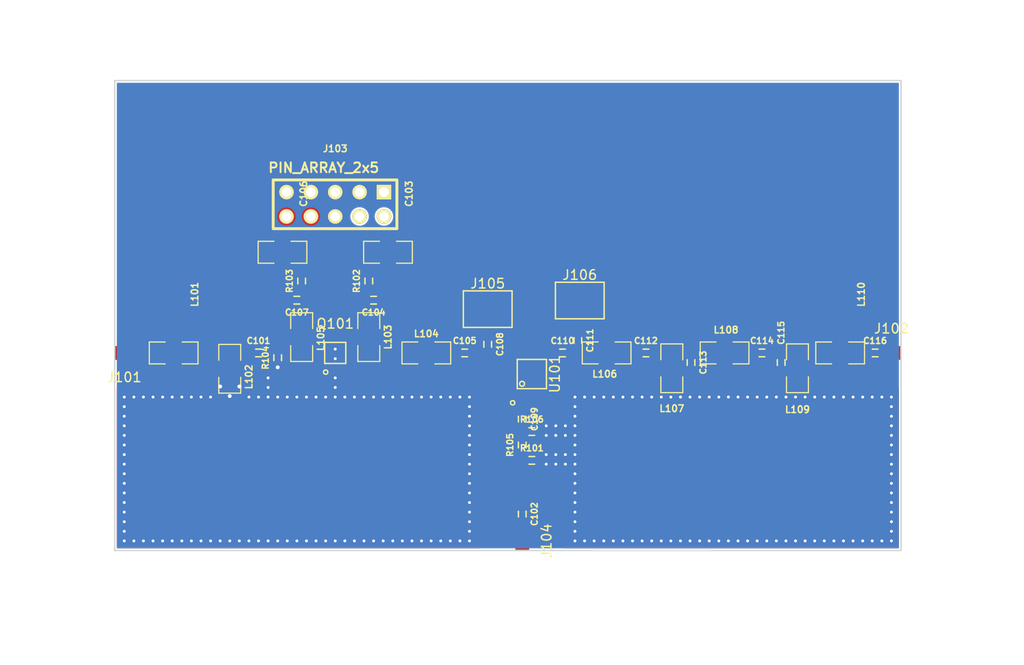
<source format=kicad_pcb>
(kicad_pcb (version 4) (host pcbnew 4.0.7)

  (general
    (links 282)
    (no_connects 31)
    (area 126.924999 87.924999 209.075001 137.075001)
    (thickness 1.6)
    (drawings 9)
    (tracks 24)
    (zones 0)
    (modules 253)
    (nets 26)
  )

  (page A4)
  (layers
    (0 F.Cu signal)
    (31 B.Cu signal)
    (32 B.Adhes user)
    (33 F.Adhes user)
    (34 B.Paste user)
    (35 F.Paste user)
    (36 B.SilkS user)
    (37 F.SilkS user)
    (38 B.Mask user)
    (39 F.Mask user hide)
    (40 Dwgs.User user)
    (41 Cmts.User user)
    (42 Eco1.User user)
    (43 Eco2.User user)
    (44 Edge.Cuts user)
    (45 Margin user)
    (46 B.CrtYd user)
    (47 F.CrtYd user)
    (48 B.Fab user)
    (49 F.Fab user)
  )

  (setup
    (last_trace_width 0.4)
    (trace_clearance 0.2)
    (zone_clearance 0.15)
    (zone_45_only no)
    (trace_min 0.2)
    (segment_width 0.2)
    (edge_width 0.15)
    (via_size 1)
    (via_drill 0.4)
    (via_min_size 0.4)
    (via_min_drill 0.3)
    (uvia_size 0.3)
    (uvia_drill 0.1)
    (uvias_allowed no)
    (uvia_min_size 0.2)
    (uvia_min_drill 0.1)
    (pcb_text_width 0.3)
    (pcb_text_size 1.5 1.5)
    (mod_edge_width 0.15)
    (mod_text_size 1 1)
    (mod_text_width 0.15)
    (pad_size 0.6096 0.6096)
    (pad_drill 0.3)
    (pad_to_mask_clearance 0.2)
    (aux_axis_origin 0 0)
    (visible_elements FFFFFF7F)
    (pcbplotparams
      (layerselection 0x00030_80000001)
      (usegerberextensions false)
      (excludeedgelayer true)
      (linewidth 0.100000)
      (plotframeref false)
      (viasonmask false)
      (mode 1)
      (useauxorigin false)
      (hpglpennumber 1)
      (hpglpenspeed 20)
      (hpglpendiameter 15)
      (hpglpenoverlay 2)
      (psnegative false)
      (psa4output false)
      (plotreference true)
      (plotvalue true)
      (plotinvisibletext false)
      (padsonsilk false)
      (subtractmaskfromsilk false)
      (outputformat 1)
      (mirror false)
      (drillshape 1)
      (scaleselection 1)
      (outputdirectory ""))
  )

  (net 0 "")
  (net 1 GND)
  (net 2 VCC)
  (net 3 "Net-(C104-Pad1)")
  (net 4 Vadj)
  (net 5 "Net-(C107-Pad2)")
  (net 6 /r3)
  (net 7 /r2)
  (net 8 /r6)
  (net 9 /r5)
  (net 10 /r1)
  (net 11 /r4)
  (net 12 /r10)
  (net 13 /r11)
  (net 14 /r7)
  (net 15 /r12)
  (net 16 /r13)
  (net 17 /r9)
  (net 18 /r8)
  (net 19 /r14)
  (net 20 /r16)
  (net 21 /r15)
  (net 22 /r18)
  (net 23 /r17)
  (net 24 /r20)
  (net 25 /r19)

  (net_class Default "This is the default net class."
    (clearance 0.2)
    (trace_width 0.4)
    (via_dia 1)
    (via_drill 0.4)
    (uvia_dia 0.3)
    (uvia_drill 0.1)
    (add_net /r14)
    (add_net /r15)
    (add_net /r16)
    (add_net /r17)
    (add_net /r18)
    (add_net /r19)
    (add_net /r20)
    (add_net GND)
    (add_net "Net-(C104-Pad1)")
    (add_net "Net-(C107-Pad2)")
    (add_net VCC)
    (add_net Vadj)
  )

  (net_class rf ""
    (clearance 0.2)
    (trace_width 1.3)
    (via_dia 1)
    (via_drill 0.4)
    (uvia_dia 0.3)
    (uvia_drill 0.1)
    (add_net /r1)
    (add_net /r10)
    (add_net /r11)
    (add_net /r12)
    (add_net /r13)
    (add_net /r2)
    (add_net /r3)
    (add_net /r4)
    (add_net /r5)
    (add_net /r6)
    (add_net /r7)
    (add_net /r8)
    (add_net /r9)
  )

  (module VIA_Workaround:VIA_600_300_GND (layer F.Cu) (tedit 5B2FFAF7) (tstamp 5B300617)
    (at 150 117)
    (fp_text reference VIA_600_300_GND (at 0 0) (layer F.SilkS) hide
      (effects (font (thickness 0.3048)))
    )
    (fp_text value VAL** (at 0 0) (layer F.SilkS) hide
      (effects (font (thickness 0.3048)))
    )
    (pad 3 thru_hole circle (at 0 0) (size 0.6096 0.6096) (drill 0.3) (layers *.Cu)
      (net 1 GND))
  )

  (module VIA_Workaround:VIA_600_300_GND (layer F.Cu) (tedit 5B2FFAF7) (tstamp 5B300613)
    (at 150 116 90)
    (fp_text reference VIA_600_300_GND (at 0 0 90) (layer F.SilkS) hide
      (effects (font (thickness 0.3048)))
    )
    (fp_text value VAL** (at 0 0 90) (layer F.SilkS) hide
      (effects (font (thickness 0.3048)))
    )
    (pad 3 thru_hole circle (at 0 0 90) (size 0.6096 0.6096) (drill 0.3) (layers *.Cu)
      (net 1 GND))
  )

  (module VIA_Workaround:VIA_600_300_GND (layer F.Cu) (tedit 5B2FFAF7) (tstamp 5B3005D2)
    (at 174 128)
    (fp_text reference VIA_600_300_GND (at 0 0) (layer F.SilkS) hide
      (effects (font (thickness 0.3048)))
    )
    (fp_text value VAL** (at 0 0) (layer F.SilkS) hide
      (effects (font (thickness 0.3048)))
    )
    (pad 3 thru_hole circle (at 0 0) (size 0.6096 0.6096) (drill 0.3) (layers *.Cu)
      (net 1 GND))
  )

  (module VIA_Workaround:VIA_600_300_GND (layer F.Cu) (tedit 5B2FFAF7) (tstamp 5B3005CE)
    (at 173 127)
    (fp_text reference VIA_600_300_GND (at 0 0) (layer F.SilkS) hide
      (effects (font (thickness 0.3048)))
    )
    (fp_text value VAL** (at 0 0) (layer F.SilkS) hide
      (effects (font (thickness 0.3048)))
    )
    (pad 3 thru_hole circle (at 0 0) (size 0.6096 0.6096) (drill 0.3) (layers *.Cu)
      (net 1 GND))
  )

  (module VIA_Workaround:VIA_600_300_GND (layer F.Cu) (tedit 5B2FFAF7) (tstamp 5B3005CA)
    (at 174 127)
    (fp_text reference VIA_600_300_GND (at 0 0) (layer F.SilkS) hide
      (effects (font (thickness 0.3048)))
    )
    (fp_text value VAL** (at 0 0) (layer F.SilkS) hide
      (effects (font (thickness 0.3048)))
    )
    (pad 3 thru_hole circle (at 0 0) (size 0.6096 0.6096) (drill 0.3) (layers *.Cu)
      (net 1 GND))
  )

  (module VIA_Workaround:VIA_600_300_GND (layer F.Cu) (tedit 5B2FFAF7) (tstamp 5B3005C6)
    (at 173 128)
    (fp_text reference VIA_600_300_GND (at 0 0) (layer F.SilkS) hide
      (effects (font (thickness 0.3048)))
    )
    (fp_text value VAL** (at 0 0) (layer F.SilkS) hide
      (effects (font (thickness 0.3048)))
    )
    (pad 3 thru_hole circle (at 0 0) (size 0.6096 0.6096) (drill 0.3) (layers *.Cu)
      (net 1 GND))
  )

  (module VIA_Workaround:VIA_600_300_GND (layer F.Cu) (tedit 5B2FFAF7) (tstamp 5B3005C2)
    (at 172 128 90)
    (fp_text reference VIA_600_300_GND (at 0 0 90) (layer F.SilkS) hide
      (effects (font (thickness 0.3048)))
    )
    (fp_text value VAL** (at 0 0 90) (layer F.SilkS) hide
      (effects (font (thickness 0.3048)))
    )
    (pad 3 thru_hole circle (at 0 0 90) (size 0.6096 0.6096) (drill 0.3) (layers *.Cu)
      (net 1 GND))
  )

  (module VIA_Workaround:VIA_600_300_GND (layer F.Cu) (tedit 5B2FFAF7) (tstamp 5B3005BE)
    (at 172 127 90)
    (fp_text reference VIA_600_300_GND (at 0 0 90) (layer F.SilkS) hide
      (effects (font (thickness 0.3048)))
    )
    (fp_text value VAL** (at 0 0 90) (layer F.SilkS) hide
      (effects (font (thickness 0.3048)))
    )
    (pad 3 thru_hole circle (at 0 0 90) (size 0.6096 0.6096) (drill 0.3) (layers *.Cu)
      (net 1 GND))
  )

  (module VIA_Workaround:VIA_600_300_GND (layer F.Cu) (tedit 5B2FFAF7) (tstamp 5B3005B9)
    (at 174 125)
    (fp_text reference VIA_600_300_GND (at 0 0) (layer F.SilkS) hide
      (effects (font (thickness 0.3048)))
    )
    (fp_text value VAL** (at 0 0) (layer F.SilkS) hide
      (effects (font (thickness 0.3048)))
    )
    (pad 3 thru_hole circle (at 0 0) (size 0.6096 0.6096) (drill 0.3) (layers *.Cu)
      (net 1 GND))
  )

  (module VIA_Workaround:VIA_600_300_GND (layer F.Cu) (tedit 5B2FFAF7) (tstamp 5B3005B5)
    (at 173 125)
    (fp_text reference VIA_600_300_GND (at 0 0) (layer F.SilkS) hide
      (effects (font (thickness 0.3048)))
    )
    (fp_text value VAL** (at 0 0) (layer F.SilkS) hide
      (effects (font (thickness 0.3048)))
    )
    (pad 3 thru_hole circle (at 0 0) (size 0.6096 0.6096) (drill 0.3) (layers *.Cu)
      (net 1 GND))
  )

  (module VIA_Workaround:VIA_600_300_GND (layer F.Cu) (tedit 5B2FFAF7) (tstamp 5B3005B1)
    (at 172 125 90)
    (fp_text reference VIA_600_300_GND (at 0 0 90) (layer F.SilkS) hide
      (effects (font (thickness 0.3048)))
    )
    (fp_text value VAL** (at 0 0 90) (layer F.SilkS) hide
      (effects (font (thickness 0.3048)))
    )
    (pad 3 thru_hole circle (at 0 0 90) (size 0.6096 0.6096) (drill 0.3) (layers *.Cu)
      (net 1 GND))
  )

  (module VIA_Workaround:VIA_600_300_GND (layer F.Cu) (tedit 5B2FFAF7) (tstamp 5B3005AD)
    (at 174 124)
    (fp_text reference VIA_600_300_GND (at 0 0) (layer F.SilkS) hide
      (effects (font (thickness 0.3048)))
    )
    (fp_text value VAL** (at 0 0) (layer F.SilkS) hide
      (effects (font (thickness 0.3048)))
    )
    (pad 3 thru_hole circle (at 0 0) (size 0.6096 0.6096) (drill 0.3) (layers *.Cu)
      (net 1 GND))
  )

  (module VIA_Workaround:VIA_600_300_GND (layer F.Cu) (tedit 5B2FFAF7) (tstamp 5B3005A9)
    (at 173 124)
    (fp_text reference VIA_600_300_GND (at 0 0) (layer F.SilkS) hide
      (effects (font (thickness 0.3048)))
    )
    (fp_text value VAL** (at 0 0) (layer F.SilkS) hide
      (effects (font (thickness 0.3048)))
    )
    (pad 3 thru_hole circle (at 0 0) (size 0.6096 0.6096) (drill 0.3) (layers *.Cu)
      (net 1 GND))
  )

  (module VIA_Workaround:VIA_600_300_GND (layer F.Cu) (tedit 5B2FFAF7) (tstamp 5B3005A5)
    (at 172 124 90)
    (fp_text reference VIA_600_300_GND (at 0 0 90) (layer F.SilkS) hide
      (effects (font (thickness 0.3048)))
    )
    (fp_text value VAL** (at 0 0 90) (layer F.SilkS) hide
      (effects (font (thickness 0.3048)))
    )
    (pad 3 thru_hole circle (at 0 0 90) (size 0.6096 0.6096) (drill 0.3) (layers *.Cu)
      (net 1 GND))
  )

  (module VIA_Workaround:VIA_600_300_GND (layer F.Cu) (tedit 5B2FFAF7) (tstamp 5B30059F)
    (at 207 121)
    (fp_text reference VIA_600_300_GND (at 0 0) (layer F.SilkS) hide
      (effects (font (thickness 0.3048)))
    )
    (fp_text value VAL** (at 0 0) (layer F.SilkS) hide
      (effects (font (thickness 0.3048)))
    )
    (pad 3 thru_hole circle (at 0 0) (size 0.6096 0.6096) (drill 0.3) (layers *.Cu)
      (net 1 GND))
  )

  (module VIA_Workaround:VIA_600_300_GND (layer F.Cu) (tedit 5B2FFAF7) (tstamp 5B30059B)
    (at 206 121)
    (fp_text reference VIA_600_300_GND (at 0 0) (layer F.SilkS) hide
      (effects (font (thickness 0.3048)))
    )
    (fp_text value VAL** (at 0 0) (layer F.SilkS) hide
      (effects (font (thickness 0.3048)))
    )
    (pad 3 thru_hole circle (at 0 0) (size 0.6096 0.6096) (drill 0.3) (layers *.Cu)
      (net 1 GND))
  )

  (module VIA_Workaround:VIA_600_300_GND (layer F.Cu) (tedit 5B2FFAF7) (tstamp 5B300597)
    (at 185 121)
    (fp_text reference VIA_600_300_GND (at 0 0) (layer F.SilkS) hide
      (effects (font (thickness 0.3048)))
    )
    (fp_text value VAL** (at 0 0) (layer F.SilkS) hide
      (effects (font (thickness 0.3048)))
    )
    (pad 3 thru_hole circle (at 0 0) (size 0.6096 0.6096) (drill 0.3) (layers *.Cu)
      (net 1 GND))
  )

  (module VIA_Workaround:VIA_600_300_GND (layer F.Cu) (tedit 5B2FFAF7) (tstamp 5B300593)
    (at 183 121)
    (fp_text reference VIA_600_300_GND (at 0 0) (layer F.SilkS) hide
      (effects (font (thickness 0.3048)))
    )
    (fp_text value VAL** (at 0 0) (layer F.SilkS) hide
      (effects (font (thickness 0.3048)))
    )
    (pad 3 thru_hole circle (at 0 0) (size 0.6096 0.6096) (drill 0.3) (layers *.Cu)
      (net 1 GND))
  )

  (module VIA_Workaround:VIA_600_300_GND (layer F.Cu) (tedit 5B2FFAF7) (tstamp 5B30058F)
    (at 186 121)
    (fp_text reference VIA_600_300_GND (at 0 0) (layer F.SilkS) hide
      (effects (font (thickness 0.3048)))
    )
    (fp_text value VAL** (at 0 0) (layer F.SilkS) hide
      (effects (font (thickness 0.3048)))
    )
    (pad 3 thru_hole circle (at 0 0) (size 0.6096 0.6096) (drill 0.3) (layers *.Cu)
      (net 1 GND))
  )

  (module VIA_Workaround:VIA_600_300_GND (layer F.Cu) (tedit 5B2FFAF7) (tstamp 5B30058B)
    (at 184 121)
    (fp_text reference VIA_600_300_GND (at 0 0) (layer F.SilkS) hide
      (effects (font (thickness 0.3048)))
    )
    (fp_text value VAL** (at 0 0) (layer F.SilkS) hide
      (effects (font (thickness 0.3048)))
    )
    (pad 3 thru_hole circle (at 0 0) (size 0.6096 0.6096) (drill 0.3) (layers *.Cu)
      (net 1 GND))
  )

  (module VIA_Workaround:VIA_600_300_GND (layer F.Cu) (tedit 5B2FFAF7) (tstamp 5B300587)
    (at 180 121)
    (fp_text reference VIA_600_300_GND (at 0 0) (layer F.SilkS) hide
      (effects (font (thickness 0.3048)))
    )
    (fp_text value VAL** (at 0 0) (layer F.SilkS) hide
      (effects (font (thickness 0.3048)))
    )
    (pad 3 thru_hole circle (at 0 0) (size 0.6096 0.6096) (drill 0.3) (layers *.Cu)
      (net 1 GND))
  )

  (module VIA_Workaround:VIA_600_300_GND (layer F.Cu) (tedit 5B2FFAF7) (tstamp 5B300583)
    (at 181 121)
    (fp_text reference VIA_600_300_GND (at 0 0) (layer F.SilkS) hide
      (effects (font (thickness 0.3048)))
    )
    (fp_text value VAL** (at 0 0) (layer F.SilkS) hide
      (effects (font (thickness 0.3048)))
    )
    (pad 3 thru_hole circle (at 0 0) (size 0.6096 0.6096) (drill 0.3) (layers *.Cu)
      (net 1 GND))
  )

  (module VIA_Workaround:VIA_600_300_GND (layer F.Cu) (tedit 5B2FFAF7) (tstamp 5B30057F)
    (at 179 121)
    (fp_text reference VIA_600_300_GND (at 0 0) (layer F.SilkS) hide
      (effects (font (thickness 0.3048)))
    )
    (fp_text value VAL** (at 0 0) (layer F.SilkS) hide
      (effects (font (thickness 0.3048)))
    )
    (pad 3 thru_hole circle (at 0 0) (size 0.6096 0.6096) (drill 0.3) (layers *.Cu)
      (net 1 GND))
  )

  (module VIA_Workaround:VIA_600_300_GND (layer F.Cu) (tedit 5B2FFAF7) (tstamp 5B30057B)
    (at 182 121)
    (fp_text reference VIA_600_300_GND (at 0 0) (layer F.SilkS) hide
      (effects (font (thickness 0.3048)))
    )
    (fp_text value VAL** (at 0 0) (layer F.SilkS) hide
      (effects (font (thickness 0.3048)))
    )
    (pad 3 thru_hole circle (at 0 0) (size 0.6096 0.6096) (drill 0.3) (layers *.Cu)
      (net 1 GND))
  )

  (module VIA_Workaround:VIA_600_300_GND (layer F.Cu) (tedit 5B2FFAF7) (tstamp 5B300577)
    (at 192 121)
    (fp_text reference VIA_600_300_GND (at 0 0) (layer F.SilkS) hide
      (effects (font (thickness 0.3048)))
    )
    (fp_text value VAL** (at 0 0) (layer F.SilkS) hide
      (effects (font (thickness 0.3048)))
    )
    (pad 3 thru_hole circle (at 0 0) (size 0.6096 0.6096) (drill 0.3) (layers *.Cu)
      (net 1 GND))
  )

  (module VIA_Workaround:VIA_600_300_GND (layer F.Cu) (tedit 5B2FFAF7) (tstamp 5B300573)
    (at 191 121)
    (fp_text reference VIA_600_300_GND (at 0 0) (layer F.SilkS) hide
      (effects (font (thickness 0.3048)))
    )
    (fp_text value VAL** (at 0 0) (layer F.SilkS) hide
      (effects (font (thickness 0.3048)))
    )
    (pad 3 thru_hole circle (at 0 0) (size 0.6096 0.6096) (drill 0.3) (layers *.Cu)
      (net 1 GND))
  )

  (module VIA_Workaround:VIA_600_300_GND (layer F.Cu) (tedit 5B2FFAF7) (tstamp 5B30056F)
    (at 193 121)
    (fp_text reference VIA_600_300_GND (at 0 0) (layer F.SilkS) hide
      (effects (font (thickness 0.3048)))
    )
    (fp_text value VAL** (at 0 0) (layer F.SilkS) hide
      (effects (font (thickness 0.3048)))
    )
    (pad 3 thru_hole circle (at 0 0) (size 0.6096 0.6096) (drill 0.3) (layers *.Cu)
      (net 1 GND))
  )

  (module VIA_Workaround:VIA_600_300_GND (layer F.Cu) (tedit 5B2FFAF7) (tstamp 5B30056B)
    (at 195 121)
    (fp_text reference VIA_600_300_GND (at 0 0) (layer F.SilkS) hide
      (effects (font (thickness 0.3048)))
    )
    (fp_text value VAL** (at 0 0) (layer F.SilkS) hide
      (effects (font (thickness 0.3048)))
    )
    (pad 3 thru_hole circle (at 0 0) (size 0.6096 0.6096) (drill 0.3) (layers *.Cu)
      (net 1 GND))
  )

  (module VIA_Workaround:VIA_600_300_GND (layer F.Cu) (tedit 5B2FFAF7) (tstamp 5B300567)
    (at 194 121)
    (fp_text reference VIA_600_300_GND (at 0 0) (layer F.SilkS) hide
      (effects (font (thickness 0.3048)))
    )
    (fp_text value VAL** (at 0 0) (layer F.SilkS) hide
      (effects (font (thickness 0.3048)))
    )
    (pad 3 thru_hole circle (at 0 0) (size 0.6096 0.6096) (drill 0.3) (layers *.Cu)
      (net 1 GND))
  )

  (module VIA_Workaround:VIA_600_300_GND (layer F.Cu) (tedit 5B2FFAF7) (tstamp 5B300563)
    (at 197 121)
    (fp_text reference VIA_600_300_GND (at 0 0) (layer F.SilkS) hide
      (effects (font (thickness 0.3048)))
    )
    (fp_text value VAL** (at 0 0) (layer F.SilkS) hide
      (effects (font (thickness 0.3048)))
    )
    (pad 3 thru_hole circle (at 0 0) (size 0.6096 0.6096) (drill 0.3) (layers *.Cu)
      (net 1 GND))
  )

  (module VIA_Workaround:VIA_600_300_GND (layer F.Cu) (tedit 5B2FFAF7) (tstamp 5B30055F)
    (at 196 121)
    (fp_text reference VIA_600_300_GND (at 0 0) (layer F.SilkS) hide
      (effects (font (thickness 0.3048)))
    )
    (fp_text value VAL** (at 0 0) (layer F.SilkS) hide
      (effects (font (thickness 0.3048)))
    )
    (pad 3 thru_hole circle (at 0 0) (size 0.6096 0.6096) (drill 0.3) (layers *.Cu)
      (net 1 GND))
  )

  (module VIA_Workaround:VIA_600_300_GND (layer F.Cu) (tedit 5B2FFAF7) (tstamp 5B30055B)
    (at 201 121)
    (fp_text reference VIA_600_300_GND (at 0 0) (layer F.SilkS) hide
      (effects (font (thickness 0.3048)))
    )
    (fp_text value VAL** (at 0 0) (layer F.SilkS) hide
      (effects (font (thickness 0.3048)))
    )
    (pad 3 thru_hole circle (at 0 0) (size 0.6096 0.6096) (drill 0.3) (layers *.Cu)
      (net 1 GND))
  )

  (module VIA_Workaround:VIA_600_300_GND (layer F.Cu) (tedit 5B2FFAF7) (tstamp 5B300557)
    (at 200 121)
    (fp_text reference VIA_600_300_GND (at 0 0) (layer F.SilkS) hide
      (effects (font (thickness 0.3048)))
    )
    (fp_text value VAL** (at 0 0) (layer F.SilkS) hide
      (effects (font (thickness 0.3048)))
    )
    (pad 3 thru_hole circle (at 0 0) (size 0.6096 0.6096) (drill 0.3) (layers *.Cu)
      (net 1 GND))
  )

  (module VIA_Workaround:VIA_600_300_GND (layer F.Cu) (tedit 5B2FFAF7) (tstamp 5B300553)
    (at 199 121)
    (fp_text reference VIA_600_300_GND (at 0 0) (layer F.SilkS) hide
      (effects (font (thickness 0.3048)))
    )
    (fp_text value VAL** (at 0 0) (layer F.SilkS) hide
      (effects (font (thickness 0.3048)))
    )
    (pad 3 thru_hole circle (at 0 0) (size 0.6096 0.6096) (drill 0.3) (layers *.Cu)
      (net 1 GND))
  )

  (module VIA_Workaround:VIA_600_300_GND (layer F.Cu) (tedit 5B2FFAF7) (tstamp 5B30054F)
    (at 198 121)
    (fp_text reference VIA_600_300_GND (at 0 0) (layer F.SilkS) hide
      (effects (font (thickness 0.3048)))
    )
    (fp_text value VAL** (at 0 0) (layer F.SilkS) hide
      (effects (font (thickness 0.3048)))
    )
    (pad 3 thru_hole circle (at 0 0) (size 0.6096 0.6096) (drill 0.3) (layers *.Cu)
      (net 1 GND))
  )

  (module VIA_Workaround:VIA_600_300_GND (layer F.Cu) (tedit 5B2FFAF7) (tstamp 5B30054B)
    (at 190 121)
    (fp_text reference VIA_600_300_GND (at 0 0) (layer F.SilkS) hide
      (effects (font (thickness 0.3048)))
    )
    (fp_text value VAL** (at 0 0) (layer F.SilkS) hide
      (effects (font (thickness 0.3048)))
    )
    (pad 3 thru_hole circle (at 0 0) (size 0.6096 0.6096) (drill 0.3) (layers *.Cu)
      (net 1 GND))
  )

  (module VIA_Workaround:VIA_600_300_GND (layer F.Cu) (tedit 5B2FFAF7) (tstamp 5B300547)
    (at 187 121)
    (fp_text reference VIA_600_300_GND (at 0 0) (layer F.SilkS) hide
      (effects (font (thickness 0.3048)))
    )
    (fp_text value VAL** (at 0 0) (layer F.SilkS) hide
      (effects (font (thickness 0.3048)))
    )
    (pad 3 thru_hole circle (at 0 0) (size 0.6096 0.6096) (drill 0.3) (layers *.Cu)
      (net 1 GND))
  )

  (module VIA_Workaround:VIA_600_300_GND (layer F.Cu) (tedit 5B2FFAF7) (tstamp 5B300543)
    (at 188 121)
    (fp_text reference VIA_600_300_GND (at 0 0) (layer F.SilkS) hide
      (effects (font (thickness 0.3048)))
    )
    (fp_text value VAL** (at 0 0) (layer F.SilkS) hide
      (effects (font (thickness 0.3048)))
    )
    (pad 3 thru_hole circle (at 0 0) (size 0.6096 0.6096) (drill 0.3) (layers *.Cu)
      (net 1 GND))
  )

  (module VIA_Workaround:VIA_600_300_GND (layer F.Cu) (tedit 5B2FFAF7) (tstamp 5B30053F)
    (at 189 121)
    (fp_text reference VIA_600_300_GND (at 0 0) (layer F.SilkS) hide
      (effects (font (thickness 0.3048)))
    )
    (fp_text value VAL** (at 0 0) (layer F.SilkS) hide
      (effects (font (thickness 0.3048)))
    )
    (pad 3 thru_hole circle (at 0 0) (size 0.6096 0.6096) (drill 0.3) (layers *.Cu)
      (net 1 GND))
  )

  (module VIA_Workaround:VIA_600_300_GND (layer F.Cu) (tedit 5B2FFAF7) (tstamp 5B30053B)
    (at 203 121)
    (fp_text reference VIA_600_300_GND (at 0 0) (layer F.SilkS) hide
      (effects (font (thickness 0.3048)))
    )
    (fp_text value VAL** (at 0 0) (layer F.SilkS) hide
      (effects (font (thickness 0.3048)))
    )
    (pad 3 thru_hole circle (at 0 0) (size 0.6096 0.6096) (drill 0.3) (layers *.Cu)
      (net 1 GND))
  )

  (module VIA_Workaround:VIA_600_300_GND (layer F.Cu) (tedit 5B2FFAF7) (tstamp 5B300537)
    (at 204 121)
    (fp_text reference VIA_600_300_GND (at 0 0) (layer F.SilkS) hide
      (effects (font (thickness 0.3048)))
    )
    (fp_text value VAL** (at 0 0) (layer F.SilkS) hide
      (effects (font (thickness 0.3048)))
    )
    (pad 3 thru_hole circle (at 0 0) (size 0.6096 0.6096) (drill 0.3) (layers *.Cu)
      (net 1 GND))
  )

  (module VIA_Workaround:VIA_600_300_GND (layer F.Cu) (tedit 5B2FFAF7) (tstamp 5B300533)
    (at 205 121)
    (fp_text reference VIA_600_300_GND (at 0 0) (layer F.SilkS) hide
      (effects (font (thickness 0.3048)))
    )
    (fp_text value VAL** (at 0 0) (layer F.SilkS) hide
      (effects (font (thickness 0.3048)))
    )
    (pad 3 thru_hole circle (at 0 0) (size 0.6096 0.6096) (drill 0.3) (layers *.Cu)
      (net 1 GND))
  )

  (module VIA_Workaround:VIA_600_300_GND (layer F.Cu) (tedit 5B2FFAF7) (tstamp 5B30052F)
    (at 202 121)
    (fp_text reference VIA_600_300_GND (at 0 0) (layer F.SilkS) hide
      (effects (font (thickness 0.3048)))
    )
    (fp_text value VAL** (at 0 0) (layer F.SilkS) hide
      (effects (font (thickness 0.3048)))
    )
    (pad 3 thru_hole circle (at 0 0) (size 0.6096 0.6096) (drill 0.3) (layers *.Cu)
      (net 1 GND))
  )

  (module VIA_Workaround:VIA_600_300_GND (layer F.Cu) (tedit 5B2FFAF7) (tstamp 5B30052B)
    (at 178 121)
    (fp_text reference VIA_600_300_GND (at 0 0) (layer F.SilkS) hide
      (effects (font (thickness 0.3048)))
    )
    (fp_text value VAL** (at 0 0) (layer F.SilkS) hide
      (effects (font (thickness 0.3048)))
    )
    (pad 3 thru_hole circle (at 0 0) (size 0.6096 0.6096) (drill 0.3) (layers *.Cu)
      (net 1 GND))
  )

  (module VIA_Workaround:VIA_600_300_GND (layer F.Cu) (tedit 5B2FFAF7) (tstamp 5B300527)
    (at 177 121)
    (fp_text reference VIA_600_300_GND (at 0 0) (layer F.SilkS) hide
      (effects (font (thickness 0.3048)))
    )
    (fp_text value VAL** (at 0 0) (layer F.SilkS) hide
      (effects (font (thickness 0.3048)))
    )
    (pad 3 thru_hole circle (at 0 0) (size 0.6096 0.6096) (drill 0.3) (layers *.Cu)
      (net 1 GND))
  )

  (module VIA_Workaround:VIA_600_300_GND (layer F.Cu) (tedit 5B2FFAF7) (tstamp 5B300523)
    (at 176 121)
    (fp_text reference VIA_600_300_GND (at 0 0) (layer F.SilkS) hide
      (effects (font (thickness 0.3048)))
    )
    (fp_text value VAL** (at 0 0) (layer F.SilkS) hide
      (effects (font (thickness 0.3048)))
    )
    (pad 3 thru_hole circle (at 0 0) (size 0.6096 0.6096) (drill 0.3) (layers *.Cu)
      (net 1 GND))
  )

  (module VIA_Workaround:VIA_600_300_GND (layer F.Cu) (tedit 5B2FFAF7) (tstamp 5B300498)
    (at 175 135 90)
    (fp_text reference VIA_600_300_GND (at 0 0 90) (layer F.SilkS) hide
      (effects (font (thickness 0.3048)))
    )
    (fp_text value VAL** (at 0 0 90) (layer F.SilkS) hide
      (effects (font (thickness 0.3048)))
    )
    (pad 3 thru_hole circle (at 0 0 90) (size 0.6096 0.6096) (drill 0.3) (layers *.Cu)
      (net 1 GND))
  )

  (module VIA_Workaround:VIA_600_300_GND (layer F.Cu) (tedit 5B2FFAF7) (tstamp 5B300494)
    (at 175 121 90)
    (fp_text reference VIA_600_300_GND (at 0 0 90) (layer F.SilkS) hide
      (effects (font (thickness 0.3048)))
    )
    (fp_text value VAL** (at 0 0 90) (layer F.SilkS) hide
      (effects (font (thickness 0.3048)))
    )
    (pad 3 thru_hole circle (at 0 0 90) (size 0.6096 0.6096) (drill 0.3) (layers *.Cu)
      (net 1 GND))
  )

  (module VIA_Workaround:VIA_600_300_GND (layer F.Cu) (tedit 5B2FFAF7) (tstamp 5B300490)
    (at 175 122 90)
    (fp_text reference VIA_600_300_GND (at 0 0 90) (layer F.SilkS) hide
      (effects (font (thickness 0.3048)))
    )
    (fp_text value VAL** (at 0 0 90) (layer F.SilkS) hide
      (effects (font (thickness 0.3048)))
    )
    (pad 3 thru_hole circle (at 0 0 90) (size 0.6096 0.6096) (drill 0.3) (layers *.Cu)
      (net 1 GND))
  )

  (module VIA_Workaround:VIA_600_300_GND (layer F.Cu) (tedit 5B2FFAF7) (tstamp 5B30048C)
    (at 175 123 90)
    (fp_text reference VIA_600_300_GND (at 0 0 90) (layer F.SilkS) hide
      (effects (font (thickness 0.3048)))
    )
    (fp_text value VAL** (at 0 0 90) (layer F.SilkS) hide
      (effects (font (thickness 0.3048)))
    )
    (pad 3 thru_hole circle (at 0 0 90) (size 0.6096 0.6096) (drill 0.3) (layers *.Cu)
      (net 1 GND))
  )

  (module VIA_Workaround:VIA_600_300_GND (layer F.Cu) (tedit 5B2FFAF7) (tstamp 5B300488)
    (at 175 133 90)
    (fp_text reference VIA_600_300_GND (at 0 0 90) (layer F.SilkS) hide
      (effects (font (thickness 0.3048)))
    )
    (fp_text value VAL** (at 0 0 90) (layer F.SilkS) hide
      (effects (font (thickness 0.3048)))
    )
    (pad 3 thru_hole circle (at 0 0 90) (size 0.6096 0.6096) (drill 0.3) (layers *.Cu)
      (net 1 GND))
  )

  (module VIA_Workaround:VIA_600_300_GND (layer F.Cu) (tedit 5B2FFAF7) (tstamp 5B300484)
    (at 175 132 90)
    (fp_text reference VIA_600_300_GND (at 0 0 90) (layer F.SilkS) hide
      (effects (font (thickness 0.3048)))
    )
    (fp_text value VAL** (at 0 0 90) (layer F.SilkS) hide
      (effects (font (thickness 0.3048)))
    )
    (pad 3 thru_hole circle (at 0 0 90) (size 0.6096 0.6096) (drill 0.3) (layers *.Cu)
      (net 1 GND))
  )

  (module VIA_Workaround:VIA_600_300_GND (layer F.Cu) (tedit 5B2FFAF7) (tstamp 5B300480)
    (at 175 130 90)
    (fp_text reference VIA_600_300_GND (at 0 0 90) (layer F.SilkS) hide
      (effects (font (thickness 0.3048)))
    )
    (fp_text value VAL** (at 0 0 90) (layer F.SilkS) hide
      (effects (font (thickness 0.3048)))
    )
    (pad 3 thru_hole circle (at 0 0 90) (size 0.6096 0.6096) (drill 0.3) (layers *.Cu)
      (net 1 GND))
  )

  (module VIA_Workaround:VIA_600_300_GND (layer F.Cu) (tedit 5B2FFAF7) (tstamp 5B30047C)
    (at 175 131 90)
    (fp_text reference VIA_600_300_GND (at 0 0 90) (layer F.SilkS) hide
      (effects (font (thickness 0.3048)))
    )
    (fp_text value VAL** (at 0 0 90) (layer F.SilkS) hide
      (effects (font (thickness 0.3048)))
    )
    (pad 3 thru_hole circle (at 0 0 90) (size 0.6096 0.6096) (drill 0.3) (layers *.Cu)
      (net 1 GND))
  )

  (module VIA_Workaround:VIA_600_300_GND (layer F.Cu) (tedit 5B2FFAF7) (tstamp 5B300478)
    (at 175 134 90)
    (fp_text reference VIA_600_300_GND (at 0 0 90) (layer F.SilkS) hide
      (effects (font (thickness 0.3048)))
    )
    (fp_text value VAL** (at 0 0 90) (layer F.SilkS) hide
      (effects (font (thickness 0.3048)))
    )
    (pad 3 thru_hole circle (at 0 0 90) (size 0.6096 0.6096) (drill 0.3) (layers *.Cu)
      (net 1 GND))
  )

  (module VIA_Workaround:VIA_600_300_GND (layer F.Cu) (tedit 5B2FFAF7) (tstamp 5B300474)
    (at 175 128 90)
    (fp_text reference VIA_600_300_GND (at 0 0 90) (layer F.SilkS) hide
      (effects (font (thickness 0.3048)))
    )
    (fp_text value VAL** (at 0 0 90) (layer F.SilkS) hide
      (effects (font (thickness 0.3048)))
    )
    (pad 3 thru_hole circle (at 0 0 90) (size 0.6096 0.6096) (drill 0.3) (layers *.Cu)
      (net 1 GND))
  )

  (module VIA_Workaround:VIA_600_300_GND (layer F.Cu) (tedit 5B2FFAF7) (tstamp 5B300470)
    (at 175 124 90)
    (fp_text reference VIA_600_300_GND (at 0 0 90) (layer F.SilkS) hide
      (effects (font (thickness 0.3048)))
    )
    (fp_text value VAL** (at 0 0 90) (layer F.SilkS) hide
      (effects (font (thickness 0.3048)))
    )
    (pad 3 thru_hole circle (at 0 0 90) (size 0.6096 0.6096) (drill 0.3) (layers *.Cu)
      (net 1 GND))
  )

  (module VIA_Workaround:VIA_600_300_GND (layer F.Cu) (tedit 5B2FFAF7) (tstamp 5B30046C)
    (at 175 126 90)
    (fp_text reference VIA_600_300_GND (at 0 0 90) (layer F.SilkS) hide
      (effects (font (thickness 0.3048)))
    )
    (fp_text value VAL** (at 0 0 90) (layer F.SilkS) hide
      (effects (font (thickness 0.3048)))
    )
    (pad 3 thru_hole circle (at 0 0 90) (size 0.6096 0.6096) (drill 0.3) (layers *.Cu)
      (net 1 GND))
  )

  (module VIA_Workaround:VIA_600_300_GND (layer F.Cu) (tedit 5B2FFAF7) (tstamp 5B300468)
    (at 175 127 90)
    (fp_text reference VIA_600_300_GND (at 0 0 90) (layer F.SilkS) hide
      (effects (font (thickness 0.3048)))
    )
    (fp_text value VAL** (at 0 0 90) (layer F.SilkS) hide
      (effects (font (thickness 0.3048)))
    )
    (pad 3 thru_hole circle (at 0 0 90) (size 0.6096 0.6096) (drill 0.3) (layers *.Cu)
      (net 1 GND))
  )

  (module VIA_Workaround:VIA_600_300_GND (layer F.Cu) (tedit 5B2FFAF7) (tstamp 5B300464)
    (at 175 125 90)
    (fp_text reference VIA_600_300_GND (at 0 0 90) (layer F.SilkS) hide
      (effects (font (thickness 0.3048)))
    )
    (fp_text value VAL** (at 0 0 90) (layer F.SilkS) hide
      (effects (font (thickness 0.3048)))
    )
    (pad 3 thru_hole circle (at 0 0 90) (size 0.6096 0.6096) (drill 0.3) (layers *.Cu)
      (net 1 GND))
  )

  (module VIA_Workaround:VIA_600_300_GND (layer F.Cu) (tedit 5B2FFAF7) (tstamp 5B300460)
    (at 175 129 90)
    (fp_text reference VIA_600_300_GND (at 0 0 90) (layer F.SilkS) hide
      (effects (font (thickness 0.3048)))
    )
    (fp_text value VAL** (at 0 0 90) (layer F.SilkS) hide
      (effects (font (thickness 0.3048)))
    )
    (pad 3 thru_hole circle (at 0 0 90) (size 0.6096 0.6096) (drill 0.3) (layers *.Cu)
      (net 1 GND))
  )

  (module VIA_Workaround:VIA_600_300_GND (layer F.Cu) (tedit 5B2FFAF7) (tstamp 5B30045A)
    (at 176 136)
    (fp_text reference VIA_600_300_GND (at 0 0) (layer F.SilkS) hide
      (effects (font (thickness 0.3048)))
    )
    (fp_text value VAL** (at 0 0) (layer F.SilkS) hide
      (effects (font (thickness 0.3048)))
    )
    (pad 3 thru_hole circle (at 0 0) (size 0.6096 0.6096) (drill 0.3) (layers *.Cu)
      (net 1 GND))
  )

  (module VIA_Workaround:VIA_600_300_GND (layer F.Cu) (tedit 5B2FFAF7) (tstamp 5B300456)
    (at 175 136)
    (fp_text reference VIA_600_300_GND (at 0 0) (layer F.SilkS) hide
      (effects (font (thickness 0.3048)))
    )
    (fp_text value VAL** (at 0 0) (layer F.SilkS) hide
      (effects (font (thickness 0.3048)))
    )
    (pad 3 thru_hole circle (at 0 0) (size 0.6096 0.6096) (drill 0.3) (layers *.Cu)
      (net 1 GND))
  )

  (module VIA_Workaround:VIA_600_300_GND (layer F.Cu) (tedit 5B2FFAF7) (tstamp 5B300452)
    (at 177 136)
    (fp_text reference VIA_600_300_GND (at 0 0) (layer F.SilkS) hide
      (effects (font (thickness 0.3048)))
    )
    (fp_text value VAL** (at 0 0) (layer F.SilkS) hide
      (effects (font (thickness 0.3048)))
    )
    (pad 3 thru_hole circle (at 0 0) (size 0.6096 0.6096) (drill 0.3) (layers *.Cu)
      (net 1 GND))
  )

  (module VIA_Workaround:VIA_600_300_GND (layer F.Cu) (tedit 5B2FFAF7) (tstamp 5B30044C)
    (at 182 136)
    (fp_text reference VIA_600_300_GND (at 0 0) (layer F.SilkS) hide
      (effects (font (thickness 0.3048)))
    )
    (fp_text value VAL** (at 0 0) (layer F.SilkS) hide
      (effects (font (thickness 0.3048)))
    )
    (pad 3 thru_hole circle (at 0 0) (size 0.6096 0.6096) (drill 0.3) (layers *.Cu)
      (net 1 GND))
  )

  (module VIA_Workaround:VIA_600_300_GND (layer F.Cu) (tedit 5B2FFAF7) (tstamp 5B300448)
    (at 180 136)
    (fp_text reference VIA_600_300_GND (at 0 0) (layer F.SilkS) hide
      (effects (font (thickness 0.3048)))
    )
    (fp_text value VAL** (at 0 0) (layer F.SilkS) hide
      (effects (font (thickness 0.3048)))
    )
    (pad 3 thru_hole circle (at 0 0) (size 0.6096 0.6096) (drill 0.3) (layers *.Cu)
      (net 1 GND))
  )

  (module VIA_Workaround:VIA_600_300_GND (layer F.Cu) (tedit 5B2FFAF7) (tstamp 5B300444)
    (at 181 136)
    (fp_text reference VIA_600_300_GND (at 0 0) (layer F.SilkS) hide
      (effects (font (thickness 0.3048)))
    )
    (fp_text value VAL** (at 0 0) (layer F.SilkS) hide
      (effects (font (thickness 0.3048)))
    )
    (pad 3 thru_hole circle (at 0 0) (size 0.6096 0.6096) (drill 0.3) (layers *.Cu)
      (net 1 GND))
  )

  (module VIA_Workaround:VIA_600_300_GND (layer F.Cu) (tedit 5B2FFAF7) (tstamp 5B300440)
    (at 179 136)
    (fp_text reference VIA_600_300_GND (at 0 0) (layer F.SilkS) hide
      (effects (font (thickness 0.3048)))
    )
    (fp_text value VAL** (at 0 0) (layer F.SilkS) hide
      (effects (font (thickness 0.3048)))
    )
    (pad 3 thru_hole circle (at 0 0) (size 0.6096 0.6096) (drill 0.3) (layers *.Cu)
      (net 1 GND))
  )

  (module VIA_Workaround:VIA_600_300_GND (layer F.Cu) (tedit 5B2FFAF7) (tstamp 5B30043C)
    (at 178 136)
    (fp_text reference VIA_600_300_GND (at 0 0) (layer F.SilkS) hide
      (effects (font (thickness 0.3048)))
    )
    (fp_text value VAL** (at 0 0) (layer F.SilkS) hide
      (effects (font (thickness 0.3048)))
    )
    (pad 3 thru_hole circle (at 0 0) (size 0.6096 0.6096) (drill 0.3) (layers *.Cu)
      (net 1 GND))
  )

  (module VIA_Workaround:VIA_600_300_GND (layer F.Cu) (tedit 5B2FFAF7) (tstamp 5B300438)
    (at 186 136)
    (fp_text reference VIA_600_300_GND (at 0 0) (layer F.SilkS) hide
      (effects (font (thickness 0.3048)))
    )
    (fp_text value VAL** (at 0 0) (layer F.SilkS) hide
      (effects (font (thickness 0.3048)))
    )
    (pad 3 thru_hole circle (at 0 0) (size 0.6096 0.6096) (drill 0.3) (layers *.Cu)
      (net 1 GND))
  )

  (module VIA_Workaround:VIA_600_300_GND (layer F.Cu) (tedit 5B2FFAF7) (tstamp 5B300434)
    (at 183 136)
    (fp_text reference VIA_600_300_GND (at 0 0) (layer F.SilkS) hide
      (effects (font (thickness 0.3048)))
    )
    (fp_text value VAL** (at 0 0) (layer F.SilkS) hide
      (effects (font (thickness 0.3048)))
    )
    (pad 3 thru_hole circle (at 0 0) (size 0.6096 0.6096) (drill 0.3) (layers *.Cu)
      (net 1 GND))
  )

  (module VIA_Workaround:VIA_600_300_GND (layer F.Cu) (tedit 5B2FFAF7) (tstamp 5B300430)
    (at 184 136)
    (fp_text reference VIA_600_300_GND (at 0 0) (layer F.SilkS) hide
      (effects (font (thickness 0.3048)))
    )
    (fp_text value VAL** (at 0 0) (layer F.SilkS) hide
      (effects (font (thickness 0.3048)))
    )
    (pad 3 thru_hole circle (at 0 0) (size 0.6096 0.6096) (drill 0.3) (layers *.Cu)
      (net 1 GND))
  )

  (module VIA_Workaround:VIA_600_300_GND (layer F.Cu) (tedit 5B2FFAF7) (tstamp 5B30042C)
    (at 185 136)
    (fp_text reference VIA_600_300_GND (at 0 0) (layer F.SilkS) hide
      (effects (font (thickness 0.3048)))
    )
    (fp_text value VAL** (at 0 0) (layer F.SilkS) hide
      (effects (font (thickness 0.3048)))
    )
    (pad 3 thru_hole circle (at 0 0) (size 0.6096 0.6096) (drill 0.3) (layers *.Cu)
      (net 1 GND))
  )

  (module VIA_Workaround:VIA_600_300_GND (layer F.Cu) (tedit 5B2FFAF7) (tstamp 5B300428)
    (at 195 136)
    (fp_text reference VIA_600_300_GND (at 0 0) (layer F.SilkS) hide
      (effects (font (thickness 0.3048)))
    )
    (fp_text value VAL** (at 0 0) (layer F.SilkS) hide
      (effects (font (thickness 0.3048)))
    )
    (pad 3 thru_hole circle (at 0 0) (size 0.6096 0.6096) (drill 0.3) (layers *.Cu)
      (net 1 GND))
  )

  (module VIA_Workaround:VIA_600_300_GND (layer F.Cu) (tedit 5B2FFAF7) (tstamp 5B300424)
    (at 191 136)
    (fp_text reference VIA_600_300_GND (at 0 0) (layer F.SilkS) hide
      (effects (font (thickness 0.3048)))
    )
    (fp_text value VAL** (at 0 0) (layer F.SilkS) hide
      (effects (font (thickness 0.3048)))
    )
    (pad 3 thru_hole circle (at 0 0) (size 0.6096 0.6096) (drill 0.3) (layers *.Cu)
      (net 1 GND))
  )

  (module VIA_Workaround:VIA_600_300_GND (layer F.Cu) (tedit 5B2FFAF7) (tstamp 5B300420)
    (at 193 136)
    (fp_text reference VIA_600_300_GND (at 0 0) (layer F.SilkS) hide
      (effects (font (thickness 0.3048)))
    )
    (fp_text value VAL** (at 0 0) (layer F.SilkS) hide
      (effects (font (thickness 0.3048)))
    )
    (pad 3 thru_hole circle (at 0 0) (size 0.6096 0.6096) (drill 0.3) (layers *.Cu)
      (net 1 GND))
  )

  (module VIA_Workaround:VIA_600_300_GND (layer F.Cu) (tedit 5B2FFAF7) (tstamp 5B30041C)
    (at 192 136)
    (fp_text reference VIA_600_300_GND (at 0 0) (layer F.SilkS) hide
      (effects (font (thickness 0.3048)))
    )
    (fp_text value VAL** (at 0 0) (layer F.SilkS) hide
      (effects (font (thickness 0.3048)))
    )
    (pad 3 thru_hole circle (at 0 0) (size 0.6096 0.6096) (drill 0.3) (layers *.Cu)
      (net 1 GND))
  )

  (module VIA_Workaround:VIA_600_300_GND (layer F.Cu) (tedit 5B2FFAF7) (tstamp 5B300418)
    (at 194 136)
    (fp_text reference VIA_600_300_GND (at 0 0) (layer F.SilkS) hide
      (effects (font (thickness 0.3048)))
    )
    (fp_text value VAL** (at 0 0) (layer F.SilkS) hide
      (effects (font (thickness 0.3048)))
    )
    (pad 3 thru_hole circle (at 0 0) (size 0.6096 0.6096) (drill 0.3) (layers *.Cu)
      (net 1 GND))
  )

  (module VIA_Workaround:VIA_600_300_GND (layer F.Cu) (tedit 5B2FFAF7) (tstamp 5B300414)
    (at 187 136)
    (fp_text reference VIA_600_300_GND (at 0 0) (layer F.SilkS) hide
      (effects (font (thickness 0.3048)))
    )
    (fp_text value VAL** (at 0 0) (layer F.SilkS) hide
      (effects (font (thickness 0.3048)))
    )
    (pad 3 thru_hole circle (at 0 0) (size 0.6096 0.6096) (drill 0.3) (layers *.Cu)
      (net 1 GND))
  )

  (module VIA_Workaround:VIA_600_300_GND (layer F.Cu) (tedit 5B2FFAF7) (tstamp 5B300410)
    (at 189 136)
    (fp_text reference VIA_600_300_GND (at 0 0) (layer F.SilkS) hide
      (effects (font (thickness 0.3048)))
    )
    (fp_text value VAL** (at 0 0) (layer F.SilkS) hide
      (effects (font (thickness 0.3048)))
    )
    (pad 3 thru_hole circle (at 0 0) (size 0.6096 0.6096) (drill 0.3) (layers *.Cu)
      (net 1 GND))
  )

  (module VIA_Workaround:VIA_600_300_GND (layer F.Cu) (tedit 5B2FFAF7) (tstamp 5B30040C)
    (at 190 136)
    (fp_text reference VIA_600_300_GND (at 0 0) (layer F.SilkS) hide
      (effects (font (thickness 0.3048)))
    )
    (fp_text value VAL** (at 0 0) (layer F.SilkS) hide
      (effects (font (thickness 0.3048)))
    )
    (pad 3 thru_hole circle (at 0 0) (size 0.6096 0.6096) (drill 0.3) (layers *.Cu)
      (net 1 GND))
  )

  (module VIA_Workaround:VIA_600_300_GND (layer F.Cu) (tedit 5B2FFAF7) (tstamp 5B300408)
    (at 188 136)
    (fp_text reference VIA_600_300_GND (at 0 0) (layer F.SilkS) hide
      (effects (font (thickness 0.3048)))
    )
    (fp_text value VAL** (at 0 0) (layer F.SilkS) hide
      (effects (font (thickness 0.3048)))
    )
    (pad 3 thru_hole circle (at 0 0) (size 0.6096 0.6096) (drill 0.3) (layers *.Cu)
      (net 1 GND))
  )

  (module VIA_Workaround:VIA_600_300_GND (layer F.Cu) (tedit 5B2FFAF7) (tstamp 5B300404)
    (at 201 136)
    (fp_text reference VIA_600_300_GND (at 0 0) (layer F.SilkS) hide
      (effects (font (thickness 0.3048)))
    )
    (fp_text value VAL** (at 0 0) (layer F.SilkS) hide
      (effects (font (thickness 0.3048)))
    )
    (pad 3 thru_hole circle (at 0 0) (size 0.6096 0.6096) (drill 0.3) (layers *.Cu)
      (net 1 GND))
  )

  (module VIA_Workaround:VIA_600_300_GND (layer F.Cu) (tedit 5B2FFAF7) (tstamp 5B300400)
    (at 200 136)
    (fp_text reference VIA_600_300_GND (at 0 0) (layer F.SilkS) hide
      (effects (font (thickness 0.3048)))
    )
    (fp_text value VAL** (at 0 0) (layer F.SilkS) hide
      (effects (font (thickness 0.3048)))
    )
    (pad 3 thru_hole circle (at 0 0) (size 0.6096 0.6096) (drill 0.3) (layers *.Cu)
      (net 1 GND))
  )

  (module VIA_Workaround:VIA_600_300_GND (layer F.Cu) (tedit 5B2FFAF7) (tstamp 5B3003FC)
    (at 196 136)
    (fp_text reference VIA_600_300_GND (at 0 0) (layer F.SilkS) hide
      (effects (font (thickness 0.3048)))
    )
    (fp_text value VAL** (at 0 0) (layer F.SilkS) hide
      (effects (font (thickness 0.3048)))
    )
    (pad 3 thru_hole circle (at 0 0) (size 0.6096 0.6096) (drill 0.3) (layers *.Cu)
      (net 1 GND))
  )

  (module VIA_Workaround:VIA_600_300_GND (layer F.Cu) (tedit 5B2FFAF7) (tstamp 5B3003F8)
    (at 197 136)
    (fp_text reference VIA_600_300_GND (at 0 0) (layer F.SilkS) hide
      (effects (font (thickness 0.3048)))
    )
    (fp_text value VAL** (at 0 0) (layer F.SilkS) hide
      (effects (font (thickness 0.3048)))
    )
    (pad 3 thru_hole circle (at 0 0) (size 0.6096 0.6096) (drill 0.3) (layers *.Cu)
      (net 1 GND))
  )

  (module VIA_Workaround:VIA_600_300_GND (layer F.Cu) (tedit 5B2FFAF7) (tstamp 5B3003F4)
    (at 199 136)
    (fp_text reference VIA_600_300_GND (at 0 0) (layer F.SilkS) hide
      (effects (font (thickness 0.3048)))
    )
    (fp_text value VAL** (at 0 0) (layer F.SilkS) hide
      (effects (font (thickness 0.3048)))
    )
    (pad 3 thru_hole circle (at 0 0) (size 0.6096 0.6096) (drill 0.3) (layers *.Cu)
      (net 1 GND))
  )

  (module VIA_Workaround:VIA_600_300_GND (layer F.Cu) (tedit 5B2FFAF7) (tstamp 5B3003F0)
    (at 198 136)
    (fp_text reference VIA_600_300_GND (at 0 0) (layer F.SilkS) hide
      (effects (font (thickness 0.3048)))
    )
    (fp_text value VAL** (at 0 0) (layer F.SilkS) hide
      (effects (font (thickness 0.3048)))
    )
    (pad 3 thru_hole circle (at 0 0) (size 0.6096 0.6096) (drill 0.3) (layers *.Cu)
      (net 1 GND))
  )

  (module VIA_Workaround:VIA_600_300_GND (layer F.Cu) (tedit 5B2FFAF7) (tstamp 5B3003EC)
    (at 207 136)
    (fp_text reference VIA_600_300_GND (at 0 0) (layer F.SilkS) hide
      (effects (font (thickness 0.3048)))
    )
    (fp_text value VAL** (at 0 0) (layer F.SilkS) hide
      (effects (font (thickness 0.3048)))
    )
    (pad 3 thru_hole circle (at 0 0) (size 0.6096 0.6096) (drill 0.3) (layers *.Cu)
      (net 1 GND))
  )

  (module VIA_Workaround:VIA_600_300_GND (layer F.Cu) (tedit 5B2FFAF7) (tstamp 5B3003E8)
    (at 206 136)
    (fp_text reference VIA_600_300_GND (at 0 0) (layer F.SilkS) hide
      (effects (font (thickness 0.3048)))
    )
    (fp_text value VAL** (at 0 0) (layer F.SilkS) hide
      (effects (font (thickness 0.3048)))
    )
    (pad 3 thru_hole circle (at 0 0) (size 0.6096 0.6096) (drill 0.3) (layers *.Cu)
      (net 1 GND))
  )

  (module VIA_Workaround:VIA_600_300_GND (layer F.Cu) (tedit 5B2FFAF7) (tstamp 5B3003E4)
    (at 203 136)
    (fp_text reference VIA_600_300_GND (at 0 0) (layer F.SilkS) hide
      (effects (font (thickness 0.3048)))
    )
    (fp_text value VAL** (at 0 0) (layer F.SilkS) hide
      (effects (font (thickness 0.3048)))
    )
    (pad 3 thru_hole circle (at 0 0) (size 0.6096 0.6096) (drill 0.3) (layers *.Cu)
      (net 1 GND))
  )

  (module VIA_Workaround:VIA_600_300_GND (layer F.Cu) (tedit 5B2FFAF7) (tstamp 5B3003E0)
    (at 202 136)
    (fp_text reference VIA_600_300_GND (at 0 0) (layer F.SilkS) hide
      (effects (font (thickness 0.3048)))
    )
    (fp_text value VAL** (at 0 0) (layer F.SilkS) hide
      (effects (font (thickness 0.3048)))
    )
    (pad 3 thru_hole circle (at 0 0) (size 0.6096 0.6096) (drill 0.3) (layers *.Cu)
      (net 1 GND))
  )

  (module VIA_Workaround:VIA_600_300_GND (layer F.Cu) (tedit 5B2FFAF7) (tstamp 5B3003DC)
    (at 205 136)
    (fp_text reference VIA_600_300_GND (at 0 0) (layer F.SilkS) hide
      (effects (font (thickness 0.3048)))
    )
    (fp_text value VAL** (at 0 0) (layer F.SilkS) hide
      (effects (font (thickness 0.3048)))
    )
    (pad 3 thru_hole circle (at 0 0) (size 0.6096 0.6096) (drill 0.3) (layers *.Cu)
      (net 1 GND))
  )

  (module VIA_Workaround:VIA_600_300_GND (layer F.Cu) (tedit 5B2FFAF7) (tstamp 5B3003D8)
    (at 204 136)
    (fp_text reference VIA_600_300_GND (at 0 0) (layer F.SilkS) hide
      (effects (font (thickness 0.3048)))
    )
    (fp_text value VAL** (at 0 0) (layer F.SilkS) hide
      (effects (font (thickness 0.3048)))
    )
    (pad 3 thru_hole circle (at 0 0) (size 0.6096 0.6096) (drill 0.3) (layers *.Cu)
      (net 1 GND))
  )

  (module VIA_Workaround:VIA_600_300_GND (layer F.Cu) (tedit 5B2FFAF7) (tstamp 5B30033F)
    (at 208 126 90)
    (fp_text reference VIA_600_300_GND (at 0 0 90) (layer F.SilkS) hide
      (effects (font (thickness 0.3048)))
    )
    (fp_text value VAL** (at 0 0 90) (layer F.SilkS) hide
      (effects (font (thickness 0.3048)))
    )
    (pad 3 thru_hole circle (at 0 0 90) (size 0.6096 0.6096) (drill 0.3) (layers *.Cu)
      (net 1 GND))
  )

  (module VIA_Workaround:VIA_600_300_GND (layer F.Cu) (tedit 5B2FFAF7) (tstamp 5B30033B)
    (at 208 125 90)
    (fp_text reference VIA_600_300_GND (at 0 0 90) (layer F.SilkS) hide
      (effects (font (thickness 0.3048)))
    )
    (fp_text value VAL** (at 0 0 90) (layer F.SilkS) hide
      (effects (font (thickness 0.3048)))
    )
    (pad 3 thru_hole circle (at 0 0 90) (size 0.6096 0.6096) (drill 0.3) (layers *.Cu)
      (net 1 GND))
  )

  (module VIA_Workaround:VIA_600_300_GND (layer F.Cu) (tedit 5B2FFAF7) (tstamp 5B300337)
    (at 208 124 90)
    (fp_text reference VIA_600_300_GND (at 0 0 90) (layer F.SilkS) hide
      (effects (font (thickness 0.3048)))
    )
    (fp_text value VAL** (at 0 0 90) (layer F.SilkS) hide
      (effects (font (thickness 0.3048)))
    )
    (pad 3 thru_hole circle (at 0 0 90) (size 0.6096 0.6096) (drill 0.3) (layers *.Cu)
      (net 1 GND))
  )

  (module VIA_Workaround:VIA_600_300_GND (layer F.Cu) (tedit 5B2FFAF7) (tstamp 5B300333)
    (at 208 121 90)
    (fp_text reference VIA_600_300_GND (at 0 0 90) (layer F.SilkS) hide
      (effects (font (thickness 0.3048)))
    )
    (fp_text value VAL** (at 0 0 90) (layer F.SilkS) hide
      (effects (font (thickness 0.3048)))
    )
    (pad 3 thru_hole circle (at 0 0 90) (size 0.6096 0.6096) (drill 0.3) (layers *.Cu)
      (net 1 GND))
  )

  (module VIA_Workaround:VIA_600_300_GND (layer F.Cu) (tedit 5B2FFAF7) (tstamp 5B30032F)
    (at 208 122 90)
    (fp_text reference VIA_600_300_GND (at 0 0 90) (layer F.SilkS) hide
      (effects (font (thickness 0.3048)))
    )
    (fp_text value VAL** (at 0 0 90) (layer F.SilkS) hide
      (effects (font (thickness 0.3048)))
    )
    (pad 3 thru_hole circle (at 0 0 90) (size 0.6096 0.6096) (drill 0.3) (layers *.Cu)
      (net 1 GND))
  )

  (module VIA_Workaround:VIA_600_300_GND (layer F.Cu) (tedit 5B2FFAF7) (tstamp 5B30032B)
    (at 208 123 90)
    (fp_text reference VIA_600_300_GND (at 0 0 90) (layer F.SilkS) hide
      (effects (font (thickness 0.3048)))
    )
    (fp_text value VAL** (at 0 0 90) (layer F.SilkS) hide
      (effects (font (thickness 0.3048)))
    )
    (pad 3 thru_hole circle (at 0 0 90) (size 0.6096 0.6096) (drill 0.3) (layers *.Cu)
      (net 1 GND))
  )

  (module VIA_Workaround:VIA_600_300_GND (layer F.Cu) (tedit 5B2FFAF7) (tstamp 5B300327)
    (at 208 131 90)
    (fp_text reference VIA_600_300_GND (at 0 0 90) (layer F.SilkS) hide
      (effects (font (thickness 0.3048)))
    )
    (fp_text value VAL** (at 0 0 90) (layer F.SilkS) hide
      (effects (font (thickness 0.3048)))
    )
    (pad 3 thru_hole circle (at 0 0 90) (size 0.6096 0.6096) (drill 0.3) (layers *.Cu)
      (net 1 GND))
  )

  (module VIA_Workaround:VIA_600_300_GND (layer F.Cu) (tedit 5B2FFAF7) (tstamp 5B300323)
    (at 208 127 90)
    (fp_text reference VIA_600_300_GND (at 0 0 90) (layer F.SilkS) hide
      (effects (font (thickness 0.3048)))
    )
    (fp_text value VAL** (at 0 0 90) (layer F.SilkS) hide
      (effects (font (thickness 0.3048)))
    )
    (pad 3 thru_hole circle (at 0 0 90) (size 0.6096 0.6096) (drill 0.3) (layers *.Cu)
      (net 1 GND))
  )

  (module VIA_Workaround:VIA_600_300_GND (layer F.Cu) (tedit 5B2FFAF7) (tstamp 5B30031F)
    (at 208 130 90)
    (fp_text reference VIA_600_300_GND (at 0 0 90) (layer F.SilkS) hide
      (effects (font (thickness 0.3048)))
    )
    (fp_text value VAL** (at 0 0 90) (layer F.SilkS) hide
      (effects (font (thickness 0.3048)))
    )
    (pad 3 thru_hole circle (at 0 0 90) (size 0.6096 0.6096) (drill 0.3) (layers *.Cu)
      (net 1 GND))
  )

  (module VIA_Workaround:VIA_600_300_GND (layer F.Cu) (tedit 5B2FFAF7) (tstamp 5B30031B)
    (at 208 129 90)
    (fp_text reference VIA_600_300_GND (at 0 0 90) (layer F.SilkS) hide
      (effects (font (thickness 0.3048)))
    )
    (fp_text value VAL** (at 0 0 90) (layer F.SilkS) hide
      (effects (font (thickness 0.3048)))
    )
    (pad 3 thru_hole circle (at 0 0 90) (size 0.6096 0.6096) (drill 0.3) (layers *.Cu)
      (net 1 GND))
  )

  (module VIA_Workaround:VIA_600_300_GND (layer F.Cu) (tedit 5B2FFAF7) (tstamp 5B300317)
    (at 208 128 90)
    (fp_text reference VIA_600_300_GND (at 0 0 90) (layer F.SilkS) hide
      (effects (font (thickness 0.3048)))
    )
    (fp_text value VAL** (at 0 0 90) (layer F.SilkS) hide
      (effects (font (thickness 0.3048)))
    )
    (pad 3 thru_hole circle (at 0 0 90) (size 0.6096 0.6096) (drill 0.3) (layers *.Cu)
      (net 1 GND))
  )

  (module VIA_Workaround:VIA_600_300_GND (layer F.Cu) (tedit 5B2FFAF7) (tstamp 5B300313)
    (at 208 132 90)
    (fp_text reference VIA_600_300_GND (at 0 0 90) (layer F.SilkS) hide
      (effects (font (thickness 0.3048)))
    )
    (fp_text value VAL** (at 0 0 90) (layer F.SilkS) hide
      (effects (font (thickness 0.3048)))
    )
    (pad 3 thru_hole circle (at 0 0 90) (size 0.6096 0.6096) (drill 0.3) (layers *.Cu)
      (net 1 GND))
  )

  (module VIA_Workaround:VIA_600_300_GND (layer F.Cu) (tedit 5B2FFAF7) (tstamp 5B30030F)
    (at 208 133 90)
    (fp_text reference VIA_600_300_GND (at 0 0 90) (layer F.SilkS) hide
      (effects (font (thickness 0.3048)))
    )
    (fp_text value VAL** (at 0 0 90) (layer F.SilkS) hide
      (effects (font (thickness 0.3048)))
    )
    (pad 3 thru_hole circle (at 0 0 90) (size 0.6096 0.6096) (drill 0.3) (layers *.Cu)
      (net 1 GND))
  )

  (module VIA_Workaround:VIA_600_300_GND (layer F.Cu) (tedit 5B2FFAF7) (tstamp 5B30030B)
    (at 208 135 90)
    (fp_text reference VIA_600_300_GND (at 0 0 90) (layer F.SilkS) hide
      (effects (font (thickness 0.3048)))
    )
    (fp_text value VAL** (at 0 0 90) (layer F.SilkS) hide
      (effects (font (thickness 0.3048)))
    )
    (pad 3 thru_hole circle (at 0 0 90) (size 0.6096 0.6096) (drill 0.3) (layers *.Cu)
      (net 1 GND))
  )

  (module VIA_Workaround:VIA_600_300_GND (layer F.Cu) (tedit 5B2FFAF7) (tstamp 5B300307)
    (at 208 134 90)
    (fp_text reference VIA_600_300_GND (at 0 0 90) (layer F.SilkS) hide
      (effects (font (thickness 0.3048)))
    )
    (fp_text value VAL** (at 0 0 90) (layer F.SilkS) hide
      (effects (font (thickness 0.3048)))
    )
    (pad 3 thru_hole circle (at 0 0 90) (size 0.6096 0.6096) (drill 0.3) (layers *.Cu)
      (net 1 GND))
  )

  (module VIA_Workaround:VIA_600_300_GND (layer F.Cu) (tedit 5B2FFAF7) (tstamp 5B300303)
    (at 208 136 90)
    (fp_text reference VIA_600_300_GND (at 0 0 90) (layer F.SilkS) hide
      (effects (font (thickness 0.3048)))
    )
    (fp_text value VAL** (at 0 0 90) (layer F.SilkS) hide
      (effects (font (thickness 0.3048)))
    )
    (pad 3 thru_hole circle (at 0 0 90) (size 0.6096 0.6096) (drill 0.3) (layers *.Cu)
      (net 1 GND))
  )

  (module VIA_Workaround:VIA_600_300_GND (layer F.Cu) (tedit 5B2FFAF7) (tstamp 5B3002F9)
    (at 128 123 90)
    (fp_text reference VIA_600_300_GND (at 0 0 90) (layer F.SilkS) hide
      (effects (font (thickness 0.3048)))
    )
    (fp_text value VAL** (at 0 0 90) (layer F.SilkS) hide
      (effects (font (thickness 0.3048)))
    )
    (pad 3 thru_hole circle (at 0 0 90) (size 0.6096 0.6096) (drill 0.3) (layers *.Cu)
      (net 1 GND))
  )

  (module VIA_Workaround:VIA_600_300_GND (layer F.Cu) (tedit 5B2FFAF7) (tstamp 5B3002F5)
    (at 128 122 90)
    (fp_text reference VIA_600_300_GND (at 0 0 90) (layer F.SilkS) hide
      (effects (font (thickness 0.3048)))
    )
    (fp_text value VAL** (at 0 0 90) (layer F.SilkS) hide
      (effects (font (thickness 0.3048)))
    )
    (pad 3 thru_hole circle (at 0 0 90) (size 0.6096 0.6096) (drill 0.3) (layers *.Cu)
      (net 1 GND))
  )

  (module VIA_Workaround:VIA_600_300_GND (layer F.Cu) (tedit 5B2FFAF7) (tstamp 5B3002F1)
    (at 128 130 90)
    (fp_text reference VIA_600_300_GND (at 0 0 90) (layer F.SilkS) hide
      (effects (font (thickness 0.3048)))
    )
    (fp_text value VAL** (at 0 0 90) (layer F.SilkS) hide
      (effects (font (thickness 0.3048)))
    )
    (pad 3 thru_hole circle (at 0 0 90) (size 0.6096 0.6096) (drill 0.3) (layers *.Cu)
      (net 1 GND))
  )

  (module VIA_Workaround:VIA_600_300_GND (layer F.Cu) (tedit 5B2FFAF7) (tstamp 5B3002ED)
    (at 128 129 90)
    (fp_text reference VIA_600_300_GND (at 0 0 90) (layer F.SilkS) hide
      (effects (font (thickness 0.3048)))
    )
    (fp_text value VAL** (at 0 0 90) (layer F.SilkS) hide
      (effects (font (thickness 0.3048)))
    )
    (pad 3 thru_hole circle (at 0 0 90) (size 0.6096 0.6096) (drill 0.3) (layers *.Cu)
      (net 1 GND))
  )

  (module VIA_Workaround:VIA_600_300_GND (layer F.Cu) (tedit 5B2FFAF7) (tstamp 5B3002E9)
    (at 128 128 90)
    (fp_text reference VIA_600_300_GND (at 0 0 90) (layer F.SilkS) hide
      (effects (font (thickness 0.3048)))
    )
    (fp_text value VAL** (at 0 0 90) (layer F.SilkS) hide
      (effects (font (thickness 0.3048)))
    )
    (pad 3 thru_hole circle (at 0 0 90) (size 0.6096 0.6096) (drill 0.3) (layers *.Cu)
      (net 1 GND))
  )

  (module VIA_Workaround:VIA_600_300_GND (layer F.Cu) (tedit 5B2FFAF7) (tstamp 5B3002E5)
    (at 128 131 90)
    (fp_text reference VIA_600_300_GND (at 0 0 90) (layer F.SilkS) hide
      (effects (font (thickness 0.3048)))
    )
    (fp_text value VAL** (at 0 0 90) (layer F.SilkS) hide
      (effects (font (thickness 0.3048)))
    )
    (pad 3 thru_hole circle (at 0 0 90) (size 0.6096 0.6096) (drill 0.3) (layers *.Cu)
      (net 1 GND))
  )

  (module VIA_Workaround:VIA_600_300_GND (layer F.Cu) (tedit 5B2FFAF7) (tstamp 5B3002E1)
    (at 128 132 90)
    (fp_text reference VIA_600_300_GND (at 0 0 90) (layer F.SilkS) hide
      (effects (font (thickness 0.3048)))
    )
    (fp_text value VAL** (at 0 0 90) (layer F.SilkS) hide
      (effects (font (thickness 0.3048)))
    )
    (pad 3 thru_hole circle (at 0 0 90) (size 0.6096 0.6096) (drill 0.3) (layers *.Cu)
      (net 1 GND))
  )

  (module VIA_Workaround:VIA_600_300_GND (layer F.Cu) (tedit 5B2FFAF7) (tstamp 5B3002DD)
    (at 128 133 90)
    (fp_text reference VIA_600_300_GND (at 0 0 90) (layer F.SilkS) hide
      (effects (font (thickness 0.3048)))
    )
    (fp_text value VAL** (at 0 0 90) (layer F.SilkS) hide
      (effects (font (thickness 0.3048)))
    )
    (pad 3 thru_hole circle (at 0 0 90) (size 0.6096 0.6096) (drill 0.3) (layers *.Cu)
      (net 1 GND))
  )

  (module VIA_Workaround:VIA_600_300_GND (layer F.Cu) (tedit 5B2FFAF7) (tstamp 5B3002D9)
    (at 128 135 90)
    (fp_text reference VIA_600_300_GND (at 0 0 90) (layer F.SilkS) hide
      (effects (font (thickness 0.3048)))
    )
    (fp_text value VAL** (at 0 0 90) (layer F.SilkS) hide
      (effects (font (thickness 0.3048)))
    )
    (pad 3 thru_hole circle (at 0 0 90) (size 0.6096 0.6096) (drill 0.3) (layers *.Cu)
      (net 1 GND))
  )

  (module VIA_Workaround:VIA_600_300_GND (layer F.Cu) (tedit 5B2FFAF7) (tstamp 5B3002D5)
    (at 128 134 90)
    (fp_text reference VIA_600_300_GND (at 0 0 90) (layer F.SilkS) hide
      (effects (font (thickness 0.3048)))
    )
    (fp_text value VAL** (at 0 0 90) (layer F.SilkS) hide
      (effects (font (thickness 0.3048)))
    )
    (pad 3 thru_hole circle (at 0 0 90) (size 0.6096 0.6096) (drill 0.3) (layers *.Cu)
      (net 1 GND))
  )

  (module VIA_Workaround:VIA_600_300_GND (layer F.Cu) (tedit 5B2FFAF7) (tstamp 5B3002D1)
    (at 128 126 90)
    (fp_text reference VIA_600_300_GND (at 0 0 90) (layer F.SilkS) hide
      (effects (font (thickness 0.3048)))
    )
    (fp_text value VAL** (at 0 0 90) (layer F.SilkS) hide
      (effects (font (thickness 0.3048)))
    )
    (pad 3 thru_hole circle (at 0 0 90) (size 0.6096 0.6096) (drill 0.3) (layers *.Cu)
      (net 1 GND))
  )

  (module VIA_Workaround:VIA_600_300_GND (layer F.Cu) (tedit 5B2FFAF7) (tstamp 5B3002CD)
    (at 128 124 90)
    (fp_text reference VIA_600_300_GND (at 0 0 90) (layer F.SilkS) hide
      (effects (font (thickness 0.3048)))
    )
    (fp_text value VAL** (at 0 0 90) (layer F.SilkS) hide
      (effects (font (thickness 0.3048)))
    )
    (pad 3 thru_hole circle (at 0 0 90) (size 0.6096 0.6096) (drill 0.3) (layers *.Cu)
      (net 1 GND))
  )

  (module VIA_Workaround:VIA_600_300_GND (layer F.Cu) (tedit 5B2FFAF7) (tstamp 5B3002C9)
    (at 128 125 90)
    (fp_text reference VIA_600_300_GND (at 0 0 90) (layer F.SilkS) hide
      (effects (font (thickness 0.3048)))
    )
    (fp_text value VAL** (at 0 0 90) (layer F.SilkS) hide
      (effects (font (thickness 0.3048)))
    )
    (pad 3 thru_hole circle (at 0 0 90) (size 0.6096 0.6096) (drill 0.3) (layers *.Cu)
      (net 1 GND))
  )

  (module VIA_Workaround:VIA_600_300_GND (layer F.Cu) (tedit 5B2FFAF7) (tstamp 5B3002C5)
    (at 128 127 90)
    (fp_text reference VIA_600_300_GND (at 0 0 90) (layer F.SilkS) hide
      (effects (font (thickness 0.3048)))
    )
    (fp_text value VAL** (at 0 0 90) (layer F.SilkS) hide
      (effects (font (thickness 0.3048)))
    )
    (pad 3 thru_hole circle (at 0 0 90) (size 0.6096 0.6096) (drill 0.3) (layers *.Cu)
      (net 1 GND))
  )

  (module VIA_Workaround:VIA_600_300_GND (layer F.Cu) (tedit 5B2FFAF7) (tstamp 5B3002BF)
    (at 128 136)
    (fp_text reference VIA_600_300_GND (at 0 0) (layer F.SilkS) hide
      (effects (font (thickness 0.3048)))
    )
    (fp_text value VAL** (at 0 0) (layer F.SilkS) hide
      (effects (font (thickness 0.3048)))
    )
    (pad 3 thru_hole circle (at 0 0) (size 0.6096 0.6096) (drill 0.3) (layers *.Cu)
      (net 1 GND))
  )

  (module VIA_Workaround:VIA_600_300_GND (layer F.Cu) (tedit 5B2FFAF7) (tstamp 5B3002B9)
    (at 130 136)
    (fp_text reference VIA_600_300_GND (at 0 0) (layer F.SilkS) hide
      (effects (font (thickness 0.3048)))
    )
    (fp_text value VAL** (at 0 0) (layer F.SilkS) hide
      (effects (font (thickness 0.3048)))
    )
    (pad 3 thru_hole circle (at 0 0) (size 0.6096 0.6096) (drill 0.3) (layers *.Cu)
      (net 1 GND))
  )

  (module VIA_Workaround:VIA_600_300_GND (layer F.Cu) (tedit 5B2FFAF7) (tstamp 5B3002B5)
    (at 131 136)
    (fp_text reference VIA_600_300_GND (at 0 0) (layer F.SilkS) hide
      (effects (font (thickness 0.3048)))
    )
    (fp_text value VAL** (at 0 0) (layer F.SilkS) hide
      (effects (font (thickness 0.3048)))
    )
    (pad 3 thru_hole circle (at 0 0) (size 0.6096 0.6096) (drill 0.3) (layers *.Cu)
      (net 1 GND))
  )

  (module VIA_Workaround:VIA_600_300_GND (layer F.Cu) (tedit 5B2FFAF7) (tstamp 5B3002B1)
    (at 129 136)
    (fp_text reference VIA_600_300_GND (at 0 0) (layer F.SilkS) hide
      (effects (font (thickness 0.3048)))
    )
    (fp_text value VAL** (at 0 0) (layer F.SilkS) hide
      (effects (font (thickness 0.3048)))
    )
    (pad 3 thru_hole circle (at 0 0) (size 0.6096 0.6096) (drill 0.3) (layers *.Cu)
      (net 1 GND))
  )

  (module VIA_Workaround:VIA_600_300_GND (layer F.Cu) (tedit 5B2FFAF7) (tstamp 5B3002AD)
    (at 132 136)
    (fp_text reference VIA_600_300_GND (at 0 0) (layer F.SilkS) hide
      (effects (font (thickness 0.3048)))
    )
    (fp_text value VAL** (at 0 0) (layer F.SilkS) hide
      (effects (font (thickness 0.3048)))
    )
    (pad 3 thru_hole circle (at 0 0) (size 0.6096 0.6096) (drill 0.3) (layers *.Cu)
      (net 1 GND))
  )

  (module VIA_Workaround:VIA_600_300_GND (layer F.Cu) (tedit 5B2FFAF7) (tstamp 5B3002A7)
    (at 137 136)
    (fp_text reference VIA_600_300_GND (at 0 0) (layer F.SilkS) hide
      (effects (font (thickness 0.3048)))
    )
    (fp_text value VAL** (at 0 0) (layer F.SilkS) hide
      (effects (font (thickness 0.3048)))
    )
    (pad 3 thru_hole circle (at 0 0) (size 0.6096 0.6096) (drill 0.3) (layers *.Cu)
      (net 1 GND))
  )

  (module VIA_Workaround:VIA_600_300_GND (layer F.Cu) (tedit 5B2FFAF7) (tstamp 5B3002A3)
    (at 135 136)
    (fp_text reference VIA_600_300_GND (at 0 0) (layer F.SilkS) hide
      (effects (font (thickness 0.3048)))
    )
    (fp_text value VAL** (at 0 0) (layer F.SilkS) hide
      (effects (font (thickness 0.3048)))
    )
    (pad 3 thru_hole circle (at 0 0) (size 0.6096 0.6096) (drill 0.3) (layers *.Cu)
      (net 1 GND))
  )

  (module VIA_Workaround:VIA_600_300_GND (layer F.Cu) (tedit 5B2FFAF7) (tstamp 5B30029F)
    (at 134 136)
    (fp_text reference VIA_600_300_GND (at 0 0) (layer F.SilkS) hide
      (effects (font (thickness 0.3048)))
    )
    (fp_text value VAL** (at 0 0) (layer F.SilkS) hide
      (effects (font (thickness 0.3048)))
    )
    (pad 3 thru_hole circle (at 0 0) (size 0.6096 0.6096) (drill 0.3) (layers *.Cu)
      (net 1 GND))
  )

  (module VIA_Workaround:VIA_600_300_GND (layer F.Cu) (tedit 5B2FFAF7) (tstamp 5B30029B)
    (at 133 136)
    (fp_text reference VIA_600_300_GND (at 0 0) (layer F.SilkS) hide
      (effects (font (thickness 0.3048)))
    )
    (fp_text value VAL** (at 0 0) (layer F.SilkS) hide
      (effects (font (thickness 0.3048)))
    )
    (pad 3 thru_hole circle (at 0 0) (size 0.6096 0.6096) (drill 0.3) (layers *.Cu)
      (net 1 GND))
  )

  (module VIA_Workaround:VIA_600_300_GND (layer F.Cu) (tedit 5B2FFAF7) (tstamp 5B300297)
    (at 136 136)
    (fp_text reference VIA_600_300_GND (at 0 0) (layer F.SilkS) hide
      (effects (font (thickness 0.3048)))
    )
    (fp_text value VAL** (at 0 0) (layer F.SilkS) hide
      (effects (font (thickness 0.3048)))
    )
    (pad 3 thru_hole circle (at 0 0) (size 0.6096 0.6096) (drill 0.3) (layers *.Cu)
      (net 1 GND))
  )

  (module VIA_Workaround:VIA_600_300_GND (layer F.Cu) (tedit 5B2FFAF7) (tstamp 5B300293)
    (at 139 136)
    (fp_text reference VIA_600_300_GND (at 0 0) (layer F.SilkS) hide
      (effects (font (thickness 0.3048)))
    )
    (fp_text value VAL** (at 0 0) (layer F.SilkS) hide
      (effects (font (thickness 0.3048)))
    )
    (pad 3 thru_hole circle (at 0 0) (size 0.6096 0.6096) (drill 0.3) (layers *.Cu)
      (net 1 GND))
  )

  (module VIA_Workaround:VIA_600_300_GND (layer F.Cu) (tedit 5B2FFAF7) (tstamp 5B30028F)
    (at 138 136)
    (fp_text reference VIA_600_300_GND (at 0 0) (layer F.SilkS) hide
      (effects (font (thickness 0.3048)))
    )
    (fp_text value VAL** (at 0 0) (layer F.SilkS) hide
      (effects (font (thickness 0.3048)))
    )
    (pad 3 thru_hole circle (at 0 0) (size 0.6096 0.6096) (drill 0.3) (layers *.Cu)
      (net 1 GND))
  )

  (module VIA_Workaround:VIA_600_300_GND (layer F.Cu) (tedit 5B2FFAF7) (tstamp 5B30028B)
    (at 140 136)
    (fp_text reference VIA_600_300_GND (at 0 0) (layer F.SilkS) hide
      (effects (font (thickness 0.3048)))
    )
    (fp_text value VAL** (at 0 0) (layer F.SilkS) hide
      (effects (font (thickness 0.3048)))
    )
    (pad 3 thru_hole circle (at 0 0) (size 0.6096 0.6096) (drill 0.3) (layers *.Cu)
      (net 1 GND))
  )

  (module VIA_Workaround:VIA_600_300_GND (layer F.Cu) (tedit 5B2FFAF7) (tstamp 5B300285)
    (at 161 136)
    (fp_text reference VIA_600_300_GND (at 0 0) (layer F.SilkS) hide
      (effects (font (thickness 0.3048)))
    )
    (fp_text value VAL** (at 0 0) (layer F.SilkS) hide
      (effects (font (thickness 0.3048)))
    )
    (pad 3 thru_hole circle (at 0 0) (size 0.6096 0.6096) (drill 0.3) (layers *.Cu)
      (net 1 GND))
  )

  (module VIA_Workaround:VIA_600_300_GND (layer F.Cu) (tedit 5B2FFAF7) (tstamp 5B300281)
    (at 159 136)
    (fp_text reference VIA_600_300_GND (at 0 0) (layer F.SilkS) hide
      (effects (font (thickness 0.3048)))
    )
    (fp_text value VAL** (at 0 0) (layer F.SilkS) hide
      (effects (font (thickness 0.3048)))
    )
    (pad 3 thru_hole circle (at 0 0) (size 0.6096 0.6096) (drill 0.3) (layers *.Cu)
      (net 1 GND))
  )

  (module VIA_Workaround:VIA_600_300_GND (layer F.Cu) (tedit 5B2FFAF7) (tstamp 5B30027D)
    (at 158 136)
    (fp_text reference VIA_600_300_GND (at 0 0) (layer F.SilkS) hide
      (effects (font (thickness 0.3048)))
    )
    (fp_text value VAL** (at 0 0) (layer F.SilkS) hide
      (effects (font (thickness 0.3048)))
    )
    (pad 3 thru_hole circle (at 0 0) (size 0.6096 0.6096) (drill 0.3) (layers *.Cu)
      (net 1 GND))
  )

  (module VIA_Workaround:VIA_600_300_GND (layer F.Cu) (tedit 5B2FFAF7) (tstamp 5B300279)
    (at 162 136)
    (fp_text reference VIA_600_300_GND (at 0 0) (layer F.SilkS) hide
      (effects (font (thickness 0.3048)))
    )
    (fp_text value VAL** (at 0 0) (layer F.SilkS) hide
      (effects (font (thickness 0.3048)))
    )
    (pad 3 thru_hole circle (at 0 0) (size 0.6096 0.6096) (drill 0.3) (layers *.Cu)
      (net 1 GND))
  )

  (module VIA_Workaround:VIA_600_300_GND (layer F.Cu) (tedit 5B2FFAF7) (tstamp 5B300275)
    (at 160 136)
    (fp_text reference VIA_600_300_GND (at 0 0) (layer F.SilkS) hide
      (effects (font (thickness 0.3048)))
    )
    (fp_text value VAL** (at 0 0) (layer F.SilkS) hide
      (effects (font (thickness 0.3048)))
    )
    (pad 3 thru_hole circle (at 0 0) (size 0.6096 0.6096) (drill 0.3) (layers *.Cu)
      (net 1 GND))
  )

  (module VIA_Workaround:VIA_600_300_GND (layer F.Cu) (tedit 5B2FFAF7) (tstamp 5B300271)
    (at 164 136 90)
    (fp_text reference VIA_600_300_GND (at 0 0 90) (layer F.SilkS) hide
      (effects (font (thickness 0.3048)))
    )
    (fp_text value VAL** (at 0 0 90) (layer F.SilkS) hide
      (effects (font (thickness 0.3048)))
    )
    (pad 3 thru_hole circle (at 0 0 90) (size 0.6096 0.6096) (drill 0.3) (layers *.Cu)
      (net 1 GND))
  )

  (module VIA_Workaround:VIA_600_300_GND (layer F.Cu) (tedit 5B2FFAF7) (tstamp 5B30026D)
    (at 163 136)
    (fp_text reference VIA_600_300_GND (at 0 0) (layer F.SilkS) hide
      (effects (font (thickness 0.3048)))
    )
    (fp_text value VAL** (at 0 0) (layer F.SilkS) hide
      (effects (font (thickness 0.3048)))
    )
    (pad 3 thru_hole circle (at 0 0) (size 0.6096 0.6096) (drill 0.3) (layers *.Cu)
      (net 1 GND))
  )

  (module VIA_Workaround:VIA_600_300_GND (layer F.Cu) (tedit 5B2FFAF7) (tstamp 5B300269)
    (at 153 136)
    (fp_text reference VIA_600_300_GND (at 0 0) (layer F.SilkS) hide
      (effects (font (thickness 0.3048)))
    )
    (fp_text value VAL** (at 0 0) (layer F.SilkS) hide
      (effects (font (thickness 0.3048)))
    )
    (pad 3 thru_hole circle (at 0 0) (size 0.6096 0.6096) (drill 0.3) (layers *.Cu)
      (net 1 GND))
  )

  (module VIA_Workaround:VIA_600_300_GND (layer F.Cu) (tedit 5B2FFAF7) (tstamp 5B300265)
    (at 150 136)
    (fp_text reference VIA_600_300_GND (at 0 0) (layer F.SilkS) hide
      (effects (font (thickness 0.3048)))
    )
    (fp_text value VAL** (at 0 0) (layer F.SilkS) hide
      (effects (font (thickness 0.3048)))
    )
    (pad 3 thru_hole circle (at 0 0) (size 0.6096 0.6096) (drill 0.3) (layers *.Cu)
      (net 1 GND))
  )

  (module VIA_Workaround:VIA_600_300_GND (layer F.Cu) (tedit 5B2FFAF7) (tstamp 5B300261)
    (at 151 136)
    (fp_text reference VIA_600_300_GND (at 0 0) (layer F.SilkS) hide
      (effects (font (thickness 0.3048)))
    )
    (fp_text value VAL** (at 0 0) (layer F.SilkS) hide
      (effects (font (thickness 0.3048)))
    )
    (pad 3 thru_hole circle (at 0 0) (size 0.6096 0.6096) (drill 0.3) (layers *.Cu)
      (net 1 GND))
  )

  (module VIA_Workaround:VIA_600_300_GND (layer F.Cu) (tedit 5B2FFAF7) (tstamp 5B30025D)
    (at 152 136)
    (fp_text reference VIA_600_300_GND (at 0 0) (layer F.SilkS) hide
      (effects (font (thickness 0.3048)))
    )
    (fp_text value VAL** (at 0 0) (layer F.SilkS) hide
      (effects (font (thickness 0.3048)))
    )
    (pad 3 thru_hole circle (at 0 0) (size 0.6096 0.6096) (drill 0.3) (layers *.Cu)
      (net 1 GND))
  )

  (module VIA_Workaround:VIA_600_300_GND (layer F.Cu) (tedit 5B2FFAF7) (tstamp 5B300259)
    (at 149 136)
    (fp_text reference VIA_600_300_GND (at 0 0) (layer F.SilkS) hide
      (effects (font (thickness 0.3048)))
    )
    (fp_text value VAL** (at 0 0) (layer F.SilkS) hide
      (effects (font (thickness 0.3048)))
    )
    (pad 3 thru_hole circle (at 0 0) (size 0.6096 0.6096) (drill 0.3) (layers *.Cu)
      (net 1 GND))
  )

  (module VIA_Workaround:VIA_600_300_GND (layer F.Cu) (tedit 5B2FFAF7) (tstamp 5B300255)
    (at 154 136)
    (fp_text reference VIA_600_300_GND (at 0 0) (layer F.SilkS) hide
      (effects (font (thickness 0.3048)))
    )
    (fp_text value VAL** (at 0 0) (layer F.SilkS) hide
      (effects (font (thickness 0.3048)))
    )
    (pad 3 thru_hole circle (at 0 0) (size 0.6096 0.6096) (drill 0.3) (layers *.Cu)
      (net 1 GND))
  )

  (module VIA_Workaround:VIA_600_300_GND (layer F.Cu) (tedit 5B2FFAF7) (tstamp 5B300251)
    (at 155 136)
    (fp_text reference VIA_600_300_GND (at 0 0) (layer F.SilkS) hide
      (effects (font (thickness 0.3048)))
    )
    (fp_text value VAL** (at 0 0) (layer F.SilkS) hide
      (effects (font (thickness 0.3048)))
    )
    (pad 3 thru_hole circle (at 0 0) (size 0.6096 0.6096) (drill 0.3) (layers *.Cu)
      (net 1 GND))
  )

  (module VIA_Workaround:VIA_600_300_GND (layer F.Cu) (tedit 5B2FFAF7) (tstamp 5B30024D)
    (at 156 136)
    (fp_text reference VIA_600_300_GND (at 0 0) (layer F.SilkS) hide
      (effects (font (thickness 0.3048)))
    )
    (fp_text value VAL** (at 0 0) (layer F.SilkS) hide
      (effects (font (thickness 0.3048)))
    )
    (pad 3 thru_hole circle (at 0 0) (size 0.6096 0.6096) (drill 0.3) (layers *.Cu)
      (net 1 GND))
  )

  (module VIA_Workaround:VIA_600_300_GND (layer F.Cu) (tedit 5B2FFAF7) (tstamp 5B300249)
    (at 157 136)
    (fp_text reference VIA_600_300_GND (at 0 0) (layer F.SilkS) hide
      (effects (font (thickness 0.3048)))
    )
    (fp_text value VAL** (at 0 0) (layer F.SilkS) hide
      (effects (font (thickness 0.3048)))
    )
    (pad 3 thru_hole circle (at 0 0) (size 0.6096 0.6096) (drill 0.3) (layers *.Cu)
      (net 1 GND))
  )

  (module VIA_Workaround:VIA_600_300_GND (layer F.Cu) (tedit 5B2FFAF7) (tstamp 5B300245)
    (at 148 136)
    (fp_text reference VIA_600_300_GND (at 0 0) (layer F.SilkS) hide
      (effects (font (thickness 0.3048)))
    )
    (fp_text value VAL** (at 0 0) (layer F.SilkS) hide
      (effects (font (thickness 0.3048)))
    )
    (pad 3 thru_hole circle (at 0 0) (size 0.6096 0.6096) (drill 0.3) (layers *.Cu)
      (net 1 GND))
  )

  (module VIA_Workaround:VIA_600_300_GND (layer F.Cu) (tedit 5B2FFAF7) (tstamp 5B300241)
    (at 147 136)
    (fp_text reference VIA_600_300_GND (at 0 0) (layer F.SilkS) hide
      (effects (font (thickness 0.3048)))
    )
    (fp_text value VAL** (at 0 0) (layer F.SilkS) hide
      (effects (font (thickness 0.3048)))
    )
    (pad 3 thru_hole circle (at 0 0) (size 0.6096 0.6096) (drill 0.3) (layers *.Cu)
      (net 1 GND))
  )

  (module VIA_Workaround:VIA_600_300_GND (layer F.Cu) (tedit 5B2FFAF7) (tstamp 5B30023D)
    (at 146 136)
    (fp_text reference VIA_600_300_GND (at 0 0) (layer F.SilkS) hide
      (effects (font (thickness 0.3048)))
    )
    (fp_text value VAL** (at 0 0) (layer F.SilkS) hide
      (effects (font (thickness 0.3048)))
    )
    (pad 3 thru_hole circle (at 0 0) (size 0.6096 0.6096) (drill 0.3) (layers *.Cu)
      (net 1 GND))
  )

  (module VIA_Workaround:VIA_600_300_GND (layer F.Cu) (tedit 5B2FFAF7) (tstamp 5B300239)
    (at 145 136)
    (fp_text reference VIA_600_300_GND (at 0 0) (layer F.SilkS) hide
      (effects (font (thickness 0.3048)))
    )
    (fp_text value VAL** (at 0 0) (layer F.SilkS) hide
      (effects (font (thickness 0.3048)))
    )
    (pad 3 thru_hole circle (at 0 0) (size 0.6096 0.6096) (drill 0.3) (layers *.Cu)
      (net 1 GND))
  )

  (module VIA_Workaround:VIA_600_300_GND (layer F.Cu) (tedit 5B2FFAF7) (tstamp 5B300235)
    (at 144 136)
    (fp_text reference VIA_600_300_GND (at 0 0) (layer F.SilkS) hide
      (effects (font (thickness 0.3048)))
    )
    (fp_text value VAL** (at 0 0) (layer F.SilkS) hide
      (effects (font (thickness 0.3048)))
    )
    (pad 3 thru_hole circle (at 0 0) (size 0.6096 0.6096) (drill 0.3) (layers *.Cu)
      (net 1 GND))
  )

  (module VIA_Workaround:VIA_600_300_GND (layer F.Cu) (tedit 5B2FFAF7) (tstamp 5B300231)
    (at 143 136)
    (fp_text reference VIA_600_300_GND (at 0 0) (layer F.SilkS) hide
      (effects (font (thickness 0.3048)))
    )
    (fp_text value VAL** (at 0 0) (layer F.SilkS) hide
      (effects (font (thickness 0.3048)))
    )
    (pad 3 thru_hole circle (at 0 0) (size 0.6096 0.6096) (drill 0.3) (layers *.Cu)
      (net 1 GND))
  )

  (module VIA_Workaround:VIA_600_300_GND (layer F.Cu) (tedit 5B2FFAF7) (tstamp 5B30022D)
    (at 142 136)
    (fp_text reference VIA_600_300_GND (at 0 0) (layer F.SilkS) hide
      (effects (font (thickness 0.3048)))
    )
    (fp_text value VAL** (at 0 0) (layer F.SilkS) hide
      (effects (font (thickness 0.3048)))
    )
    (pad 3 thru_hole circle (at 0 0) (size 0.6096 0.6096) (drill 0.3) (layers *.Cu)
      (net 1 GND))
  )

  (module VIA_Workaround:VIA_600_300_GND (layer F.Cu) (tedit 5B2FFAF7) (tstamp 5B300229)
    (at 141 136)
    (fp_text reference VIA_600_300_GND (at 0 0) (layer F.SilkS) hide
      (effects (font (thickness 0.3048)))
    )
    (fp_text value VAL** (at 0 0) (layer F.SilkS) hide
      (effects (font (thickness 0.3048)))
    )
    (pad 3 thru_hole circle (at 0 0) (size 0.6096 0.6096) (drill 0.3) (layers *.Cu)
      (net 1 GND))
  )

  (module VIA_Workaround:VIA_600_300_GND (layer F.Cu) (tedit 5B2FFAF7) (tstamp 5B300224)
    (at 164 132 90)
    (fp_text reference VIA_600_300_GND (at 0 0 90) (layer F.SilkS) hide
      (effects (font (thickness 0.3048)))
    )
    (fp_text value VAL** (at 0 0 90) (layer F.SilkS) hide
      (effects (font (thickness 0.3048)))
    )
    (pad 3 thru_hole circle (at 0 0 90) (size 0.6096 0.6096) (drill 0.3) (layers *.Cu)
      (net 1 GND))
  )

  (module VIA_Workaround:VIA_600_300_GND (layer F.Cu) (tedit 5B2FFAF7) (tstamp 5B300220)
    (at 164 133 90)
    (fp_text reference VIA_600_300_GND (at 0 0 90) (layer F.SilkS) hide
      (effects (font (thickness 0.3048)))
    )
    (fp_text value VAL** (at 0 0 90) (layer F.SilkS) hide
      (effects (font (thickness 0.3048)))
    )
    (pad 3 thru_hole circle (at 0 0 90) (size 0.6096 0.6096) (drill 0.3) (layers *.Cu)
      (net 1 GND))
  )

  (module VIA_Workaround:VIA_600_300_GND (layer F.Cu) (tedit 5B2FFAF7) (tstamp 5B30021C)
    (at 164 131 90)
    (fp_text reference VIA_600_300_GND (at 0 0 90) (layer F.SilkS) hide
      (effects (font (thickness 0.3048)))
    )
    (fp_text value VAL** (at 0 0 90) (layer F.SilkS) hide
      (effects (font (thickness 0.3048)))
    )
    (pad 3 thru_hole circle (at 0 0 90) (size 0.6096 0.6096) (drill 0.3) (layers *.Cu)
      (net 1 GND))
  )

  (module VIA_Workaround:VIA_600_300_GND (layer F.Cu) (tedit 5B2FFAF7) (tstamp 5B300218)
    (at 164 134 90)
    (fp_text reference VIA_600_300_GND (at 0 0 90) (layer F.SilkS) hide
      (effects (font (thickness 0.3048)))
    )
    (fp_text value VAL** (at 0 0 90) (layer F.SilkS) hide
      (effects (font (thickness 0.3048)))
    )
    (pad 3 thru_hole circle (at 0 0 90) (size 0.6096 0.6096) (drill 0.3) (layers *.Cu)
      (net 1 GND))
  )

  (module VIA_Workaround:VIA_600_300_GND (layer F.Cu) (tedit 5B2FFAF7) (tstamp 5B300214)
    (at 164 135 90)
    (fp_text reference VIA_600_300_GND (at 0 0 90) (layer F.SilkS) hide
      (effects (font (thickness 0.3048)))
    )
    (fp_text value VAL** (at 0 0 90) (layer F.SilkS) hide
      (effects (font (thickness 0.3048)))
    )
    (pad 3 thru_hole circle (at 0 0 90) (size 0.6096 0.6096) (drill 0.3) (layers *.Cu)
      (net 1 GND))
  )

  (module VIA_Workaround:VIA_600_300_GND (layer F.Cu) (tedit 5B2FFAF7) (tstamp 5B300210)
    (at 164 127 90)
    (fp_text reference VIA_600_300_GND (at 0 0 90) (layer F.SilkS) hide
      (effects (font (thickness 0.3048)))
    )
    (fp_text value VAL** (at 0 0 90) (layer F.SilkS) hide
      (effects (font (thickness 0.3048)))
    )
    (pad 3 thru_hole circle (at 0 0 90) (size 0.6096 0.6096) (drill 0.3) (layers *.Cu)
      (net 1 GND))
  )

  (module VIA_Workaround:VIA_600_300_GND (layer F.Cu) (tedit 5B2FFAF7) (tstamp 5B30020C)
    (at 164 128 90)
    (fp_text reference VIA_600_300_GND (at 0 0 90) (layer F.SilkS) hide
      (effects (font (thickness 0.3048)))
    )
    (fp_text value VAL** (at 0 0 90) (layer F.SilkS) hide
      (effects (font (thickness 0.3048)))
    )
    (pad 3 thru_hole circle (at 0 0 90) (size 0.6096 0.6096) (drill 0.3) (layers *.Cu)
      (net 1 GND))
  )

  (module VIA_Workaround:VIA_600_300_GND (layer F.Cu) (tedit 5B2FFAF7) (tstamp 5B300208)
    (at 164 126 90)
    (fp_text reference VIA_600_300_GND (at 0 0 90) (layer F.SilkS) hide
      (effects (font (thickness 0.3048)))
    )
    (fp_text value VAL** (at 0 0 90) (layer F.SilkS) hide
      (effects (font (thickness 0.3048)))
    )
    (pad 3 thru_hole circle (at 0 0 90) (size 0.6096 0.6096) (drill 0.3) (layers *.Cu)
      (net 1 GND))
  )

  (module VIA_Workaround:VIA_600_300_GND (layer F.Cu) (tedit 5B2FFAF7) (tstamp 5B300204)
    (at 164 129 90)
    (fp_text reference VIA_600_300_GND (at 0 0 90) (layer F.SilkS) hide
      (effects (font (thickness 0.3048)))
    )
    (fp_text value VAL** (at 0 0 90) (layer F.SilkS) hide
      (effects (font (thickness 0.3048)))
    )
    (pad 3 thru_hole circle (at 0 0 90) (size 0.6096 0.6096) (drill 0.3) (layers *.Cu)
      (net 1 GND))
  )

  (module VIA_Workaround:VIA_600_300_GND (layer F.Cu) (tedit 5B2FFAF7) (tstamp 5B300200)
    (at 164 130 90)
    (fp_text reference VIA_600_300_GND (at 0 0 90) (layer F.SilkS) hide
      (effects (font (thickness 0.3048)))
    )
    (fp_text value VAL** (at 0 0 90) (layer F.SilkS) hide
      (effects (font (thickness 0.3048)))
    )
    (pad 3 thru_hole circle (at 0 0 90) (size 0.6096 0.6096) (drill 0.3) (layers *.Cu)
      (net 1 GND))
  )

  (module VIA_Workaround:VIA_600_300_GND (layer F.Cu) (tedit 5B2FFAF7) (tstamp 5B3001FA)
    (at 143 120 90)
    (fp_text reference VIA_600_300_GND (at 0 0 90) (layer F.SilkS) hide
      (effects (font (thickness 0.3048)))
    )
    (fp_text value VAL** (at 0 0 90) (layer F.SilkS) hide
      (effects (font (thickness 0.3048)))
    )
    (pad 3 thru_hole circle (at 0 0 90) (size 0.6096 0.6096) (drill 0.3) (layers *.Cu)
      (net 1 GND))
  )

  (module VIA_Workaround:VIA_600_300_GND (layer F.Cu) (tedit 5B2FFAF7) (tstamp 5B3001F6)
    (at 143 119 90)
    (fp_text reference VIA_600_300_GND (at 0 0 90) (layer F.SilkS) hide
      (effects (font (thickness 0.3048)))
    )
    (fp_text value VAL** (at 0 0 90) (layer F.SilkS) hide
      (effects (font (thickness 0.3048)))
    )
    (pad 3 thru_hole circle (at 0 0 90) (size 0.6096 0.6096) (drill 0.3) (layers *.Cu)
      (net 1 GND))
  )

  (module VIA_Workaround:VIA_600_300_GND (layer F.Cu) (tedit 5B2FFAF7) (tstamp 5B3001F0)
    (at 150 119 90)
    (fp_text reference VIA_600_300_GND (at 0 0 90) (layer F.SilkS) hide
      (effects (font (thickness 0.3048)))
    )
    (fp_text value VAL** (at 0 0 90) (layer F.SilkS) hide
      (effects (font (thickness 0.3048)))
    )
    (pad 3 thru_hole circle (at 0 0 90) (size 0.6096 0.6096) (drill 0.3) (layers *.Cu)
      (net 1 GND))
  )

  (module VIA_Workaround:VIA_600_300_GND (layer F.Cu) (tedit 5B2FFAF7) (tstamp 5B3001EC)
    (at 150 120 90)
    (fp_text reference VIA_600_300_GND (at 0 0 90) (layer F.SilkS) hide
      (effects (font (thickness 0.3048)))
    )
    (fp_text value VAL** (at 0 0 90) (layer F.SilkS) hide
      (effects (font (thickness 0.3048)))
    )
    (pad 3 thru_hole circle (at 0 0 90) (size 0.6096 0.6096) (drill 0.3) (layers *.Cu)
      (net 1 GND))
  )

  (module VIA_Workaround:VIA_600_300_GND (layer F.Cu) (tedit 5B2FFAF7) (tstamp 5B3001E6)
    (at 161 121)
    (fp_text reference VIA_600_300_GND (at 0 0) (layer F.SilkS) hide
      (effects (font (thickness 0.3048)))
    )
    (fp_text value VAL** (at 0 0) (layer F.SilkS) hide
      (effects (font (thickness 0.3048)))
    )
    (pad 3 thru_hole circle (at 0 0) (size 0.6096 0.6096) (drill 0.3) (layers *.Cu)
      (net 1 GND))
  )

  (module VIA_Workaround:VIA_600_300_GND (layer F.Cu) (tedit 5B2FFAF7) (tstamp 5B3001E2)
    (at 163 121)
    (fp_text reference VIA_600_300_GND (at 0 0) (layer F.SilkS) hide
      (effects (font (thickness 0.3048)))
    )
    (fp_text value VAL** (at 0 0) (layer F.SilkS) hide
      (effects (font (thickness 0.3048)))
    )
    (pad 3 thru_hole circle (at 0 0) (size 0.6096 0.6096) (drill 0.3) (layers *.Cu)
      (net 1 GND))
  )

  (module VIA_Workaround:VIA_600_300_GND (layer F.Cu) (tedit 5B2FFAF7) (tstamp 5B3001DE)
    (at 162 121)
    (fp_text reference VIA_600_300_GND (at 0 0) (layer F.SilkS) hide
      (effects (font (thickness 0.3048)))
    )
    (fp_text value VAL** (at 0 0) (layer F.SilkS) hide
      (effects (font (thickness 0.3048)))
    )
    (pad 3 thru_hole circle (at 0 0) (size 0.6096 0.6096) (drill 0.3) (layers *.Cu)
      (net 1 GND))
  )

  (module VIA_Workaround:VIA_600_300_GND (layer F.Cu) (tedit 5B2FFAF7) (tstamp 5B3001D9)
    (at 164 124 90)
    (fp_text reference VIA_600_300_GND (at 0 0 90) (layer F.SilkS) hide
      (effects (font (thickness 0.3048)))
    )
    (fp_text value VAL** (at 0 0 90) (layer F.SilkS) hide
      (effects (font (thickness 0.3048)))
    )
    (pad 3 thru_hole circle (at 0 0 90) (size 0.6096 0.6096) (drill 0.3) (layers *.Cu)
      (net 1 GND))
  )

  (module VIA_Workaround:VIA_600_300_GND (layer F.Cu) (tedit 5B2FFAF7) (tstamp 5B3001D5)
    (at 164 123 90)
    (fp_text reference VIA_600_300_GND (at 0 0 90) (layer F.SilkS) hide
      (effects (font (thickness 0.3048)))
    )
    (fp_text value VAL** (at 0 0 90) (layer F.SilkS) hide
      (effects (font (thickness 0.3048)))
    )
    (pad 3 thru_hole circle (at 0 0 90) (size 0.6096 0.6096) (drill 0.3) (layers *.Cu)
      (net 1 GND))
  )

  (module VIA_Workaround:VIA_600_300_GND (layer F.Cu) (tedit 5B2FFAF7) (tstamp 5B3001D1)
    (at 164 125 90)
    (fp_text reference VIA_600_300_GND (at 0 0 90) (layer F.SilkS) hide
      (effects (font (thickness 0.3048)))
    )
    (fp_text value VAL** (at 0 0 90) (layer F.SilkS) hide
      (effects (font (thickness 0.3048)))
    )
    (pad 3 thru_hole circle (at 0 0 90) (size 0.6096 0.6096) (drill 0.3) (layers *.Cu)
      (net 1 GND))
  )

  (module VIA_Workaround:VIA_600_300_GND (layer F.Cu) (tedit 5B2FFAF7) (tstamp 5B3001CD)
    (at 164 121 90)
    (fp_text reference VIA_600_300_GND (at 0 0 90) (layer F.SilkS) hide
      (effects (font (thickness 0.3048)))
    )
    (fp_text value VAL** (at 0 0 90) (layer F.SilkS) hide
      (effects (font (thickness 0.3048)))
    )
    (pad 3 thru_hole circle (at 0 0 90) (size 0.6096 0.6096) (drill 0.3) (layers *.Cu)
      (net 1 GND))
  )

  (module VIA_Workaround:VIA_600_300_GND (layer F.Cu) (tedit 5B2FFAF7) (tstamp 5B3001C9)
    (at 164 122 90)
    (fp_text reference VIA_600_300_GND (at 0 0 90) (layer F.SilkS) hide
      (effects (font (thickness 0.3048)))
    )
    (fp_text value VAL** (at 0 0 90) (layer F.SilkS) hide
      (effects (font (thickness 0.3048)))
    )
    (pad 3 thru_hole circle (at 0 0 90) (size 0.6096 0.6096) (drill 0.3) (layers *.Cu)
      (net 1 GND))
  )

  (module VIA_Workaround:VIA_600_300_GND (layer F.Cu) (tedit 5B2FFAF7) (tstamp 5B3001C5)
    (at 157 121)
    (fp_text reference VIA_600_300_GND (at 0 0) (layer F.SilkS) hide
      (effects (font (thickness 0.3048)))
    )
    (fp_text value VAL** (at 0 0) (layer F.SilkS) hide
      (effects (font (thickness 0.3048)))
    )
    (pad 3 thru_hole circle (at 0 0) (size 0.6096 0.6096) (drill 0.3) (layers *.Cu)
      (net 1 GND))
  )

  (module VIA_Workaround:VIA_600_300_GND (layer F.Cu) (tedit 5B2FFAF7) (tstamp 5B3001C1)
    (at 158 121)
    (fp_text reference VIA_600_300_GND (at 0 0) (layer F.SilkS) hide
      (effects (font (thickness 0.3048)))
    )
    (fp_text value VAL** (at 0 0) (layer F.SilkS) hide
      (effects (font (thickness 0.3048)))
    )
    (pad 3 thru_hole circle (at 0 0) (size 0.6096 0.6096) (drill 0.3) (layers *.Cu)
      (net 1 GND))
  )

  (module VIA_Workaround:VIA_600_300_GND (layer F.Cu) (tedit 5B2FFAF7) (tstamp 5B3001BD)
    (at 156 121)
    (fp_text reference VIA_600_300_GND (at 0 0) (layer F.SilkS) hide
      (effects (font (thickness 0.3048)))
    )
    (fp_text value VAL** (at 0 0) (layer F.SilkS) hide
      (effects (font (thickness 0.3048)))
    )
    (pad 3 thru_hole circle (at 0 0) (size 0.6096 0.6096) (drill 0.3) (layers *.Cu)
      (net 1 GND))
  )

  (module VIA_Workaround:VIA_600_300_GND (layer F.Cu) (tedit 5B2FFAF7) (tstamp 5B3001B9)
    (at 160 121)
    (fp_text reference VIA_600_300_GND (at 0 0) (layer F.SilkS) hide
      (effects (font (thickness 0.3048)))
    )
    (fp_text value VAL** (at 0 0) (layer F.SilkS) hide
      (effects (font (thickness 0.3048)))
    )
    (pad 3 thru_hole circle (at 0 0) (size 0.6096 0.6096) (drill 0.3) (layers *.Cu)
      (net 1 GND))
  )

  (module VIA_Workaround:VIA_600_300_GND (layer F.Cu) (tedit 5B2FFAF7) (tstamp 5B3001B5)
    (at 159 121)
    (fp_text reference VIA_600_300_GND (at 0 0) (layer F.SilkS) hide
      (effects (font (thickness 0.3048)))
    )
    (fp_text value VAL** (at 0 0) (layer F.SilkS) hide
      (effects (font (thickness 0.3048)))
    )
    (pad 3 thru_hole circle (at 0 0) (size 0.6096 0.6096) (drill 0.3) (layers *.Cu)
      (net 1 GND))
  )

  (module VIA_Workaround:VIA_600_300_GND (layer F.Cu) (tedit 5B2FFAF7) (tstamp 5B3001B1)
    (at 152 121)
    (fp_text reference VIA_600_300_GND (at 0 0) (layer F.SilkS) hide
      (effects (font (thickness 0.3048)))
    )
    (fp_text value VAL** (at 0 0) (layer F.SilkS) hide
      (effects (font (thickness 0.3048)))
    )
    (pad 3 thru_hole circle (at 0 0) (size 0.6096 0.6096) (drill 0.3) (layers *.Cu)
      (net 1 GND))
  )

  (module VIA_Workaround:VIA_600_300_GND (layer F.Cu) (tedit 5B2FFAF7) (tstamp 5B3001AD)
    (at 153 121)
    (fp_text reference VIA_600_300_GND (at 0 0) (layer F.SilkS) hide
      (effects (font (thickness 0.3048)))
    )
    (fp_text value VAL** (at 0 0) (layer F.SilkS) hide
      (effects (font (thickness 0.3048)))
    )
    (pad 3 thru_hole circle (at 0 0) (size 0.6096 0.6096) (drill 0.3) (layers *.Cu)
      (net 1 GND))
  )

  (module VIA_Workaround:VIA_600_300_GND (layer F.Cu) (tedit 5B2FFAF7) (tstamp 5B3001A9)
    (at 151 121)
    (fp_text reference VIA_600_300_GND (at 0 0) (layer F.SilkS) hide
      (effects (font (thickness 0.3048)))
    )
    (fp_text value VAL** (at 0 0) (layer F.SilkS) hide
      (effects (font (thickness 0.3048)))
    )
    (pad 3 thru_hole circle (at 0 0) (size 0.6096 0.6096) (drill 0.3) (layers *.Cu)
      (net 1 GND))
  )

  (module VIA_Workaround:VIA_600_300_GND (layer F.Cu) (tedit 5B2FFAF7) (tstamp 5B3001A5)
    (at 155 121)
    (fp_text reference VIA_600_300_GND (at 0 0) (layer F.SilkS) hide
      (effects (font (thickness 0.3048)))
    )
    (fp_text value VAL** (at 0 0) (layer F.SilkS) hide
      (effects (font (thickness 0.3048)))
    )
    (pad 3 thru_hole circle (at 0 0) (size 0.6096 0.6096) (drill 0.3) (layers *.Cu)
      (net 1 GND))
  )

  (module VIA_Workaround:VIA_600_300_GND (layer F.Cu) (tedit 5B2FFAF7) (tstamp 5B3001A1)
    (at 154 121)
    (fp_text reference VIA_600_300_GND (at 0 0) (layer F.SilkS) hide
      (effects (font (thickness 0.3048)))
    )
    (fp_text value VAL** (at 0 0) (layer F.SilkS) hide
      (effects (font (thickness 0.3048)))
    )
    (pad 3 thru_hole circle (at 0 0) (size 0.6096 0.6096) (drill 0.3) (layers *.Cu)
      (net 1 GND))
  )

  (module VIA_Workaround:VIA_600_300_GND (layer F.Cu) (tedit 5B2FFAF7) (tstamp 5B30019D)
    (at 147 121)
    (fp_text reference VIA_600_300_GND (at 0 0) (layer F.SilkS) hide
      (effects (font (thickness 0.3048)))
    )
    (fp_text value VAL** (at 0 0) (layer F.SilkS) hide
      (effects (font (thickness 0.3048)))
    )
    (pad 3 thru_hole circle (at 0 0) (size 0.6096 0.6096) (drill 0.3) (layers *.Cu)
      (net 1 GND))
  )

  (module VIA_Workaround:VIA_600_300_GND (layer F.Cu) (tedit 5B2FFAF7) (tstamp 5B300199)
    (at 148 121)
    (fp_text reference VIA_600_300_GND (at 0 0) (layer F.SilkS) hide
      (effects (font (thickness 0.3048)))
    )
    (fp_text value VAL** (at 0 0) (layer F.SilkS) hide
      (effects (font (thickness 0.3048)))
    )
    (pad 3 thru_hole circle (at 0 0) (size 0.6096 0.6096) (drill 0.3) (layers *.Cu)
      (net 1 GND))
  )

  (module VIA_Workaround:VIA_600_300_GND (layer F.Cu) (tedit 5B2FFAF7) (tstamp 5B300195)
    (at 146 121)
    (fp_text reference VIA_600_300_GND (at 0 0) (layer F.SilkS) hide
      (effects (font (thickness 0.3048)))
    )
    (fp_text value VAL** (at 0 0) (layer F.SilkS) hide
      (effects (font (thickness 0.3048)))
    )
    (pad 3 thru_hole circle (at 0 0) (size 0.6096 0.6096) (drill 0.3) (layers *.Cu)
      (net 1 GND))
  )

  (module VIA_Workaround:VIA_600_300_GND (layer F.Cu) (tedit 5B2FFAF7) (tstamp 5B300191)
    (at 150 121)
    (fp_text reference VIA_600_300_GND (at 0 0) (layer F.SilkS) hide
      (effects (font (thickness 0.3048)))
    )
    (fp_text value VAL** (at 0 0) (layer F.SilkS) hide
      (effects (font (thickness 0.3048)))
    )
    (pad 3 thru_hole circle (at 0 0) (size 0.6096 0.6096) (drill 0.3) (layers *.Cu)
      (net 1 GND))
  )

  (module VIA_Workaround:VIA_600_300_GND (layer F.Cu) (tedit 5B2FFAF7) (tstamp 5B30018D)
    (at 149 121)
    (fp_text reference VIA_600_300_GND (at 0 0) (layer F.SilkS) hide
      (effects (font (thickness 0.3048)))
    )
    (fp_text value VAL** (at 0 0) (layer F.SilkS) hide
      (effects (font (thickness 0.3048)))
    )
    (pad 3 thru_hole circle (at 0 0) (size 0.6096 0.6096) (drill 0.3) (layers *.Cu)
      (net 1 GND))
  )

  (module VIA_Workaround:VIA_600_300_GND (layer F.Cu) (tedit 5B2FFAF7) (tstamp 5B300189)
    (at 142 121)
    (fp_text reference VIA_600_300_GND (at 0 0) (layer F.SilkS) hide
      (effects (font (thickness 0.3048)))
    )
    (fp_text value VAL** (at 0 0) (layer F.SilkS) hide
      (effects (font (thickness 0.3048)))
    )
    (pad 3 thru_hole circle (at 0 0) (size 0.6096 0.6096) (drill 0.3) (layers *.Cu)
      (net 1 GND))
  )

  (module VIA_Workaround:VIA_600_300_GND (layer F.Cu) (tedit 5B2FFAF7) (tstamp 5B300185)
    (at 143 121)
    (fp_text reference VIA_600_300_GND (at 0 0) (layer F.SilkS) hide
      (effects (font (thickness 0.3048)))
    )
    (fp_text value VAL** (at 0 0) (layer F.SilkS) hide
      (effects (font (thickness 0.3048)))
    )
    (pad 3 thru_hole circle (at 0 0) (size 0.6096 0.6096) (drill 0.3) (layers *.Cu)
      (net 1 GND))
  )

  (module VIA_Workaround:VIA_600_300_GND (layer F.Cu) (tedit 5B2FFAF7) (tstamp 5B300181)
    (at 141 121)
    (fp_text reference VIA_600_300_GND (at 0 0) (layer F.SilkS) hide
      (effects (font (thickness 0.3048)))
    )
    (fp_text value VAL** (at 0 0) (layer F.SilkS) hide
      (effects (font (thickness 0.3048)))
    )
    (pad 3 thru_hole circle (at 0 0) (size 0.6096 0.6096) (drill 0.3) (layers *.Cu)
      (net 1 GND))
  )

  (module VIA_Workaround:VIA_600_300_GND (layer F.Cu) (tedit 5B2FFAF7) (tstamp 5B30017D)
    (at 145 121)
    (fp_text reference VIA_600_300_GND (at 0 0) (layer F.SilkS) hide
      (effects (font (thickness 0.3048)))
    )
    (fp_text value VAL** (at 0 0) (layer F.SilkS) hide
      (effects (font (thickness 0.3048)))
    )
    (pad 3 thru_hole circle (at 0 0) (size 0.6096 0.6096) (drill 0.3) (layers *.Cu)
      (net 1 GND))
  )

  (module VIA_Workaround:VIA_600_300_GND (layer F.Cu) (tedit 5B2FFAF7) (tstamp 5B300179)
    (at 144 121)
    (fp_text reference VIA_600_300_GND (at 0 0) (layer F.SilkS) hide
      (effects (font (thickness 0.3048)))
    )
    (fp_text value VAL** (at 0 0) (layer F.SilkS) hide
      (effects (font (thickness 0.3048)))
    )
    (pad 3 thru_hole circle (at 0 0) (size 0.6096 0.6096) (drill 0.3) (layers *.Cu)
      (net 1 GND))
  )

  (module VIA_Workaround:VIA_600_300_GND (layer F.Cu) (tedit 5B2FFAF7) (tstamp 5B300175)
    (at 134 121)
    (fp_text reference VIA_600_300_GND (at 0 0) (layer F.SilkS) hide
      (effects (font (thickness 0.3048)))
    )
    (fp_text value VAL** (at 0 0) (layer F.SilkS) hide
      (effects (font (thickness 0.3048)))
    )
    (pad 3 thru_hole circle (at 0 0) (size 0.6096 0.6096) (drill 0.3) (layers *.Cu)
      (net 1 GND))
  )

  (module VIA_Workaround:VIA_600_300_GND (layer F.Cu) (tedit 5B2FFAF7) (tstamp 5B300171)
    (at 135 121)
    (fp_text reference VIA_600_300_GND (at 0 0) (layer F.SilkS) hide
      (effects (font (thickness 0.3048)))
    )
    (fp_text value VAL** (at 0 0) (layer F.SilkS) hide
      (effects (font (thickness 0.3048)))
    )
    (pad 3 thru_hole circle (at 0 0) (size 0.6096 0.6096) (drill 0.3) (layers *.Cu)
      (net 1 GND))
  )

  (module VIA_Workaround:VIA_600_300_GND (layer F.Cu) (tedit 5B2FFAF7) (tstamp 5B30016D)
    (at 133 121)
    (fp_text reference VIA_600_300_GND (at 0 0) (layer F.SilkS) hide
      (effects (font (thickness 0.3048)))
    )
    (fp_text value VAL** (at 0 0) (layer F.SilkS) hide
      (effects (font (thickness 0.3048)))
    )
    (pad 3 thru_hole circle (at 0 0) (size 0.6096 0.6096) (drill 0.3) (layers *.Cu)
      (net 1 GND))
  )

  (module VIA_Workaround:VIA_600_300_GND (layer F.Cu) (tedit 5B2FFAF7) (tstamp 5B300169)
    (at 137 121)
    (fp_text reference VIA_600_300_GND (at 0 0) (layer F.SilkS) hide
      (effects (font (thickness 0.3048)))
    )
    (fp_text value VAL** (at 0 0) (layer F.SilkS) hide
      (effects (font (thickness 0.3048)))
    )
    (pad 3 thru_hole circle (at 0 0) (size 0.6096 0.6096) (drill 0.3) (layers *.Cu)
      (net 1 GND))
  )

  (module VIA_Workaround:VIA_600_300_GND (layer F.Cu) (tedit 5B2FFAF7) (tstamp 5B300165)
    (at 136 121)
    (fp_text reference VIA_600_300_GND (at 0 0) (layer F.SilkS) hide
      (effects (font (thickness 0.3048)))
    )
    (fp_text value VAL** (at 0 0) (layer F.SilkS) hide
      (effects (font (thickness 0.3048)))
    )
    (pad 3 thru_hole circle (at 0 0) (size 0.6096 0.6096) (drill 0.3) (layers *.Cu)
      (net 1 GND))
  )

  (module VIA_Workaround:VIA_600_300_GND (layer F.Cu) (tedit 5B2FFAF7) (tstamp 5B30015F)
    (at 132 121)
    (fp_text reference VIA_600_300_GND (at 0 0) (layer F.SilkS) hide
      (effects (font (thickness 0.3048)))
    )
    (fp_text value VAL** (at 0 0) (layer F.SilkS) hide
      (effects (font (thickness 0.3048)))
    )
    (pad 3 thru_hole circle (at 0 0) (size 0.6096 0.6096) (drill 0.3) (layers *.Cu)
      (net 1 GND))
  )

  (module VIA_Workaround:VIA_600_300_GND (layer F.Cu) (tedit 5B2FFAF7) (tstamp 5B30015B)
    (at 131 121)
    (fp_text reference VIA_600_300_GND (at 0 0) (layer F.SilkS) hide
      (effects (font (thickness 0.3048)))
    )
    (fp_text value VAL** (at 0 0) (layer F.SilkS) hide
      (effects (font (thickness 0.3048)))
    )
    (pad 3 thru_hole circle (at 0 0) (size 0.6096 0.6096) (drill 0.3) (layers *.Cu)
      (net 1 GND))
  )

  (module VIA_Workaround:VIA_600_300_GND (layer F.Cu) (tedit 5B2FFAF7) (tstamp 5B300157)
    (at 129 121)
    (fp_text reference VIA_600_300_GND (at 0 0) (layer F.SilkS) hide
      (effects (font (thickness 0.3048)))
    )
    (fp_text value VAL** (at 0 0) (layer F.SilkS) hide
      (effects (font (thickness 0.3048)))
    )
    (pad 3 thru_hole circle (at 0 0) (size 0.6096 0.6096) (drill 0.3) (layers *.Cu)
      (net 1 GND))
  )

  (module VIA_Workaround:VIA_600_300_GND (layer F.Cu) (tedit 5B2FFAF7) (tstamp 5B300153)
    (at 130 121)
    (fp_text reference VIA_600_300_GND (at 0 0) (layer F.SilkS) hide
      (effects (font (thickness 0.3048)))
    )
    (fp_text value VAL** (at 0 0) (layer F.SilkS) hide
      (effects (font (thickness 0.3048)))
    )
    (pad 3 thru_hole circle (at 0 0) (size 0.6096 0.6096) (drill 0.3) (layers *.Cu)
      (net 1 GND))
  )

  (module SM0402 (layer F.Cu) (tedit 55C7B894) (tstamp 5B2FCBD1)
    (at 142 116.4 180)
    (path /5B2FC876)
    (fp_text reference C101 (at 0 1.27 180) (layer F.SilkS)
      (effects (font (size 0.635 0.635) (thickness 0.15)))
    )
    (fp_text value 1.3p (at 0 -0.5 180) (layer F.Fab) hide
      (effects (font (size 1 1) (thickness 0.15)))
    )
    (fp_line (start 0.2 0.4) (end 0.3 0.4) (layer F.SilkS) (width 0.15))
    (fp_line (start 0.2 -0.4) (end 0.3 -0.4) (layer F.SilkS) (width 0.15))
    (fp_line (start -0.3 0.4) (end 0.2 0.4) (layer F.SilkS) (width 0.15))
    (fp_line (start -0.3 -0.4) (end 0.2 -0.4) (layer F.SilkS) (width 0.15))
    (pad 1 smd rect (at -0.5 0 180) (size 0.5 0.6) (layers F.Cu F.Paste F.Mask)
      (net 6 /r3))
    (pad 2 smd rect (at 0.5 0 180) (size 0.5 0.6) (layers F.Cu F.Paste F.Mask)
      (net 7 /r2))
  )

  (module SM0402 (layer F.Cu) (tedit 55C7B894) (tstamp 5B2FCBDB)
    (at 169.5 133.2 90)
    (path /5B300ACF)
    (fp_text reference C102 (at 0 1.27 90) (layer F.SilkS)
      (effects (font (size 0.635 0.635) (thickness 0.15)))
    )
    (fp_text value 10p (at 0 -0.5 90) (layer F.Fab) hide
      (effects (font (size 1 1) (thickness 0.15)))
    )
    (fp_line (start 0.2 0.4) (end 0.3 0.4) (layer F.SilkS) (width 0.15))
    (fp_line (start 0.2 -0.4) (end 0.3 -0.4) (layer F.SilkS) (width 0.15))
    (fp_line (start -0.3 0.4) (end 0.2 0.4) (layer F.SilkS) (width 0.15))
    (fp_line (start -0.3 -0.4) (end 0.2 -0.4) (layer F.SilkS) (width 0.15))
    (pad 1 smd rect (at -0.5 0 90) (size 0.5 0.6) (layers F.Cu F.Paste F.Mask)
      (net 12 /r10))
    (pad 2 smd rect (at 0.5 0 90) (size 0.5 0.6) (layers F.Cu F.Paste F.Mask)
      (net 13 /r11))
  )

  (module SM1206 (layer F.Cu) (tedit 54CD7B0D) (tstamp 5B2FCBE7)
    (at 155.5 105.9)
    (path /5B2FCD11)
    (attr smd)
    (fp_text reference C103 (at 2.2 -6.1 90) (layer F.SilkS)
      (effects (font (size 0.7 0.7) (thickness 0.152)))
    )
    (fp_text value 100n (at 0 0) (layer F.SilkS) hide
      (effects (font (size 0.762 0.762) (thickness 0.127)))
    )
    (fp_line (start -2.54 -1.143) (end -2.54 1.143) (layer F.SilkS) (width 0.127))
    (fp_line (start -2.54 1.143) (end -0.889 1.143) (layer F.SilkS) (width 0.127))
    (fp_line (start 0.889 -1.143) (end 2.54 -1.143) (layer F.SilkS) (width 0.127))
    (fp_line (start 2.54 -1.143) (end 2.54 1.143) (layer F.SilkS) (width 0.127))
    (fp_line (start 2.54 1.143) (end 0.889 1.143) (layer F.SilkS) (width 0.127))
    (fp_line (start -0.889 -1.143) (end -2.54 -1.143) (layer F.SilkS) (width 0.127))
    (pad 1 smd rect (at -1.651 0) (size 1.524 2.032) (layers F.Cu F.Paste F.Mask)
      (net 2 VCC))
    (pad 2 smd rect (at 1.651 0) (size 1.524 2.032) (layers F.Cu F.Paste F.Mask)
      (net 1 GND))
    (model smd/chip_cms.wrl
      (at (xyz 0 0 0))
      (scale (xyz 0.17 0.16 0.16))
      (rotate (xyz 0 0 0))
    )
  )

  (module SM0402 (layer F.Cu) (tedit 55C7B894) (tstamp 5B2FCBF1)
    (at 154 110.9)
    (path /5B2FCC80)
    (fp_text reference C104 (at 0 1.27) (layer F.SilkS)
      (effects (font (size 0.635 0.635) (thickness 0.15)))
    )
    (fp_text value 30p (at 0 -0.5) (layer F.Fab) hide
      (effects (font (size 1 1) (thickness 0.15)))
    )
    (fp_line (start 0.2 0.4) (end 0.3 0.4) (layer F.SilkS) (width 0.15))
    (fp_line (start 0.2 -0.4) (end 0.3 -0.4) (layer F.SilkS) (width 0.15))
    (fp_line (start -0.3 0.4) (end 0.2 0.4) (layer F.SilkS) (width 0.15))
    (fp_line (start -0.3 -0.4) (end 0.2 -0.4) (layer F.SilkS) (width 0.15))
    (pad 1 smd rect (at -0.5 0) (size 0.5 0.6) (layers F.Cu F.Paste F.Mask)
      (net 3 "Net-(C104-Pad1)"))
    (pad 2 smd rect (at 0.5 0) (size 0.5 0.6) (layers F.Cu F.Paste F.Mask)
      (net 1 GND))
  )

  (module SM0402 (layer F.Cu) (tedit 55C7B894) (tstamp 5B2FCBFB)
    (at 163.5 116.4 180)
    (path /5B2FC233)
    (fp_text reference C105 (at 0 1.27 180) (layer F.SilkS)
      (effects (font (size 0.635 0.635) (thickness 0.15)))
    )
    (fp_text value 3p (at 0 -0.5 180) (layer F.Fab) hide
      (effects (font (size 1 1) (thickness 0.15)))
    )
    (fp_line (start 0.2 0.4) (end 0.3 0.4) (layer F.SilkS) (width 0.15))
    (fp_line (start 0.2 -0.4) (end 0.3 -0.4) (layer F.SilkS) (width 0.15))
    (fp_line (start -0.3 0.4) (end 0.2 0.4) (layer F.SilkS) (width 0.15))
    (fp_line (start -0.3 -0.4) (end 0.2 -0.4) (layer F.SilkS) (width 0.15))
    (pad 1 smd rect (at -0.5 0 180) (size 0.5 0.6) (layers F.Cu F.Paste F.Mask)
      (net 8 /r6))
    (pad 2 smd rect (at 0.5 0 180) (size 0.5 0.6) (layers F.Cu F.Paste F.Mask)
      (net 9 /r5))
  )

  (module SM1206 (layer F.Cu) (tedit 54CD7B0D) (tstamp 5B2FCC07)
    (at 144.5 105.9)
    (path /5B2FD056)
    (attr smd)
    (fp_text reference C106 (at 2.2 -6.1 90) (layer F.SilkS)
      (effects (font (size 0.7 0.7) (thickness 0.152)))
    )
    (fp_text value 100n (at 0 0) (layer F.SilkS) hide
      (effects (font (size 0.762 0.762) (thickness 0.127)))
    )
    (fp_line (start -2.54 -1.143) (end -2.54 1.143) (layer F.SilkS) (width 0.127))
    (fp_line (start -2.54 1.143) (end -0.889 1.143) (layer F.SilkS) (width 0.127))
    (fp_line (start 0.889 -1.143) (end 2.54 -1.143) (layer F.SilkS) (width 0.127))
    (fp_line (start 2.54 -1.143) (end 2.54 1.143) (layer F.SilkS) (width 0.127))
    (fp_line (start 2.54 1.143) (end 0.889 1.143) (layer F.SilkS) (width 0.127))
    (fp_line (start -0.889 -1.143) (end -2.54 -1.143) (layer F.SilkS) (width 0.127))
    (pad 1 smd rect (at -1.651 0) (size 1.524 2.032) (layers F.Cu F.Paste F.Mask)
      (net 1 GND))
    (pad 2 smd rect (at 1.651 0) (size 1.524 2.032) (layers F.Cu F.Paste F.Mask)
      (net 4 Vadj))
    (model smd/chip_cms.wrl
      (at (xyz 0 0 0))
      (scale (xyz 0.17 0.16 0.16))
      (rotate (xyz 0 0 0))
    )
  )

  (module SM0402 (layer F.Cu) (tedit 55C7B894) (tstamp 5B2FCC11)
    (at 146 110.9)
    (path /5B2FD11F)
    (fp_text reference C107 (at 0 1.27) (layer F.SilkS)
      (effects (font (size 0.635 0.635) (thickness 0.15)))
    )
    (fp_text value 30p (at 0 -0.5) (layer F.Fab) hide
      (effects (font (size 1 1) (thickness 0.15)))
    )
    (fp_line (start 0.2 0.4) (end 0.3 0.4) (layer F.SilkS) (width 0.15))
    (fp_line (start 0.2 -0.4) (end 0.3 -0.4) (layer F.SilkS) (width 0.15))
    (fp_line (start -0.3 0.4) (end 0.2 0.4) (layer F.SilkS) (width 0.15))
    (fp_line (start -0.3 -0.4) (end 0.2 -0.4) (layer F.SilkS) (width 0.15))
    (pad 1 smd rect (at -0.5 0) (size 0.5 0.6) (layers F.Cu F.Paste F.Mask)
      (net 1 GND))
    (pad 2 smd rect (at 0.5 0) (size 0.5 0.6) (layers F.Cu F.Paste F.Mask)
      (net 5 "Net-(C107-Pad2)"))
  )

  (module Connectors_RF:PAD_T_200x110um (layer F.Cu) (tedit 5B069971) (tstamp 5B2FCC16)
    (at 128 116.4)
    (path /5B2FCB14)
    (fp_text reference J101 (at 0 2.54) (layer F.SilkS)
      (effects (font (size 1 1) (thickness 0.15)))
    )
    (fp_text value AMP_SMA_FLANGE_901-9887-RFX (at 0 -2.54) (layer F.Fab)
      (effects (font (size 1 1) (thickness 0.15)))
    )
    (pad 1 smd trapezoid (at 0 0) (size 2 1.1) (rect_delta 0.4 0 ) (layers F.Cu F.Mask)
      (net 10 /r1))
  )

  (module Connectors_RF:PAD_T_200x110um (layer F.Cu) (tedit 5B069971) (tstamp 5B2FCC1B)
    (at 208 116.4 180)
    (path /5B2FC2E9)
    (fp_text reference J102 (at 0 2.54 180) (layer F.SilkS)
      (effects (font (size 1 1) (thickness 0.15)))
    )
    (fp_text value AMP_SMA_FLANGE_901-9887-RFX (at 0 -2.54 180) (layer F.Fab)
      (effects (font (size 1 1) (thickness 0.15)))
    )
    (pad 1 smd trapezoid (at 0 0 180) (size 2 1.1) (rect_delta 0.4 0 ) (layers F.Cu F.Mask)
      (net 24 /r20))
  )

  (module Connectors_254mm:pin_array_5x2 (layer F.Cu) (tedit 57162E46) (tstamp 5B2FCC2D)
    (at 150 100.9 180)
    (descr "Double rangee de contacts 2 x 6 pins")
    (tags CONN)
    (path /5B2FCE96)
    (fp_text reference J103 (at 0 5.8 180) (layer F.SilkS)
      (effects (font (size 0.7 0.7) (thickness 0.152)))
    )
    (fp_text value PIN_ARRAY_2x5 (at 1.2 3.81 180) (layer F.SilkS)
      (effects (font (size 1.016 1.016) (thickness 0.2032)))
    )
    (fp_line (start -6.42 -2.54) (end 6.42 -2.54) (layer F.SilkS) (width 0.3048))
    (fp_line (start 6.47 -2.54) (end 6.47 2.54) (layer F.SilkS) (width 0.3048))
    (fp_line (start 6.42 2.54) (end -6.42 2.54) (layer F.SilkS) (width 0.3048))
    (fp_line (start -6.43 2.54) (end -6.43 -2.54) (layer F.SilkS) (width 0.3048))
    (pad 1 thru_hole rect (at -5.08 1.27 180) (size 1.524 1.524) (drill 1.016) (layers *.Cu *.Mask F.SilkS)
      (net 1 GND))
    (pad 2 thru_hole circle (at -5.08 -1.27 180) (size 1.524 1.524) (drill 1.016) (layers *.Cu *.Mask F.SilkS)
      (net 2 VCC))
    (pad 3 thru_hole circle (at -2.54 1.27 180) (size 1.524 1.524) (drill 1.016) (layers *.Cu *.Mask F.SilkS)
      (net 1 GND))
    (pad 4 thru_hole circle (at -2.54 -1.27 180) (size 1.524 1.524) (drill 1.016) (layers *.Cu *.Mask F.SilkS)
      (net 2 VCC))
    (pad 5 thru_hole circle (at 0 1.27 180) (size 1.524 1.524) (drill 1.016) (layers *.Cu *.Mask F.SilkS)
      (net 1 GND))
    (pad 6 thru_hole circle (at 0 -1.27 180) (size 1.524 1.524) (drill 1.016) (layers *.Cu *.Mask F.SilkS)
      (net 1 GND))
    (pad 7 thru_hole circle (at 2.54 1.27 180) (size 1.524 1.524) (drill 1.016) (layers *.Cu *.Mask F.SilkS)
      (net 1 GND))
    (pad 8 thru_hole circle (at 2.54 -1.27 180) (size 1.524 1.524) (drill 1.016) (layers *.Cu *.Mask F.SilkS)
      (net 4 Vadj))
    (pad 9 thru_hole circle (at 5.08 1.27 180) (size 1.524 1.524) (drill 1.016) (layers *.Cu *.Mask F.SilkS)
      (net 1 GND))
    (pad 10 thru_hole circle (at 5.08 -1.27 180) (size 1.524 1.524) (drill 1.016) (layers *.Cu *.Mask F.SilkS)
      (net 4 Vadj))
    (model pin_array/pins_array_6x2.wrl
      (at (xyz 0 0 0))
      (scale (xyz 1 1 1))
      (rotate (xyz 0 0 0))
    )
  )

  (module Transistors:CEL_MICRO-X (layer F.Cu) (tedit 5B2FC986) (tstamp 5B2FCC6D)
    (at 150 116.4 180)
    (path /5B2FAC99)
    (fp_text reference Q101 (at 0 3.048 180) (layer F.SilkS)
      (effects (font (size 1 1) (thickness 0.15)))
    )
    (fp_text value CE3512K2 (at 0 4.826 180) (layer F.Fab)
      (effects (font (size 1 1) (thickness 0.15)))
    )
    (fp_circle (center 1 -2) (end 1.1 -1.8) (layer F.SilkS) (width 0.15))
    (fp_line (start -1.1 1.1) (end -1.1 -1.1) (layer F.SilkS) (width 0.15))
    (fp_line (start 1.1 1.1) (end -1.1 1.1) (layer F.SilkS) (width 0.15))
    (fp_line (start 1.1 -1.1) (end 1.1 1.1) (layer F.SilkS) (width 0.15))
    (fp_line (start 1 -1.1) (end 1.1 -1.1) (layer F.SilkS) (width 0.15))
    (fp_line (start -1.1 -1.1) (end 1 -1.1) (layer F.SilkS) (width 0.15))
    (pad 1 smd rect (at 0 -1.35 180) (size 0.8 0.65) (layers F.Cu F.Paste F.Mask)
      (net 1 GND))
    (pad 3 smd rect (at 0 1.35 180) (size 0.8 0.65) (layers F.Cu F.Paste F.Mask)
      (net 1 GND))
    (pad 2 smd rect (at -1.35 0 180) (size 0.65 0.65) (layers F.Cu F.Paste F.Mask)
      (net 11 /r4))
    (pad 4 smd rect (at 1.35 0 180) (size 0.65 0.65) (layers F.Cu F.Paste F.Mask)
      (net 6 /r3))
  )

  (module SM0402 (layer F.Cu) (tedit 55C7B894) (tstamp 5B2FCC77)
    (at 170.5 127.6 180)
    (path /5B300702)
    (fp_text reference R101 (at 0 1.27 180) (layer F.SilkS)
      (effects (font (size 0.635 0.635) (thickness 0.15)))
    )
    (fp_text value TBD (at 0 -0.5 180) (layer F.Fab) hide
      (effects (font (size 1 1) (thickness 0.15)))
    )
    (fp_line (start 0.2 0.4) (end 0.3 0.4) (layer F.SilkS) (width 0.15))
    (fp_line (start 0.2 -0.4) (end 0.3 -0.4) (layer F.SilkS) (width 0.15))
    (fp_line (start -0.3 0.4) (end 0.2 0.4) (layer F.SilkS) (width 0.15))
    (fp_line (start -0.3 -0.4) (end 0.2 -0.4) (layer F.SilkS) (width 0.15))
    (pad 1 smd rect (at -0.5 0 180) (size 0.5 0.6) (layers F.Cu F.Paste F.Mask)
      (net 1 GND))
    (pad 2 smd rect (at 0.5 0 180) (size 0.5 0.6) (layers F.Cu F.Paste F.Mask)
      (net 13 /r11))
  )

  (module SM0402 (layer F.Cu) (tedit 55C7B894) (tstamp 5B2FCC81)
    (at 153.5 108.9 270)
    (path /5B2FC044)
    (fp_text reference R102 (at 0 1.27 270) (layer F.SilkS)
      (effects (font (size 0.635 0.635) (thickness 0.15)))
    )
    (fp_text value 250 (at 0 -0.5 270) (layer F.Fab) hide
      (effects (font (size 1 1) (thickness 0.15)))
    )
    (fp_line (start 0.2 0.4) (end 0.3 0.4) (layer F.SilkS) (width 0.15))
    (fp_line (start 0.2 -0.4) (end 0.3 -0.4) (layer F.SilkS) (width 0.15))
    (fp_line (start -0.3 0.4) (end 0.2 0.4) (layer F.SilkS) (width 0.15))
    (fp_line (start -0.3 -0.4) (end 0.2 -0.4) (layer F.SilkS) (width 0.15))
    (pad 1 smd rect (at -0.5 0 270) (size 0.5 0.6) (layers F.Cu F.Paste F.Mask)
      (net 2 VCC))
    (pad 2 smd rect (at 0.5 0 270) (size 0.5 0.6) (layers F.Cu F.Paste F.Mask)
      (net 3 "Net-(C104-Pad1)"))
  )

  (module SM0402 (layer F.Cu) (tedit 55C7B894) (tstamp 5B2FCC8B)
    (at 146.5 108.9 270)
    (path /5B2FC7A3)
    (fp_text reference R103 (at 0 1.27 270) (layer F.SilkS)
      (effects (font (size 0.635 0.635) (thickness 0.15)))
    )
    (fp_text value NC (at 0 -0.5 270) (layer F.Fab) hide
      (effects (font (size 1 1) (thickness 0.15)))
    )
    (fp_line (start 0.2 0.4) (end 0.3 0.4) (layer F.SilkS) (width 0.15))
    (fp_line (start 0.2 -0.4) (end 0.3 -0.4) (layer F.SilkS) (width 0.15))
    (fp_line (start -0.3 0.4) (end 0.2 0.4) (layer F.SilkS) (width 0.15))
    (fp_line (start -0.3 -0.4) (end 0.2 -0.4) (layer F.SilkS) (width 0.15))
    (pad 1 smd rect (at -0.5 0 270) (size 0.5 0.6) (layers F.Cu F.Paste F.Mask)
      (net 4 Vadj))
    (pad 2 smd rect (at 0.5 0 270) (size 0.5 0.6) (layers F.Cu F.Paste F.Mask)
      (net 5 "Net-(C107-Pad2)"))
  )

  (module SM0402 (layer F.Cu) (tedit 55C7B894) (tstamp 5B2FCC95)
    (at 144 116.9 270)
    (path /5B2FC642)
    (fp_text reference R104 (at 0 1.27 270) (layer F.SilkS)
      (effects (font (size 0.635 0.635) (thickness 0.15)))
    )
    (fp_text value 1M (at 0 -0.5 270) (layer F.Fab) hide
      (effects (font (size 1 1) (thickness 0.15)))
    )
    (fp_line (start 0.2 0.4) (end 0.3 0.4) (layer F.SilkS) (width 0.15))
    (fp_line (start 0.2 -0.4) (end 0.3 -0.4) (layer F.SilkS) (width 0.15))
    (fp_line (start -0.3 0.4) (end 0.2 0.4) (layer F.SilkS) (width 0.15))
    (fp_line (start -0.3 -0.4) (end 0.2 -0.4) (layer F.SilkS) (width 0.15))
    (pad 1 smd rect (at -0.5 0 270) (size 0.5 0.6) (layers F.Cu F.Paste F.Mask)
      (net 6 /r3))
    (pad 2 smd rect (at 0.5 0 270) (size 0.5 0.6) (layers F.Cu F.Paste F.Mask)
      (net 1 GND))
  )

  (module General_SMD:SM1206 (layer F.Cu) (tedit 54CD7B0D) (tstamp 5B2FD3CF)
    (at 133.151 116.4)
    (path /5B2FC95B)
    (attr smd)
    (fp_text reference L101 (at 2.2 -6.1 90) (layer F.SilkS)
      (effects (font (size 0.7 0.7) (thickness 0.152)))
    )
    (fp_text value 1.4n (at 0 0) (layer F.SilkS) hide
      (effects (font (size 0.762 0.762) (thickness 0.127)))
    )
    (fp_line (start -2.54 -1.143) (end -2.54 1.143) (layer F.SilkS) (width 0.127))
    (fp_line (start -2.54 1.143) (end -0.889 1.143) (layer F.SilkS) (width 0.127))
    (fp_line (start 0.889 -1.143) (end 2.54 -1.143) (layer F.SilkS) (width 0.127))
    (fp_line (start 2.54 -1.143) (end 2.54 1.143) (layer F.SilkS) (width 0.127))
    (fp_line (start 2.54 1.143) (end 0.889 1.143) (layer F.SilkS) (width 0.127))
    (fp_line (start -0.889 -1.143) (end -2.54 -1.143) (layer F.SilkS) (width 0.127))
    (pad 1 smd rect (at -1.651 0) (size 1.524 2.032) (layers F.Cu F.Paste F.Mask)
      (net 10 /r1))
    (pad 2 smd rect (at 1.651 0) (size 1.524 2.032) (layers F.Cu F.Paste F.Mask)
      (net 7 /r2))
    (model smd/chip_cms.wrl
      (at (xyz 0 0 0))
      (scale (xyz 0.17 0.16 0.16))
      (rotate (xyz 0 0 0))
    )
  )

  (module General_SMD:SM1206 (layer F.Cu) (tedit 54CD7B0D) (tstamp 5B2FD3DA)
    (at 139 118.051 270)
    (path /5B2FCA20)
    (attr smd)
    (fp_text reference L102 (at 0.849 -2 450) (layer F.SilkS)
      (effects (font (size 0.7 0.7) (thickness 0.152)))
    )
    (fp_text value 2.2n (at 0 0 270) (layer F.SilkS) hide
      (effects (font (size 0.762 0.762) (thickness 0.127)))
    )
    (fp_line (start -2.54 -1.143) (end -2.54 1.143) (layer F.SilkS) (width 0.127))
    (fp_line (start -2.54 1.143) (end -0.889 1.143) (layer F.SilkS) (width 0.127))
    (fp_line (start 0.889 -1.143) (end 2.54 -1.143) (layer F.SilkS) (width 0.127))
    (fp_line (start 2.54 -1.143) (end 2.54 1.143) (layer F.SilkS) (width 0.127))
    (fp_line (start 2.54 1.143) (end 0.889 1.143) (layer F.SilkS) (width 0.127))
    (fp_line (start -0.889 -1.143) (end -2.54 -1.143) (layer F.SilkS) (width 0.127))
    (pad 1 smd rect (at -1.651 0 270) (size 1.524 2.032) (layers F.Cu F.Paste F.Mask)
      (net 7 /r2))
    (pad 2 smd rect (at 1.651 0 270) (size 1.524 2.032) (layers F.Cu F.Paste F.Mask)
      (net 1 GND))
    (model smd/chip_cms.wrl
      (at (xyz 0 0 0))
      (scale (xyz 0.17 0.16 0.16))
      (rotate (xyz 0 0 0))
    )
  )

  (module General_SMD:SM1206 (layer F.Cu) (tedit 54CD7B0D) (tstamp 5B2FD3E5)
    (at 153.5 114.749 270)
    (path /5B2FBFA1)
    (attr smd)
    (fp_text reference L103 (at 0 -2 450) (layer F.SilkS)
      (effects (font (size 0.7 0.7) (thickness 0.152)))
    )
    (fp_text value 10n (at 0 0 270) (layer F.SilkS) hide
      (effects (font (size 0.762 0.762) (thickness 0.127)))
    )
    (fp_line (start -2.54 -1.143) (end -2.54 1.143) (layer F.SilkS) (width 0.127))
    (fp_line (start -2.54 1.143) (end -0.889 1.143) (layer F.SilkS) (width 0.127))
    (fp_line (start 0.889 -1.143) (end 2.54 -1.143) (layer F.SilkS) (width 0.127))
    (fp_line (start 2.54 -1.143) (end 2.54 1.143) (layer F.SilkS) (width 0.127))
    (fp_line (start 2.54 1.143) (end 0.889 1.143) (layer F.SilkS) (width 0.127))
    (fp_line (start -0.889 -1.143) (end -2.54 -1.143) (layer F.SilkS) (width 0.127))
    (pad 1 smd rect (at -1.651 0 270) (size 1.524 2.032) (layers F.Cu F.Paste F.Mask)
      (net 3 "Net-(C104-Pad1)"))
    (pad 2 smd rect (at 1.651 0 270) (size 1.524 2.032) (layers F.Cu F.Paste F.Mask)
      (net 11 /r4))
    (model smd/chip_cms.wrl
      (at (xyz 0 0 0))
      (scale (xyz 0.17 0.16 0.16))
      (rotate (xyz 0 0 0))
    )
  )

  (module General_SMD:SM1206 (layer F.Cu) (tedit 54CD7B0D) (tstamp 5B2FD3F0)
    (at 159.5 116.4)
    (path /5B2FC182)
    (attr smd)
    (fp_text reference L104 (at 0 -2 180) (layer F.SilkS)
      (effects (font (size 0.7 0.7) (thickness 0.152)))
    )
    (fp_text value 1n (at 0 0) (layer F.SilkS) hide
      (effects (font (size 0.762 0.762) (thickness 0.127)))
    )
    (fp_line (start -2.54 -1.143) (end -2.54 1.143) (layer F.SilkS) (width 0.127))
    (fp_line (start -2.54 1.143) (end -0.889 1.143) (layer F.SilkS) (width 0.127))
    (fp_line (start 0.889 -1.143) (end 2.54 -1.143) (layer F.SilkS) (width 0.127))
    (fp_line (start 2.54 -1.143) (end 2.54 1.143) (layer F.SilkS) (width 0.127))
    (fp_line (start 2.54 1.143) (end 0.889 1.143) (layer F.SilkS) (width 0.127))
    (fp_line (start -0.889 -1.143) (end -2.54 -1.143) (layer F.SilkS) (width 0.127))
    (pad 1 smd rect (at -1.651 0) (size 1.524 2.032) (layers F.Cu F.Paste F.Mask)
      (net 11 /r4))
    (pad 2 smd rect (at 1.651 0) (size 1.524 2.032) (layers F.Cu F.Paste F.Mask)
      (net 9 /r5))
    (model smd/chip_cms.wrl
      (at (xyz 0 0 0))
      (scale (xyz 0.17 0.16 0.16))
      (rotate (xyz 0 0 0))
    )
  )

  (module General_SMD:SM1206 (layer F.Cu) (tedit 54CD7B0D) (tstamp 5B2FD3FB)
    (at 146.5 114.749 270)
    (path /5B2FC853)
    (attr smd)
    (fp_text reference L105 (at 0.151 -2 450) (layer F.SilkS)
      (effects (font (size 0.7 0.7) (thickness 0.152)))
    )
    (fp_text value NC (at 0 0 270) (layer F.SilkS) hide
      (effects (font (size 0.762 0.762) (thickness 0.127)))
    )
    (fp_line (start -2.54 -1.143) (end -2.54 1.143) (layer F.SilkS) (width 0.127))
    (fp_line (start -2.54 1.143) (end -0.889 1.143) (layer F.SilkS) (width 0.127))
    (fp_line (start 0.889 -1.143) (end 2.54 -1.143) (layer F.SilkS) (width 0.127))
    (fp_line (start 2.54 -1.143) (end 2.54 1.143) (layer F.SilkS) (width 0.127))
    (fp_line (start 2.54 1.143) (end 0.889 1.143) (layer F.SilkS) (width 0.127))
    (fp_line (start -0.889 -1.143) (end -2.54 -1.143) (layer F.SilkS) (width 0.127))
    (pad 1 smd rect (at -1.651 0 270) (size 1.524 2.032) (layers F.Cu F.Paste F.Mask)
      (net 5 "Net-(C107-Pad2)"))
    (pad 2 smd rect (at 1.651 0 270) (size 1.524 2.032) (layers F.Cu F.Paste F.Mask)
      (net 6 /r3))
    (model smd/chip_cms.wrl
      (at (xyz 0 0 0))
      (scale (xyz 0.17 0.16 0.16))
      (rotate (xyz 0 0 0))
    )
  )

  (module SM0402 (layer F.Cu) (tedit 55C7B894) (tstamp 5B2FEC1C)
    (at 165.9 115.5 90)
    (path /5B301BC8)
    (fp_text reference C108 (at 0 1.27 90) (layer F.SilkS)
      (effects (font (size 0.635 0.635) (thickness 0.15)))
    )
    (fp_text value 10p (at 0 -0.5 90) (layer F.Fab) hide
      (effects (font (size 1 1) (thickness 0.15)))
    )
    (fp_line (start 0.2 0.4) (end 0.3 0.4) (layer F.SilkS) (width 0.15))
    (fp_line (start 0.2 -0.4) (end 0.3 -0.4) (layer F.SilkS) (width 0.15))
    (fp_line (start -0.3 0.4) (end 0.2 0.4) (layer F.SilkS) (width 0.15))
    (fp_line (start -0.3 -0.4) (end 0.2 -0.4) (layer F.SilkS) (width 0.15))
    (pad 1 smd rect (at -0.5 0 90) (size 0.5 0.6) (layers F.Cu F.Paste F.Mask)
      (net 8 /r6))
    (pad 2 smd rect (at 0.5 0 90) (size 0.5 0.6) (layers F.Cu F.Paste F.Mask)
      (net 14 /r7))
  )

  (module SM0402 (layer F.Cu) (tedit 55C7B894) (tstamp 5B2FEC26)
    (at 169.5 123.3 90)
    (path /5B3003D2)
    (fp_text reference C109 (at 0 1.27 90) (layer F.SilkS)
      (effects (font (size 0.635 0.635) (thickness 0.15)))
    )
    (fp_text value 10p (at 0 -0.5 90) (layer F.Fab) hide
      (effects (font (size 1 1) (thickness 0.15)))
    )
    (fp_line (start 0.2 0.4) (end 0.3 0.4) (layer F.SilkS) (width 0.15))
    (fp_line (start 0.2 -0.4) (end 0.3 -0.4) (layer F.SilkS) (width 0.15))
    (fp_line (start -0.3 0.4) (end 0.2 0.4) (layer F.SilkS) (width 0.15))
    (fp_line (start -0.3 -0.4) (end 0.2 -0.4) (layer F.SilkS) (width 0.15))
    (pad 1 smd rect (at -0.5 0 90) (size 0.5 0.6) (layers F.Cu F.Paste F.Mask)
      (net 15 /r12))
    (pad 2 smd rect (at 0.5 0 90) (size 0.5 0.6) (layers F.Cu F.Paste F.Mask)
      (net 16 /r13))
  )

  (module SM0402 (layer F.Cu) (tedit 55C7B894) (tstamp 5B2FEC30)
    (at 173.7 116.4 180)
    (path /5B2FFC88)
    (fp_text reference C110 (at 0 1.27 180) (layer F.SilkS)
      (effects (font (size 0.635 0.635) (thickness 0.15)))
    )
    (fp_text value 20p (at 0 -0.5 180) (layer F.Fab) hide
      (effects (font (size 1 1) (thickness 0.15)))
    )
    (fp_line (start 0.2 0.4) (end 0.3 0.4) (layer F.SilkS) (width 0.15))
    (fp_line (start 0.2 -0.4) (end 0.3 -0.4) (layer F.SilkS) (width 0.15))
    (fp_line (start -0.3 0.4) (end 0.2 0.4) (layer F.SilkS) (width 0.15))
    (fp_line (start -0.3 -0.4) (end 0.2 -0.4) (layer F.SilkS) (width 0.15))
    (pad 1 smd rect (at -0.5 0 180) (size 0.5 0.6) (layers F.Cu F.Paste F.Mask)
      (net 17 /r9))
    (pad 2 smd rect (at 0.5 0 180) (size 0.5 0.6) (layers F.Cu F.Paste F.Mask)
      (net 18 /r8))
  )

  (module Connectors_RF:PAD_T_200x110um (layer F.Cu) (tedit 5B069971) (tstamp 5B2FEC35)
    (at 169.5 136 90)
    (path /5B3017BD)
    (fp_text reference J104 (at 0 2.54 90) (layer F.SilkS)
      (effects (font (size 1 1) (thickness 0.15)))
    )
    (fp_text value AMP_SMA_FLANGE_901-9887-RFX (at 0 -2.54 90) (layer F.Fab)
      (effects (font (size 1 1) (thickness 0.15)))
    )
    (pad 1 smd trapezoid (at 0 0 90) (size 2 1.1) (rect_delta 0.4 0 ) (layers F.Cu F.Mask)
      (net 12 /r10))
  )

  (module Connectors_RF:U.FL-R-SMT-1 (layer F.Cu) (tedit 5AB42D7A) (tstamp 5B2FEC40)
    (at 165.9 111.2)
    (path /5B301D50)
    (fp_text reference J105 (at 0 -2.032) (layer F.SilkS)
      (effects (font (size 1 1) (thickness 0.15)))
    )
    (fp_text value uFL (at 0 -3.556) (layer F.Fab)
      (effects (font (size 1 1) (thickness 0.15)))
    )
    (fp_line (start -2.54 2.54) (end -2.54 -1.27) (layer F.SilkS) (width 0.15))
    (fp_line (start 2.54 2.54) (end -2.54 2.54) (layer F.SilkS) (width 0.15))
    (fp_line (start 2.54 -1.27) (end 2.54 2.54) (layer F.SilkS) (width 0.15))
    (fp_line (start -2.54 -1.27) (end 2.54 -1.27) (layer F.SilkS) (width 0.15))
    (pad 2 smd rect (at -1.475 0) (size 1.05 2.2) (layers F.Cu F.Paste F.Mask)
      (net 1 GND))
    (pad 2 smd rect (at 1.475 0) (size 1.05 2.2) (layers F.Cu F.Paste F.Mask)
      (net 1 GND))
    (pad 1 smd rect (at 0 1.525) (size 1 1.05) (layers F.Cu F.Paste F.Mask)
      (net 14 /r7))
  )

  (module SM0402 (layer F.Cu) (tedit 55C7B894) (tstamp 5B2FEC4A)
    (at 169.5 126 270)
    (path /5B300574)
    (fp_text reference R105 (at 0 1.27 270) (layer F.SilkS)
      (effects (font (size 0.635 0.635) (thickness 0.15)))
    )
    (fp_text value TBD (at 0 -0.5 270) (layer F.Fab) hide
      (effects (font (size 1 1) (thickness 0.15)))
    )
    (fp_line (start 0.2 0.4) (end 0.3 0.4) (layer F.SilkS) (width 0.15))
    (fp_line (start 0.2 -0.4) (end 0.3 -0.4) (layer F.SilkS) (width 0.15))
    (fp_line (start -0.3 0.4) (end 0.2 0.4) (layer F.SilkS) (width 0.15))
    (fp_line (start -0.3 -0.4) (end 0.2 -0.4) (layer F.SilkS) (width 0.15))
    (pad 1 smd rect (at -0.5 0 270) (size 0.5 0.6) (layers F.Cu F.Paste F.Mask)
      (net 15 /r12))
    (pad 2 smd rect (at 0.5 0 270) (size 0.5 0.6) (layers F.Cu F.Paste F.Mask)
      (net 13 /r11))
  )

  (module SM0402 (layer F.Cu) (tedit 55C7B894) (tstamp 5B2FEC54)
    (at 170.5 124.6 180)
    (path /5B300675)
    (fp_text reference R106 (at 0 1.27 180) (layer F.SilkS)
      (effects (font (size 0.635 0.635) (thickness 0.15)))
    )
    (fp_text value TBD (at 0 -0.5 180) (layer F.Fab) hide
      (effects (font (size 1 1) (thickness 0.15)))
    )
    (fp_line (start 0.2 0.4) (end 0.3 0.4) (layer F.SilkS) (width 0.15))
    (fp_line (start 0.2 -0.4) (end 0.3 -0.4) (layer F.SilkS) (width 0.15))
    (fp_line (start -0.3 0.4) (end 0.2 0.4) (layer F.SilkS) (width 0.15))
    (fp_line (start -0.3 -0.4) (end 0.2 -0.4) (layer F.SilkS) (width 0.15))
    (pad 1 smd rect (at -0.5 0 180) (size 0.5 0.6) (layers F.Cu F.Paste F.Mask)
      (net 1 GND))
    (pad 2 smd rect (at 0.5 0 180) (size 0.5 0.6) (layers F.Cu F.Paste F.Mask)
      (net 15 /r12))
  )

  (module SSOP:SSOP8 (layer F.Cu) (tedit 46ADEAE0) (tstamp 5B2FEC66)
    (at 170.5 118.6)
    (path /5B2FFBA6)
    (attr smd)
    (fp_text reference U101 (at 2.4 0 90) (layer F.SilkS)
      (effects (font (size 1.016 1.016) (thickness 0.1524)))
    )
    (fp_text value HMC220MS8 (at 0 -0.762) (layer F.SilkS) hide
      (effects (font (size 0.762 0.508) (thickness 0.1524)))
    )
    (fp_circle (center -2 3) (end -1.8 3.1) (layer F.SilkS) (width 0.15))
    (fp_circle (center -1.016 1.016) (end -1.016 0.762) (layer F.SilkS) (width 0.1524))
    (fp_line (start 1.524 1.524) (end -1.524 1.524) (layer F.SilkS) (width 0.1524))
    (fp_line (start -1.524 1.524) (end -1.524 -1.524) (layer F.SilkS) (width 0.1524))
    (fp_line (start -1.524 -1.524) (end 1.524 -1.524) (layer F.SilkS) (width 0.1524))
    (fp_line (start 1.524 -1.524) (end 1.524 1.524) (layer F.SilkS) (width 0.1524))
    (pad 1 smd rect (at -0.9779 2.2225) (size 0.4064 1.27) (layers F.Cu F.Paste F.Mask)
      (net 16 /r13))
    (pad 2 smd rect (at -0.3302 2.2225) (size 0.4064 1.27) (layers F.Cu F.Paste F.Mask)
      (net 1 GND))
    (pad 3 smd rect (at 0.3302 2.2225) (size 0.4064 1.27) (layers F.Cu F.Paste F.Mask)
      (net 1 GND))
    (pad 4 smd rect (at 0.9779 2.2225) (size 0.4064 1.27) (layers F.Cu F.Paste F.Mask))
    (pad 5 smd rect (at 0.9779 -2.2225) (size 0.4064 1.27) (layers F.Cu F.Paste F.Mask)
      (net 18 /r8))
    (pad 6 smd rect (at 0.3302 -2.2225) (size 0.4064 1.27) (layers F.Cu F.Paste F.Mask)
      (net 1 GND))
    (pad 7 smd rect (at -0.3302 -2.2225) (size 0.4064 1.27) (layers F.Cu F.Paste F.Mask)
      (net 1 GND))
    (pad 8 smd rect (at -0.9779 -2.2225) (size 0.4064 1.27) (layers F.Cu F.Paste F.Mask)
      (net 8 /r6))
    (model smd/cms_so8.wrl
      (at (xyz 0 0 0))
      (scale (xyz 0.25 0.25 0.25))
      (rotate (xyz 0 0 0))
    )
  )

  (module VIA_Workaround:VIA_600_300_GND (layer F.Cu) (tedit 5B2FFAF7) (tstamp 5B30014B)
    (at 128 121)
    (fp_text reference VIA_600_300_GND (at 0 0) (layer F.SilkS) hide
      (effects (font (thickness 0.3048)))
    )
    (fp_text value VAL** (at 0 0) (layer F.SilkS) hide
      (effects (font (thickness 0.3048)))
    )
    (pad 3 thru_hole circle (at 0 0) (size 0.6096 0.6096) (drill 0.3) (layers *.Cu)
      (net 1 GND))
  )

  (module SM0402 (layer F.Cu) (tedit 55C7B894) (tstamp 5B300AC1)
    (at 175.3 115.1 90)
    (path /5B30471B)
    (fp_text reference C111 (at 0 1.27 90) (layer F.SilkS)
      (effects (font (size 0.635 0.635) (thickness 0.15)))
    )
    (fp_text value 10p (at 0 -0.5 90) (layer F.Fab) hide
      (effects (font (size 1 1) (thickness 0.15)))
    )
    (fp_line (start 0.2 0.4) (end 0.3 0.4) (layer F.SilkS) (width 0.15))
    (fp_line (start 0.2 -0.4) (end 0.3 -0.4) (layer F.SilkS) (width 0.15))
    (fp_line (start -0.3 0.4) (end 0.2 0.4) (layer F.SilkS) (width 0.15))
    (fp_line (start -0.3 -0.4) (end 0.2 -0.4) (layer F.SilkS) (width 0.15))
    (pad 1 smd rect (at -0.5 0 90) (size 0.5 0.6) (layers F.Cu F.Paste F.Mask)
      (net 17 /r9))
    (pad 2 smd rect (at 0.5 0 90) (size 0.5 0.6) (layers F.Cu F.Paste F.Mask)
      (net 19 /r14))
  )

  (module SM0402 (layer F.Cu) (tedit 55C7B894) (tstamp 5B300ACB)
    (at 182.4 116.4 180)
    (path /5B3058C9)
    (fp_text reference C112 (at 0 1.27 180) (layer F.SilkS)
      (effects (font (size 0.635 0.635) (thickness 0.15)))
    )
    (fp_text value 1p (at 0 -0.5 180) (layer F.Fab) hide
      (effects (font (size 1 1) (thickness 0.15)))
    )
    (fp_line (start 0.2 0.4) (end 0.3 0.4) (layer F.SilkS) (width 0.15))
    (fp_line (start 0.2 -0.4) (end 0.3 -0.4) (layer F.SilkS) (width 0.15))
    (fp_line (start -0.3 0.4) (end 0.2 0.4) (layer F.SilkS) (width 0.15))
    (fp_line (start -0.3 -0.4) (end 0.2 -0.4) (layer F.SilkS) (width 0.15))
    (pad 1 smd rect (at -0.5 0 180) (size 0.5 0.6) (layers F.Cu F.Paste F.Mask)
      (net 20 /r16))
    (pad 2 smd rect (at 0.5 0 180) (size 0.5 0.6) (layers F.Cu F.Paste F.Mask)
      (net 21 /r15))
  )

  (module SM0402 (layer F.Cu) (tedit 55C7B894) (tstamp 5B300AD5)
    (at 187.1 117.4 90)
    (path /5B306403)
    (fp_text reference C113 (at 0 1.27 90) (layer F.SilkS)
      (effects (font (size 0.635 0.635) (thickness 0.15)))
    )
    (fp_text value 6p (at 0 -0.5 90) (layer F.Fab) hide
      (effects (font (size 1 1) (thickness 0.15)))
    )
    (fp_line (start 0.2 0.4) (end 0.3 0.4) (layer F.SilkS) (width 0.15))
    (fp_line (start 0.2 -0.4) (end 0.3 -0.4) (layer F.SilkS) (width 0.15))
    (fp_line (start -0.3 0.4) (end 0.2 0.4) (layer F.SilkS) (width 0.15))
    (fp_line (start -0.3 -0.4) (end 0.2 -0.4) (layer F.SilkS) (width 0.15))
    (pad 1 smd rect (at -0.5 0 90) (size 0.5 0.6) (layers F.Cu F.Paste F.Mask)
      (net 1 GND))
    (pad 2 smd rect (at 0.5 0 90) (size 0.5 0.6) (layers F.Cu F.Paste F.Mask)
      (net 20 /r16))
  )

  (module SM0402 (layer F.Cu) (tedit 55C7B894) (tstamp 5B300ADF)
    (at 194.5 116.4 180)
    (path /5B3062A3)
    (fp_text reference C114 (at 0 1.27 180) (layer F.SilkS)
      (effects (font (size 0.635 0.635) (thickness 0.15)))
    )
    (fp_text value 0.3p (at 0 -0.5 180) (layer F.Fab) hide
      (effects (font (size 1 1) (thickness 0.15)))
    )
    (fp_line (start 0.2 0.4) (end 0.3 0.4) (layer F.SilkS) (width 0.15))
    (fp_line (start 0.2 -0.4) (end 0.3 -0.4) (layer F.SilkS) (width 0.15))
    (fp_line (start -0.3 0.4) (end 0.2 0.4) (layer F.SilkS) (width 0.15))
    (fp_line (start -0.3 -0.4) (end 0.2 -0.4) (layer F.SilkS) (width 0.15))
    (pad 1 smd rect (at -0.5 0 180) (size 0.5 0.6) (layers F.Cu F.Paste F.Mask)
      (net 22 /r18))
    (pad 2 smd rect (at 0.5 0 180) (size 0.5 0.6) (layers F.Cu F.Paste F.Mask)
      (net 23 /r17))
  )

  (module SM0402 (layer F.Cu) (tedit 55C7B894) (tstamp 5B300AE9)
    (at 196.5 117.4 90)
    (path /5B3065CB)
    (fp_text reference C115 (at 3.1 0 90) (layer F.SilkS)
      (effects (font (size 0.635 0.635) (thickness 0.15)))
    )
    (fp_text value 6p (at 0 -0.5 90) (layer F.Fab) hide
      (effects (font (size 1 1) (thickness 0.15)))
    )
    (fp_line (start 0.2 0.4) (end 0.3 0.4) (layer F.SilkS) (width 0.15))
    (fp_line (start 0.2 -0.4) (end 0.3 -0.4) (layer F.SilkS) (width 0.15))
    (fp_line (start -0.3 0.4) (end 0.2 0.4) (layer F.SilkS) (width 0.15))
    (fp_line (start -0.3 -0.4) (end 0.2 -0.4) (layer F.SilkS) (width 0.15))
    (pad 1 smd rect (at -0.5 0 90) (size 0.5 0.6) (layers F.Cu F.Paste F.Mask)
      (net 1 GND))
    (pad 2 smd rect (at 0.5 0 90) (size 0.5 0.6) (layers F.Cu F.Paste F.Mask)
      (net 22 /r18))
  )

  (module SM0402 (layer F.Cu) (tedit 55C7B894) (tstamp 5B300AF3)
    (at 206.3 116.4 180)
    (path /5B305FAF)
    (fp_text reference C116 (at 0 1.27 180) (layer F.SilkS)
      (effects (font (size 0.635 0.635) (thickness 0.15)))
    )
    (fp_text value 1p (at 0 -0.5 180) (layer F.Fab) hide
      (effects (font (size 1 1) (thickness 0.15)))
    )
    (fp_line (start 0.2 0.4) (end 0.3 0.4) (layer F.SilkS) (width 0.15))
    (fp_line (start 0.2 -0.4) (end 0.3 -0.4) (layer F.SilkS) (width 0.15))
    (fp_line (start -0.3 0.4) (end 0.2 0.4) (layer F.SilkS) (width 0.15))
    (fp_line (start -0.3 -0.4) (end 0.2 -0.4) (layer F.SilkS) (width 0.15))
    (pad 1 smd rect (at -0.5 0 180) (size 0.5 0.6) (layers F.Cu F.Paste F.Mask)
      (net 24 /r20))
    (pad 2 smd rect (at 0.5 0 180) (size 0.5 0.6) (layers F.Cu F.Paste F.Mask)
      (net 25 /r19))
  )

  (module Connectors_RF:U.FL-R-SMT-1 (layer F.Cu) (tedit 5AB42D7A) (tstamp 5B300AFE)
    (at 175.5 110.3)
    (path /5B304721)
    (fp_text reference J106 (at 0 -2.032) (layer F.SilkS)
      (effects (font (size 1 1) (thickness 0.15)))
    )
    (fp_text value uFL (at 0 -3.556) (layer F.Fab)
      (effects (font (size 1 1) (thickness 0.15)))
    )
    (fp_line (start -2.54 2.54) (end -2.54 -1.27) (layer F.SilkS) (width 0.15))
    (fp_line (start 2.54 2.54) (end -2.54 2.54) (layer F.SilkS) (width 0.15))
    (fp_line (start 2.54 -1.27) (end 2.54 2.54) (layer F.SilkS) (width 0.15))
    (fp_line (start -2.54 -1.27) (end 2.54 -1.27) (layer F.SilkS) (width 0.15))
    (pad 2 smd rect (at -1.475 0) (size 1.05 2.2) (layers F.Cu F.Paste F.Mask)
      (net 1 GND))
    (pad 2 smd rect (at 1.475 0) (size 1.05 2.2) (layers F.Cu F.Paste F.Mask)
      (net 1 GND))
    (pad 1 smd rect (at 0 1.525) (size 1 1.05) (layers F.Cu F.Paste F.Mask)
      (net 19 /r14))
  )

  (module General_SMD:SM1206 (layer F.Cu) (tedit 54CD7B0D) (tstamp 5B300B0A)
    (at 178.3 116.4)
    (path /5B305758)
    (attr smd)
    (fp_text reference L106 (at -0.2 2.2 180) (layer F.SilkS)
      (effects (font (size 0.7 0.7) (thickness 0.152)))
    )
    (fp_text value 6n (at 0 0) (layer F.SilkS) hide
      (effects (font (size 0.762 0.762) (thickness 0.127)))
    )
    (fp_line (start -2.54 -1.143) (end -2.54 1.143) (layer F.SilkS) (width 0.127))
    (fp_line (start -2.54 1.143) (end -0.889 1.143) (layer F.SilkS) (width 0.127))
    (fp_line (start 0.889 -1.143) (end 2.54 -1.143) (layer F.SilkS) (width 0.127))
    (fp_line (start 2.54 -1.143) (end 2.54 1.143) (layer F.SilkS) (width 0.127))
    (fp_line (start 2.54 1.143) (end 0.889 1.143) (layer F.SilkS) (width 0.127))
    (fp_line (start -0.889 -1.143) (end -2.54 -1.143) (layer F.SilkS) (width 0.127))
    (pad 1 smd rect (at -1.651 0) (size 1.524 2.032) (layers F.Cu F.Paste F.Mask)
      (net 17 /r9))
    (pad 2 smd rect (at 1.651 0) (size 1.524 2.032) (layers F.Cu F.Paste F.Mask)
      (net 21 /r15))
    (model smd/chip_cms.wrl
      (at (xyz 0 0 0))
      (scale (xyz 0.17 0.16 0.16))
      (rotate (xyz 0 0 0))
    )
  )

  (module General_SMD:SM1206 (layer F.Cu) (tedit 54CD7B0D) (tstamp 5B300B16)
    (at 185.1 118 270)
    (path /5B306346)
    (attr smd)
    (fp_text reference L107 (at 4.2 0 360) (layer F.SilkS)
      (effects (font (size 0.7 0.7) (thickness 0.152)))
    )
    (fp_text value 1n (at 0 0 270) (layer F.SilkS) hide
      (effects (font (size 0.762 0.762) (thickness 0.127)))
    )
    (fp_line (start -2.54 -1.143) (end -2.54 1.143) (layer F.SilkS) (width 0.127))
    (fp_line (start -2.54 1.143) (end -0.889 1.143) (layer F.SilkS) (width 0.127))
    (fp_line (start 0.889 -1.143) (end 2.54 -1.143) (layer F.SilkS) (width 0.127))
    (fp_line (start 2.54 -1.143) (end 2.54 1.143) (layer F.SilkS) (width 0.127))
    (fp_line (start 2.54 1.143) (end 0.889 1.143) (layer F.SilkS) (width 0.127))
    (fp_line (start -0.889 -1.143) (end -2.54 -1.143) (layer F.SilkS) (width 0.127))
    (pad 1 smd rect (at -1.651 0 270) (size 1.524 2.032) (layers F.Cu F.Paste F.Mask)
      (net 20 /r16))
    (pad 2 smd rect (at 1.651 0 270) (size 1.524 2.032) (layers F.Cu F.Paste F.Mask)
      (net 1 GND))
    (model smd/chip_cms.wrl
      (at (xyz 0 0 0))
      (scale (xyz 0.17 0.16 0.16))
      (rotate (xyz 0 0 0))
    )
  )

  (module General_SMD:SM1206 (layer F.Cu) (tedit 54CD7B0D) (tstamp 5B300B22)
    (at 190.6 116.4)
    (path /5B30629D)
    (attr smd)
    (fp_text reference L108 (at 0.149 -2.4 180) (layer F.SilkS)
      (effects (font (size 0.7 0.7) (thickness 0.152)))
    )
    (fp_text value 20n (at 0 0) (layer F.SilkS) hide
      (effects (font (size 0.762 0.762) (thickness 0.127)))
    )
    (fp_line (start -2.54 -1.143) (end -2.54 1.143) (layer F.SilkS) (width 0.127))
    (fp_line (start -2.54 1.143) (end -0.889 1.143) (layer F.SilkS) (width 0.127))
    (fp_line (start 0.889 -1.143) (end 2.54 -1.143) (layer F.SilkS) (width 0.127))
    (fp_line (start 2.54 -1.143) (end 2.54 1.143) (layer F.SilkS) (width 0.127))
    (fp_line (start 2.54 1.143) (end 0.889 1.143) (layer F.SilkS) (width 0.127))
    (fp_line (start -0.889 -1.143) (end -2.54 -1.143) (layer F.SilkS) (width 0.127))
    (pad 1 smd rect (at -1.651 0) (size 1.524 2.032) (layers F.Cu F.Paste F.Mask)
      (net 20 /r16))
    (pad 2 smd rect (at 1.651 0) (size 1.524 2.032) (layers F.Cu F.Paste F.Mask)
      (net 23 /r17))
    (model smd/chip_cms.wrl
      (at (xyz 0 0 0))
      (scale (xyz 0.17 0.16 0.16))
      (rotate (xyz 0 0 0))
    )
  )

  (module General_SMD:SM1206 (layer F.Cu) (tedit 54CD7B0D) (tstamp 5B300B2E)
    (at 198.2 118 270)
    (path /5B3065C5)
    (attr smd)
    (fp_text reference L109 (at 4.3 0 360) (layer F.SilkS)
      (effects (font (size 0.7 0.7) (thickness 0.152)))
    )
    (fp_text value 1n (at 0 0 270) (layer F.SilkS) hide
      (effects (font (size 0.762 0.762) (thickness 0.127)))
    )
    (fp_line (start -2.54 -1.143) (end -2.54 1.143) (layer F.SilkS) (width 0.127))
    (fp_line (start -2.54 1.143) (end -0.889 1.143) (layer F.SilkS) (width 0.127))
    (fp_line (start 0.889 -1.143) (end 2.54 -1.143) (layer F.SilkS) (width 0.127))
    (fp_line (start 2.54 -1.143) (end 2.54 1.143) (layer F.SilkS) (width 0.127))
    (fp_line (start 2.54 1.143) (end 0.889 1.143) (layer F.SilkS) (width 0.127))
    (fp_line (start -0.889 -1.143) (end -2.54 -1.143) (layer F.SilkS) (width 0.127))
    (pad 1 smd rect (at -1.651 0 270) (size 1.524 2.032) (layers F.Cu F.Paste F.Mask)
      (net 22 /r18))
    (pad 2 smd rect (at 1.651 0 270) (size 1.524 2.032) (layers F.Cu F.Paste F.Mask)
      (net 1 GND))
    (model smd/chip_cms.wrl
      (at (xyz 0 0 0))
      (scale (xyz 0.17 0.16 0.16))
      (rotate (xyz 0 0 0))
    )
  )

  (module General_SMD:SM1206 (layer F.Cu) (tedit 54CD7B0D) (tstamp 5B300B3A)
    (at 202.651 116.4)
    (path /5B305FA9)
    (attr smd)
    (fp_text reference L110 (at 2.2 -6.1 90) (layer F.SilkS)
      (effects (font (size 0.7 0.7) (thickness 0.152)))
    )
    (fp_text value 6n (at 0 0) (layer F.SilkS) hide
      (effects (font (size 0.762 0.762) (thickness 0.127)))
    )
    (fp_line (start -2.54 -1.143) (end -2.54 1.143) (layer F.SilkS) (width 0.127))
    (fp_line (start -2.54 1.143) (end -0.889 1.143) (layer F.SilkS) (width 0.127))
    (fp_line (start 0.889 -1.143) (end 2.54 -1.143) (layer F.SilkS) (width 0.127))
    (fp_line (start 2.54 -1.143) (end 2.54 1.143) (layer F.SilkS) (width 0.127))
    (fp_line (start 2.54 1.143) (end 0.889 1.143) (layer F.SilkS) (width 0.127))
    (fp_line (start -0.889 -1.143) (end -2.54 -1.143) (layer F.SilkS) (width 0.127))
    (pad 1 smd rect (at -1.651 0) (size 1.524 2.032) (layers F.Cu F.Paste F.Mask)
      (net 22 /r18))
    (pad 2 smd rect (at 1.651 0) (size 1.524 2.032) (layers F.Cu F.Paste F.Mask)
      (net 25 /r19))
    (model smd/chip_cms.wrl
      (at (xyz 0 0 0))
      (scale (xyz 0.17 0.16 0.16))
      (rotate (xyz 0 0 0))
    )
  )

  (gr_line (start 189 137) (end 177 137) (layer Edge.Cuts) (width 0.15) (tstamp 5B3003D7))
  (dimension 82 (width 0.3) (layer Cmts.User)
    (gr_text "82.000 mm" (at 168 81.45) (layer Cmts.User)
      (effects (font (size 1.5 1.5) (thickness 0.3)))
    )
    (feature1 (pts (xy 127 88) (xy 127 80.1)))
    (feature2 (pts (xy 209 88) (xy 209 80.1)))
    (crossbar (pts (xy 209 82.8) (xy 127 82.8)))
    (arrow1a (pts (xy 127 82.8) (xy 128.126504 82.213579)))
    (arrow1b (pts (xy 127 82.8) (xy 128.126504 83.386421)))
    (arrow2a (pts (xy 209 82.8) (xy 207.873496 82.213579)))
    (arrow2b (pts (xy 209 82.8) (xy 207.873496 83.386421)))
  )
  (dimension 49 (width 0.3) (layer Cmts.User)
    (gr_text "49.000 mm" (at 219.15 112.5 270) (layer Cmts.User)
      (effects (font (size 1.5 1.5) (thickness 0.3)))
    )
    (feature1 (pts (xy 209 137) (xy 220.5 137)))
    (feature2 (pts (xy 209 88) (xy 220.5 88)))
    (crossbar (pts (xy 217.8 88) (xy 217.8 137)))
    (arrow1a (pts (xy 217.8 137) (xy 217.213579 135.873496)))
    (arrow1b (pts (xy 217.8 137) (xy 218.386421 135.873496)))
    (arrow2a (pts (xy 217.8 88) (xy 217.213579 89.126504)))
    (arrow2b (pts (xy 217.8 88) (xy 218.386421 89.126504)))
  )
  (gr_line (start 209 137) (end 139 137) (layer Edge.Cuts) (width 0.15))
  (gr_line (start 209 88) (end 209 137) (layer Edge.Cuts) (width 0.15))
  (gr_line (start 159 88) (end 209 88) (layer Edge.Cuts) (width 0.15))
  (gr_line (start 127 88) (end 159 88) (layer Edge.Cuts) (width 0.15))
  (gr_line (start 127 137) (end 127 88) (layer Edge.Cuts) (width 0.15))
  (gr_line (start 139 137) (end 127 137) (layer Edge.Cuts) (width 0.15))

  (segment (start 139 119.702) (end 139.802 119.702) (width 0.4) (layer F.Cu) (net 1))
  (segment (start 139.802 119.702) (end 140 119.9) (width 0.4) (layer F.Cu) (net 1))
  (via (at 140 119.9) (size 1) (drill 0.4) (layers F.Cu B.Cu) (net 1))
  (segment (start 139 119.702) (end 138.198 119.702) (width 0.4) (layer F.Cu) (net 1))
  (segment (start 138.198 119.702) (end 138 119.9) (width 0.4) (layer F.Cu) (net 1))
  (via (at 138 119.9) (size 1) (drill 0.4) (layers F.Cu B.Cu) (net 1))
  (segment (start 139 119.702) (end 139 120.9) (width 0.4) (layer F.Cu) (net 1))
  (via (at 139 120.9) (size 1) (drill 0.4) (layers F.Cu B.Cu) (net 1))
  (segment (start 144 117.4) (end 144 117.9) (width 0.4) (layer F.Cu) (net 1))
  (via (at 144 117.9) (size 1) (drill 0.4) (layers F.Cu B.Cu) (net 1))
  (segment (start 153.5 108.4) (end 153.5 106.249) (width 0.4) (layer F.Cu) (net 2))
  (segment (start 153.5 106.249) (end 153.849 105.9) (width 0.4) (layer F.Cu) (net 2))
  (segment (start 153.5 113.098) (end 153.5 110.9) (width 0.4) (layer F.Cu) (net 3))
  (segment (start 153.5 109.4) (end 153.5 110.9) (width 0.4) (layer F.Cu) (net 3))
  (segment (start 146.5 108.4) (end 146.5 106.249) (width 0.4) (layer F.Cu) (net 4))
  (segment (start 146.5 106.249) (end 146.151 105.9) (width 0.4) (layer F.Cu) (net 4))
  (segment (start 146.5 109.4) (end 146.5 110.9) (width 0.4) (layer F.Cu) (net 5))
  (segment (start 146.5 110.9) (end 146.5 113.098) (width 0.4) (layer F.Cu) (net 5))
  (segment (start 139 116.4) (end 141 116.4) (width 1.3) (layer F.Cu) (net 7))
  (segment (start 134.802 116.4) (end 139 116.4) (width 1.3) (layer F.Cu) (net 7))
  (segment (start 161.151 116.4) (end 162.5 116.4) (width 1.3) (layer F.Cu) (net 9))
  (segment (start 128 116.4) (end 131.5 116.4) (width 1.3) (layer F.Cu) (net 10))
  (segment (start 153.5 116.4) (end 157.849 116.4) (width 1.3) (layer F.Cu) (net 11))
  (segment (start 165.9 112.725) (end 165.9 114.6) (width 1.3) (layer F.Cu) (net 14))

  (zone (net 6) (net_name /r3) (layer F.Cu) (tstamp 0) (hatch edge 0.508)
    (priority 1)
    (connect_pads yes (clearance 0.15))
    (min_thickness 0.15)
    (fill yes (arc_segments 32) (thermal_gap 0.508) (thermal_bridge_width 0.508))
    (polygon
      (pts
        (xy 142.4 116.1) (xy 142.7 115.8) (xy 148.3 115.8) (xy 148.9 116.1) (xy 148.9 116.7)
        (xy 148.3 117) (xy 144.9 117) (xy 144.5 116.6) (xy 142.4 116.6)
      )
    )
    (filled_polygon
      (pts
        (xy 148.825 116.146353) (xy 148.825 116.653648) (xy 148.282295 116.925) (xy 144.931066 116.925) (xy 144.553033 116.546967)
        (xy 144.536159 116.534292) (xy 144.516421 116.52682) (xy 144.5 116.525) (xy 142.475 116.525) (xy 142.475 116.131066)
        (xy 142.731066 115.875) (xy 148.282295 115.875)
      )
    )
  )
  (zone (net 11) (net_name /r4) (layer F.Cu) (tstamp 0) (hatch edge 0.508)
    (priority 1)
    (connect_pads yes (clearance 0.15))
    (min_thickness 0.15)
    (fill yes (arc_segments 32) (thermal_gap 0.508) (thermal_bridge_width 0.508))
    (polygon
      (pts
        (xy 151.2 116.1) (xy 151.7 115.8) (xy 154 115.8) (xy 154 117) (xy 151.7 117)
        (xy 151.2 116.7)
      )
    )
    (filled_polygon
      (pts
        (xy 153.925 116.925) (xy 151.720774 116.925) (xy 151.275 116.657536) (xy 151.275 116.142464) (xy 151.720774 115.875)
        (xy 153.925 115.875)
      )
    )
  )
  (zone (net 4) (net_name Vadj) (layer F.Cu) (tstamp 0) (hatch edge 0.508)
    (priority 1)
    (connect_pads yes (clearance 0.508))
    (min_thickness 0.254)
    (fill yes (arc_segments 32) (thermal_gap 0.508) (thermal_bridge_width 0.508))
    (polygon
      (pts
        (xy 143.9 101) (xy 148.6 101) (xy 148.6 103.7) (xy 147.4 104.9) (xy 147.4 106.8)
        (xy 145 106.8) (xy 145 103.9) (xy 144 102.9) (xy 143.9 102.8)
      )
    )
    (filled_polygon
      (pts
        (xy 148.473 103.647394) (xy 147.310197 104.810197) (xy 147.288734 104.838771) (xy 147.276082 104.872193) (xy 147.273 104.9)
        (xy 147.273 106.673) (xy 145.127 106.673) (xy 145.127 103.9) (xy 145.121972 103.864619) (xy 145.107286 103.832039)
        (xy 145.089803 103.810197) (xy 144.027 102.747394) (xy 144.027 101.127) (xy 148.473 101.127)
      )
    )
  )
  (zone (net 1) (net_name GND) (layer B.Cu) (tstamp 0) (hatch edge 0.508)
    (connect_pads yes (clearance 0.15))
    (min_thickness 0.15)
    (fill yes (arc_segments 32) (thermal_gap 0.508) (thermal_bridge_width 0.508))
    (polygon
      (pts
        (xy 127 88) (xy 209 88) (xy 209 137) (xy 127 137)
      )
    )
    (filled_polygon
      (pts
        (xy 208.7 136.7) (xy 127.3 136.7) (xy 127.3 102.257194) (xy 143.881637 102.257194) (xy 143.918348 102.457219)
        (xy 143.993212 102.646304) (xy 144.103377 102.817247) (xy 144.244647 102.963537) (xy 144.411641 103.079601) (xy 144.597999 103.161018)
        (xy 144.796621 103.204688) (xy 144.999943 103.208947) (xy 145.200219 103.173633) (xy 145.389823 103.10009) (xy 145.56153 102.991121)
        (xy 145.708802 102.850876) (xy 145.826029 102.684696) (xy 145.908746 102.498912) (xy 145.953801 102.300599) (xy 145.954407 102.257194)
        (xy 146.421637 102.257194) (xy 146.458348 102.457219) (xy 146.533212 102.646304) (xy 146.643377 102.817247) (xy 146.784647 102.963537)
        (xy 146.951641 103.079601) (xy 147.137999 103.161018) (xy 147.336621 103.204688) (xy 147.539943 103.208947) (xy 147.740219 103.173633)
        (xy 147.929823 103.10009) (xy 148.10153 102.991121) (xy 148.248802 102.850876) (xy 148.366029 102.684696) (xy 148.448746 102.498912)
        (xy 148.493801 102.300599) (xy 148.494407 102.257194) (xy 151.501637 102.257194) (xy 151.538348 102.457219) (xy 151.613212 102.646304)
        (xy 151.723377 102.817247) (xy 151.864647 102.963537) (xy 152.031641 103.079601) (xy 152.217999 103.161018) (xy 152.416621 103.204688)
        (xy 152.619943 103.208947) (xy 152.820219 103.173633) (xy 153.009823 103.10009) (xy 153.18153 102.991121) (xy 153.328802 102.850876)
        (xy 153.446029 102.684696) (xy 153.528746 102.498912) (xy 153.573801 102.300599) (xy 153.574407 102.257194) (xy 154.041637 102.257194)
        (xy 154.078348 102.457219) (xy 154.153212 102.646304) (xy 154.263377 102.817247) (xy 154.404647 102.963537) (xy 154.571641 103.079601)
        (xy 154.757999 103.161018) (xy 154.956621 103.204688) (xy 155.159943 103.208947) (xy 155.360219 103.173633) (xy 155.549823 103.10009)
        (xy 155.72153 102.991121) (xy 155.868802 102.850876) (xy 155.986029 102.684696) (xy 156.068746 102.498912) (xy 156.113801 102.300599)
        (xy 156.117045 102.068317) (xy 156.077544 101.868824) (xy 156.000047 101.680802) (xy 155.887506 101.511414) (xy 155.744207 101.367111)
        (xy 155.575609 101.25339) (xy 155.388133 101.174583) (xy 155.188921 101.13369) (xy 154.985559 101.132271) (xy 154.785795 101.170378)
        (xy 154.597237 101.24656) (xy 154.427068 101.357916) (xy 154.281768 101.500204) (xy 154.166873 101.668004) (xy 154.086758 101.854925)
        (xy 154.044476 102.053847) (xy 154.041637 102.257194) (xy 153.574407 102.257194) (xy 153.577045 102.068317) (xy 153.537544 101.868824)
        (xy 153.460047 101.680802) (xy 153.347506 101.511414) (xy 153.204207 101.367111) (xy 153.035609 101.25339) (xy 152.848133 101.174583)
        (xy 152.648921 101.13369) (xy 152.445559 101.132271) (xy 152.245795 101.170378) (xy 152.057237 101.24656) (xy 151.887068 101.357916)
        (xy 151.741768 101.500204) (xy 151.626873 101.668004) (xy 151.546758 101.854925) (xy 151.504476 102.053847) (xy 151.501637 102.257194)
        (xy 148.494407 102.257194) (xy 148.497045 102.068317) (xy 148.457544 101.868824) (xy 148.380047 101.680802) (xy 148.267506 101.511414)
        (xy 148.124207 101.367111) (xy 147.955609 101.25339) (xy 147.768133 101.174583) (xy 147.568921 101.13369) (xy 147.365559 101.132271)
        (xy 147.165795 101.170378) (xy 146.977237 101.24656) (xy 146.807068 101.357916) (xy 146.661768 101.500204) (xy 146.546873 101.668004)
        (xy 146.466758 101.854925) (xy 146.424476 102.053847) (xy 146.421637 102.257194) (xy 145.954407 102.257194) (xy 145.957045 102.068317)
        (xy 145.917544 101.868824) (xy 145.840047 101.680802) (xy 145.727506 101.511414) (xy 145.584207 101.367111) (xy 145.415609 101.25339)
        (xy 145.228133 101.174583) (xy 145.028921 101.13369) (xy 144.825559 101.132271) (xy 144.625795 101.170378) (xy 144.437237 101.24656)
        (xy 144.267068 101.357916) (xy 144.121768 101.500204) (xy 144.006873 101.668004) (xy 143.926758 101.854925) (xy 143.884476 102.053847)
        (xy 143.881637 102.257194) (xy 127.3 102.257194) (xy 127.3 88.3) (xy 208.7 88.3)
      )
    )
  )
  (zone (net 1) (net_name GND) (layer F.Cu) (tstamp 0) (hatch edge 0.508)
    (priority 1)
    (connect_pads yes (clearance 0.15))
    (min_thickness 0.15)
    (fill yes (arc_segments 32) (thermal_gap 0.508) (thermal_bridge_width 0.508))
    (polygon
      (pts
        (xy 142.8 117.3) (xy 144.4 117.3) (xy 144.6 117.5) (xy 144.6 120) (xy 142.5 120)
        (xy 141.9 120.6) (xy 141 121.5) (xy 137.4 121.5) (xy 137.4 118.9) (xy 141.5 118.9)
        (xy 142 118.4) (xy 142 118.2) (xy 142 118.1)
      )
    )
    (filled_polygon
      (pts
        (xy 144.525 117.531066) (xy 144.525 119.925) (xy 142.5 119.925) (xy 142.479105 119.927969) (xy 142.459865 119.936642)
        (xy 142.446967 119.946967) (xy 140.968934 121.425) (xy 137.475 121.425) (xy 137.475 118.975) (xy 141.5 118.975)
        (xy 141.520895 118.972031) (xy 141.540135 118.963358) (xy 141.553033 118.953033) (xy 142.053033 118.453033) (xy 142.065708 118.436159)
        (xy 142.07318 118.416421) (xy 142.075 118.4) (xy 142.075 118.131066) (xy 142.831066 117.375) (xy 144.368934 117.375)
      )
    )
  )
  (zone (net 8) (net_name /r6) (layer F.Cu) (tstamp 0) (hatch edge 0.508)
    (priority 1)
    (connect_pads yes (clearance 0.15))
    (min_thickness 0.15)
    (fill yes (arc_segments 32) (thermal_gap 0.508) (thermal_bridge_width 0.508))
    (polygon
      (pts
        (xy 163.8 115.8) (xy 169.7 115.8) (xy 169.7 117) (xy 163.8 117)
      )
    )
    (filled_polygon
      (pts
        (xy 169.625 116.925) (xy 163.875 116.925) (xy 163.875 115.875) (xy 169.625 115.875)
      )
    )
  )
  (zone (net 16) (net_name /r13) (layer F.Cu) (tstamp 0) (hatch edge 0.508)
    (priority 1)
    (connect_pads yes (clearance 0.15))
    (min_thickness 0.15)
    (fill yes (arc_segments 32) (thermal_gap 0.508) (thermal_bridge_width 0.508))
    (polygon
      (pts
        (xy 169.6 120.2) (xy 169.8 120.2) (xy 169.8 122) (xy 170 122.2) (xy 170 123)
        (xy 168.8 123) (xy 168.8 120.2)
      )
    )
    (filled_polygon
      (pts
        (xy 169.69027 121.4575) (xy 169.693762 121.501293) (xy 169.716764 121.57557) (xy 169.725 121.588068) (xy 169.725 122)
        (xy 169.727969 122.020895) (xy 169.736642 122.040135) (xy 169.746967 122.053033) (xy 169.925 122.231066) (xy 169.925 122.925)
        (xy 168.875 122.925) (xy 168.875 120.275) (xy 169.69027 120.275)
      )
    )
  )
  (zone (net 15) (net_name /r12) (layer F.Cu) (tstamp 0) (hatch edge 0.508)
    (priority 1)
    (connect_pads yes (clearance 0.15))
    (min_thickness 0.15)
    (fill yes (arc_segments 32) (thermal_gap 0.508) (thermal_bridge_width 0.508))
    (polygon
      (pts
        (xy 168.9 123.5) (xy 170.1 123.5) (xy 170.1 125.7) (xy 168.9 125.7)
      )
    )
    (filled_polygon
      (pts
        (xy 170.025 125.625) (xy 168.975 125.625) (xy 168.975 123.575) (xy 170.025 123.575)
      )
    )
  )
  (zone (net 13) (net_name /r11) (layer F.Cu) (tstamp 0) (hatch edge 0.508)
    (priority 1)
    (connect_pads yes (clearance 0.15))
    (min_thickness 0.15)
    (fill yes (arc_segments 32) (thermal_gap 0.508) (thermal_bridge_width 0.508))
    (polygon
      (pts
        (xy 168.9 126.3) (xy 170.1 126.3) (xy 170.1 132.9) (xy 168.9 132.9)
      )
    )
    (filled_polygon
      (pts
        (xy 170.025 132.825) (xy 168.975 132.825) (xy 168.975 126.375) (xy 170.025 126.375)
      )
    )
  )
  (zone (net 12) (net_name /r10) (layer F.Cu) (tstamp 0) (hatch edge 0.508)
    (priority 1)
    (connect_pads yes (clearance 0.15))
    (min_thickness 0.15)
    (fill yes (arc_segments 32) (thermal_gap 0.508) (thermal_bridge_width 0.508))
    (polygon
      (pts
        (xy 168.9 133.5) (xy 170.1 133.5) (xy 170.1 136.4) (xy 168.9 136.4)
      )
    )
    (filled_polygon
      (pts
        (xy 170.025 136.325) (xy 168.975 136.325) (xy 168.975 133.575) (xy 170.025 133.575)
      )
    )
  )
  (zone (net 1) (net_name GND) (layer F.Cu) (tstamp 0) (hatch edge 0.508)
    (priority 1)
    (connect_pads yes (clearance 0.15))
    (min_thickness 0.15)
    (fill yes (arc_segments 32) (thermal_gap 0.508) (thermal_bridge_width 0.508))
    (polygon
      (pts
        (xy 127 120) (xy 165 120) (xy 165 137) (xy 127 137)
      )
    )
    (filled_polygon
      (pts
        (xy 164.925 136.7) (xy 127.3 136.7) (xy 127.3 120.075) (xy 164.925 120.075)
      )
    )
  )
  (zone (net 1) (net_name GND) (layer F.Cu) (tstamp 0) (hatch edge 0.508)
    (priority 1)
    (connect_pads yes (clearance 0.15))
    (min_thickness 0.15)
    (fill yes (arc_segments 32) (thermal_gap 0.508) (thermal_bridge_width 0.508))
    (polygon
      (pts
        (xy 172 123) (xy 171 124) (xy 171 125) (xy 172 126) (xy 171 127)
        (xy 171 128) (xy 172 129) (xy 173 129) (xy 174 130) (xy 174 137)
        (xy 209 137) (xy 209 120) (xy 175 120)
      )
    )
    (filled_polygon
      (pts
        (xy 208.7 136.7) (xy 174.075 136.7) (xy 174.075 130) (xy 174.072031 129.979105) (xy 174.063358 129.959865)
        (xy 174.053033 129.946967) (xy 173.053033 128.946967) (xy 173.036159 128.934292) (xy 173.016421 128.92682) (xy 173 128.925)
        (xy 172.031066 128.925) (xy 171.075 127.968934) (xy 171.075 127.031066) (xy 172.053033 126.053033) (xy 172.065708 126.036159)
        (xy 172.07318 126.016421) (xy 172.074858 125.995384) (xy 172.070608 125.974712) (xy 172.060767 125.956042) (xy 172.053033 125.946967)
        (xy 171.075 124.968934) (xy 171.075 124.031066) (xy 175.031066 120.075) (xy 208.7 120.075)
      )
    )
  )
  (zone (net 1) (net_name GND) (layer F.Cu) (tstamp 0) (hatch edge 0.508)
    (priority 1)
    (connect_pads yes (clearance 0.15))
    (min_thickness 0.15)
    (fill yes (arc_segments 32) (thermal_gap 0.508) (thermal_bridge_width 0.508))
    (polygon
      (pts
        (xy 149.4 114.6) (xy 150.6 114.6) (xy 150.6 118.7) (xy 151.9 120) (xy 151.9 120.2)
        (xy 148.1 120.2) (xy 148.1 120) (xy 149.4 118.7)
      )
    )
    (filled_polygon
      (pts
        (xy 150.525 118.7) (xy 150.527969 118.720895) (xy 150.536642 118.740135) (xy 150.546967 118.753033) (xy 151.825 120.031066)
        (xy 151.825 120.125) (xy 148.175 120.125) (xy 148.175 120.031066) (xy 149.453033 118.753033) (xy 149.465708 118.736159)
        (xy 149.47318 118.716421) (xy 149.475 118.7) (xy 149.475 114.675) (xy 150.525 114.675)
      )
    )
  )
  (zone (net 18) (net_name /r8) (layer F.Cu) (tstamp 0) (hatch edge 0.508)
    (priority 1)
    (connect_pads yes (clearance 0.15))
    (min_thickness 0.15)
    (fill yes (arc_segments 32) (thermal_gap 0.508) (thermal_bridge_width 0.508))
    (polygon
      (pts
        (xy 171.3 115.8) (xy 173.1 115.8) (xy 173.4 116.1) (xy 173.4 116.7) (xy 173.1 117)
        (xy 171.3 117)
      )
    )
    (filled_polygon
      (pts
        (xy 173.325 116.131066) (xy 173.325 116.668934) (xy 173.068934 116.925) (xy 171.375 116.925) (xy 171.375 115.875)
        (xy 173.068934 115.875)
      )
    )
  )
)

</source>
